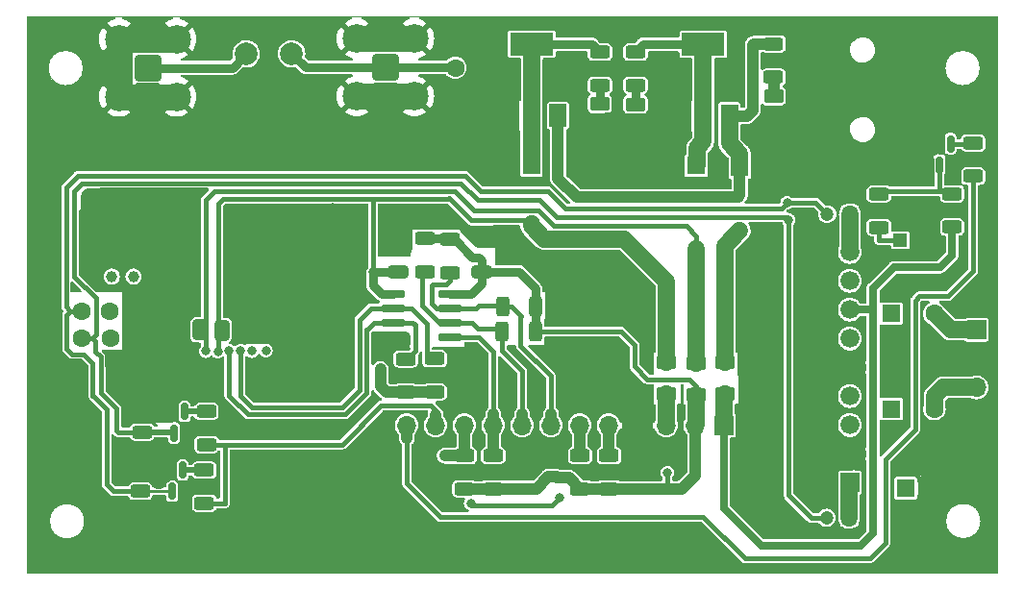
<source format=gbr>
%TF.GenerationSoftware,KiCad,Pcbnew,7.0.1*%
%TF.CreationDate,2024-02-20T22:54:35+00:00*%
%TF.ProjectId,SI4735,53493437-3335-42e6-9b69-6361645f7063,rev?*%
%TF.SameCoordinates,Original*%
%TF.FileFunction,Copper,L1,Top*%
%TF.FilePolarity,Positive*%
%FSLAX45Y45*%
G04 Gerber Fmt 4.5, Leading zero omitted, Abs format (unit mm)*
G04 Created by KiCad (PCBNEW 7.0.1) date 2024-02-20 22:54:35*
%MOMM*%
%LPD*%
G01*
G04 APERTURE LIST*
G04 Aperture macros list*
%AMRoundRect*
0 Rectangle with rounded corners*
0 $1 Rounding radius*
0 $2 $3 $4 $5 $6 $7 $8 $9 X,Y pos of 4 corners*
0 Add a 4 corners polygon primitive as box body*
4,1,4,$2,$3,$4,$5,$6,$7,$8,$9,$2,$3,0*
0 Add four circle primitives for the rounded corners*
1,1,$1+$1,$2,$3*
1,1,$1+$1,$4,$5*
1,1,$1+$1,$6,$7*
1,1,$1+$1,$8,$9*
0 Add four rect primitives between the rounded corners*
20,1,$1+$1,$2,$3,$4,$5,0*
20,1,$1+$1,$4,$5,$6,$7,0*
20,1,$1+$1,$6,$7,$8,$9,0*
20,1,$1+$1,$8,$9,$2,$3,0*%
G04 Aperture macros list end*
%TA.AperFunction,SMDPad,CuDef*%
%ADD10RoundRect,0.250000X0.412500X0.650000X-0.412500X0.650000X-0.412500X-0.650000X0.412500X-0.650000X0*%
%TD*%
%TA.AperFunction,SMDPad,CuDef*%
%ADD11RoundRect,0.250000X0.625000X-0.312500X0.625000X0.312500X-0.625000X0.312500X-0.625000X-0.312500X0*%
%TD*%
%TA.AperFunction,SMDPad,CuDef*%
%ADD12RoundRect,0.150000X-0.150000X0.587500X-0.150000X-0.587500X0.150000X-0.587500X0.150000X0.587500X0*%
%TD*%
%TA.AperFunction,SMDPad,CuDef*%
%ADD13RoundRect,0.250000X-0.625000X0.375000X-0.625000X-0.375000X0.625000X-0.375000X0.625000X0.375000X0*%
%TD*%
%TA.AperFunction,SMDPad,CuDef*%
%ADD14RoundRect,0.250000X0.625000X-0.375000X0.625000X0.375000X-0.625000X0.375000X-0.625000X-0.375000X0*%
%TD*%
%TA.AperFunction,ComponentPad*%
%ADD15R,1.700000X1.700000*%
%TD*%
%TA.AperFunction,ComponentPad*%
%ADD16O,1.700000X1.700000*%
%TD*%
%TA.AperFunction,SMDPad,CuDef*%
%ADD17RoundRect,0.250000X-0.650000X0.325000X-0.650000X-0.325000X0.650000X-0.325000X0.650000X0.325000X0*%
%TD*%
%TA.AperFunction,SMDPad,CuDef*%
%ADD18RoundRect,0.250000X-0.412500X-0.650000X0.412500X-0.650000X0.412500X0.650000X-0.412500X0.650000X0*%
%TD*%
%TA.AperFunction,SMDPad,CuDef*%
%ADD19RoundRect,0.250000X0.312500X0.625000X-0.312500X0.625000X-0.312500X-0.625000X0.312500X-0.625000X0*%
%TD*%
%TA.AperFunction,SMDPad,CuDef*%
%ADD20R,1.500000X2.000000*%
%TD*%
%TA.AperFunction,SMDPad,CuDef*%
%ADD21R,3.800000X2.000000*%
%TD*%
%TA.AperFunction,SMDPad,CuDef*%
%ADD22RoundRect,0.250000X-0.625000X0.312500X-0.625000X-0.312500X0.625000X-0.312500X0.625000X0.312500X0*%
%TD*%
%TA.AperFunction,ComponentPad*%
%ADD23R,1.676400X1.676400*%
%TD*%
%TA.AperFunction,ComponentPad*%
%ADD24C,1.676400*%
%TD*%
%TA.AperFunction,SMDPad,CuDef*%
%ADD25RoundRect,0.042000X-0.943000X-0.258000X0.943000X-0.258000X0.943000X0.258000X-0.943000X0.258000X0*%
%TD*%
%TA.AperFunction,ComponentPad*%
%ADD26C,1.600000*%
%TD*%
%TA.AperFunction,ComponentPad*%
%ADD27O,1.600000X1.600000*%
%TD*%
%TA.AperFunction,ComponentPad*%
%ADD28R,1.600000X1.600000*%
%TD*%
%TA.AperFunction,ComponentPad*%
%ADD29RoundRect,0.200100X0.949900X0.949900X-0.949900X0.949900X-0.949900X-0.949900X0.949900X-0.949900X0*%
%TD*%
%TA.AperFunction,ComponentPad*%
%ADD30C,2.500000*%
%TD*%
%TA.AperFunction,ComponentPad*%
%ADD31R,1.200000X1.200000*%
%TD*%
%TA.AperFunction,ComponentPad*%
%ADD32C,1.200000*%
%TD*%
%TA.AperFunction,ComponentPad*%
%ADD33C,2.000000*%
%TD*%
%TA.AperFunction,ComponentPad*%
%ADD34C,1.000000*%
%TD*%
%TA.AperFunction,ComponentPad*%
%ADD35R,1.000000X1.000000*%
%TD*%
%TA.AperFunction,ViaPad*%
%ADD36C,0.800000*%
%TD*%
%TA.AperFunction,Conductor*%
%ADD37C,1.000000*%
%TD*%
%TA.AperFunction,Conductor*%
%ADD38C,0.450000*%
%TD*%
%TA.AperFunction,Conductor*%
%ADD39C,0.400000*%
%TD*%
%TA.AperFunction,Conductor*%
%ADD40C,0.800000*%
%TD*%
%TA.AperFunction,Conductor*%
%ADD41C,1.500000*%
%TD*%
%TA.AperFunction,Conductor*%
%ADD42C,3.000000*%
%TD*%
%TA.AperFunction,Conductor*%
%ADD43C,0.250000*%
%TD*%
%TA.AperFunction,Conductor*%
%ADD44C,2.300000*%
%TD*%
%TA.AperFunction,Conductor*%
%ADD45C,0.500000*%
%TD*%
%TA.AperFunction,Conductor*%
%ADD46C,0.300000*%
%TD*%
%TA.AperFunction,Conductor*%
%ADD47C,0.700000*%
%TD*%
%TA.AperFunction,Profile*%
%ADD48C,0.100000*%
%TD*%
%TA.AperFunction,Profile*%
%ADD49C,0.050000*%
%TD*%
G04 APERTURE END LIST*
D10*
%TO.P,C1,1*%
%TO.N,+5V*%
X4587000Y-4575000D03*
%TO.P,C1,2*%
%TO.N,GND*%
X4274500Y-4575000D03*
%TD*%
D11*
%TO.P,R15,1*%
%TO.N,+5VA*%
X7164945Y-5973875D03*
%TO.P,R15,2*%
%TO.N,D28*%
X7164945Y-5681375D03*
%TD*%
%TO.P,R12,1*%
%TO.N,+3V3*%
X6396320Y-5123000D03*
%TO.P,R12,2*%
%TO.N,S_SDIO(SDA)*%
X6396320Y-4830500D03*
%TD*%
D12*
%TO.P,Q3,1,B*%
%TO.N,Net-(Q3-B)*%
X4433750Y-5810250D03*
%TO.P,Q3,2,E*%
%TO.N,GND*%
X4243750Y-5810250D03*
%TO.P,Q3,3,C*%
%TO.N,Right_Pre*%
X4338750Y-5997750D03*
%TD*%
D13*
%TO.P,D4,1,K*%
%TO.N,+3V3*%
X8693945Y-4862375D03*
%TO.P,D4,2,A*%
%TO.N,3.3V*%
X8693945Y-5142375D03*
%TD*%
D14*
%TO.P,D2,1,K*%
%TO.N,GND*%
X8103000Y-2861000D03*
%TO.P,D2,2,A*%
%TO.N,Net-(D2-A)*%
X8103000Y-2581000D03*
%TD*%
D15*
%TO.P,J1,1,Pin_1*%
%TO.N,12V*%
X9198000Y-5415000D03*
D16*
%TO.P,J1,2,Pin_2*%
%TO.N,+5VA*%
X8944000Y-5415000D03*
%TO.P,J1,3,Pin_3*%
%TO.N,3.3V*%
X8690000Y-5415000D03*
%TO.P,J1,4,Pin_4*%
%TO.N,GND*%
X8436000Y-5415000D03*
%TO.P,J1,5,Pin_5*%
%TO.N,A_RST*%
X8182000Y-5415000D03*
%TO.P,J1,6,Pin_6*%
%TO.N,A_SEN*%
X7928000Y-5415000D03*
%TO.P,J1,7,Pin_7*%
%TO.N,A_SCL*%
X7674000Y-5415000D03*
%TO.P,J1,8,Pin_8*%
%TO.N,A_SDA*%
X7420000Y-5415000D03*
%TO.P,J1,9,Pin_9*%
%TO.N,D28*%
X7166000Y-5415000D03*
%TO.P,J1,10,Pin_10*%
%TO.N,Wp*%
X6912000Y-5415000D03*
%TO.P,J1,11,Pin_11*%
%TO.N,Mute*%
X6658000Y-5415000D03*
%TO.P,J1,12,Pin_12*%
%TO.N,Sleep*%
X6404000Y-5415000D03*
%TD*%
D17*
%TO.P,C3,1*%
%TO.N,GND*%
X6325187Y-3772000D03*
%TO.P,C3,2*%
%TO.N,+3V3*%
X6325187Y-4067000D03*
%TD*%
D13*
%TO.P,D6,1,K*%
%TO.N,12V*%
X9203000Y-4862000D03*
%TO.P,D6,2,A*%
X9203000Y-5142000D03*
%TD*%
D18*
%TO.P,C2,1*%
%TO.N,+3V3*%
X4775000Y-4577000D03*
%TO.P,C2,2*%
%TO.N,GND*%
X5087500Y-4577000D03*
%TD*%
D11*
%TO.P,R20,1*%
%TO.N,+5VA*%
X7929945Y-5973875D03*
%TO.P,R20,2*%
%TO.N,A_SEN*%
X7929945Y-5681375D03*
%TD*%
D19*
%TO.P,R19,1*%
%TO.N,+5VA*%
X7536187Y-4590000D03*
%TO.P,R19,2*%
%TO.N,A_SDA*%
X7243687Y-4590000D03*
%TD*%
D11*
%TO.P,R6,1*%
%TO.N,12V*%
X11207000Y-3668500D03*
%TO.P,R6,2*%
%TO.N,Net-(Q1-C)*%
X11207000Y-3376000D03*
%TD*%
%TO.P,R9,1*%
%TO.N,Mute*%
X4641000Y-5584500D03*
%TO.P,R9,2*%
%TO.N,Net-(Q2-B)*%
X4641000Y-5292000D03*
%TD*%
D14*
%TO.P,D1,1,K*%
%TO.N,GND*%
X8419000Y-2867000D03*
%TO.P,D1,2,A*%
%TO.N,Net-(D1-A)*%
X8419000Y-2587000D03*
%TD*%
D20*
%TO.P,U2,1,GND*%
%TO.N,GND*%
X8785250Y-2689500D03*
%TO.P,U2,2,VO*%
%TO.N,+5V*%
X9015250Y-2689500D03*
D21*
X9015250Y-2059500D03*
D20*
%TO.P,U2,3,VI*%
%TO.N,12V*%
X9245250Y-2689500D03*
%TD*%
D13*
%TO.P,D5,1,K*%
%TO.N,+5V*%
X8955945Y-4864375D03*
%TO.P,D5,2,A*%
%TO.N,+5VA*%
X8955945Y-5144375D03*
%TD*%
D11*
%TO.P,R8,1*%
%TO.N,Left_Pre*%
X4075000Y-5474500D03*
%TO.P,R8,2*%
%TO.N,GND*%
X4075000Y-5182000D03*
%TD*%
%TO.P,R18,1*%
%TO.N,+3V3*%
X6648820Y-5122500D03*
%TO.P,R18,2*%
%TO.N,S_SCLK(SCL)*%
X6648820Y-4830000D03*
%TD*%
D22*
%TO.P,R1,1*%
%TO.N,+5V*%
X8418000Y-2126500D03*
%TO.P,R1,2*%
%TO.N,Net-(D1-A)*%
X8418000Y-2419000D03*
%TD*%
%TO.P,R17,1*%
%TO.N,+5VA*%
X6782187Y-3778000D03*
%TO.P,R17,2*%
%TO.N,A_SCL*%
X6782187Y-4070500D03*
%TD*%
%TO.P,R4,1*%
%TO.N,12V*%
X9634000Y-2055000D03*
%TO.P,R4,2*%
%TO.N,Net-(D3-A)*%
X9634000Y-2347500D03*
%TD*%
%TO.P,R13,1*%
%TO.N,+5VA*%
X6562187Y-3770500D03*
%TO.P,R13,2*%
%TO.N,A_SDA*%
X6562187Y-4063000D03*
%TD*%
D11*
%TO.P,R16,1*%
%TO.N,+5VA*%
X8185945Y-5975875D03*
%TO.P,R16,2*%
%TO.N,A_RST*%
X8185945Y-5683375D03*
%TD*%
D14*
%TO.P,D3,1,K*%
%TO.N,GND*%
X9635000Y-2793000D03*
%TO.P,D3,2,A*%
%TO.N,Net-(D3-A)*%
X9635000Y-2513000D03*
%TD*%
D11*
%TO.P,R10,1*%
%TO.N,Mute*%
X4621750Y-6102000D03*
%TO.P,R10,2*%
%TO.N,Net-(Q3-B)*%
X4621750Y-5809500D03*
%TD*%
%TO.P,R3,1*%
%TO.N,Sleep*%
X11393371Y-3221131D03*
%TO.P,R3,2*%
%TO.N,Net-(Q1-B)*%
X11393371Y-2928631D03*
%TD*%
%TO.P,R11,1*%
%TO.N,+5VA*%
X6912945Y-5975875D03*
%TO.P,R11,2*%
%TO.N,Wp*%
X6912945Y-5683375D03*
%TD*%
D23*
%TO.P,U4,1,-INV1*%
%TO.N,Net-(U4--INV1)*%
X10306000Y-5920000D03*
D24*
%TO.P,U4,2,SGND*%
%TO.N,GND*%
X10306000Y-5666000D03*
%TO.P,U4,3,SVRR*%
%TO.N,Net-(U4-SVRR)*%
X10306000Y-5412000D03*
%TO.P,U4,4,OUT1*%
%TO.N,Net-(U4-OUT1)*%
X10306000Y-5158000D03*
%TO.P,U4,5,PGND*%
%TO.N,GND*%
X10306000Y-4904000D03*
%TO.P,U4,6,OUT2*%
%TO.N,Net-(U4-OUT2)*%
X10306000Y-4650000D03*
%TO.P,U4,7,VP*%
%TO.N,12V*%
X10306000Y-4396000D03*
%TO.P,U4,8,M/SS*%
%TO.N,Net-(U4-M{slash}SS)*%
X10306000Y-4142000D03*
%TO.P,U4,9,-INV2*%
%TO.N,Net-(U4--INV2)*%
X10306000Y-3888000D03*
%TO.P,U4,10,GND_2*%
%TO.N,GND*%
X9544000Y-3888000D03*
%TO.P,U4,11,GND_9*%
X9544000Y-4142000D03*
%TO.P,U4,12,GND_7*%
X9544000Y-4396000D03*
%TO.P,U4,13,GND*%
X9544000Y-4650000D03*
%TO.P,U4,14,GND_8*%
X9544000Y-4904000D03*
%TO.P,U4,15,GND_4*%
X9544000Y-5158000D03*
%TO.P,U4,16,GND_5*%
X9544000Y-5412000D03*
%TO.P,U4,17,GND_6*%
X9544000Y-5666000D03*
%TO.P,U4,18,GND_3*%
X9544000Y-5920000D03*
%TD*%
D12*
%TO.P,Q2,1,B*%
%TO.N,Net-(Q2-B)*%
X4449000Y-5295250D03*
%TO.P,Q2,2,E*%
%TO.N,GND*%
X4259000Y-5295250D03*
%TO.P,Q2,3,C*%
%TO.N,Left_Pre*%
X4354000Y-5482750D03*
%TD*%
D11*
%TO.P,R7,1*%
%TO.N,Right_Pre*%
X4056750Y-5995750D03*
%TO.P,R7,2*%
%TO.N,GND*%
X4056750Y-5703250D03*
%TD*%
D12*
%TO.P,Q1,1,B*%
%TO.N,Net-(Q1-B)*%
X11193379Y-2934119D03*
%TO.P,Q1,2,E*%
%TO.N,GND*%
X11003379Y-2934119D03*
%TO.P,Q1,3,C*%
%TO.N,Net-(Q1-C)*%
X11098379Y-3121619D03*
%TD*%
D20*
%TO.P,U1,1,GND*%
%TO.N,GND*%
X7276000Y-2687000D03*
%TO.P,U1,2,VO*%
%TO.N,+3V3*%
X7506000Y-2687000D03*
D21*
X7506000Y-2057000D03*
D20*
%TO.P,U1,3,VI*%
%TO.N,12V*%
X7736000Y-2687000D03*
%TD*%
D25*
%TO.P,U3,1,VCCA*%
%TO.N,+3V3*%
X6289687Y-4257000D03*
%TO.P,U3,2,SCLA*%
%TO.N,S_SCLK(SCL)*%
X6289687Y-4384000D03*
%TO.P,U3,3,SDAA*%
%TO.N,S_SDIO(SDA)*%
X6289687Y-4511000D03*
%TO.P,U3,4,GND*%
%TO.N,GND*%
X6289687Y-4638000D03*
%TO.P,U3,5,EN*%
%TO.N,D28*%
X6783687Y-4638000D03*
%TO.P,U3,6,SDAB*%
%TO.N,A_SDA*%
X6783687Y-4511000D03*
%TO.P,U3,7,SCLB*%
%TO.N,A_SCL*%
X6783687Y-4384000D03*
%TO.P,U3,8,VCCB*%
%TO.N,+5VA*%
X6783687Y-4257000D03*
%TD*%
D17*
%TO.P,C4,1*%
%TO.N,GND*%
X7066000Y-3772000D03*
%TO.P,C4,2*%
%TO.N,+5VA*%
X7066000Y-4067000D03*
%TD*%
D22*
%TO.P,R5,1*%
%TO.N,Net-(Q1-C)*%
X10562000Y-3378500D03*
%TO.P,R5,2*%
%TO.N,Net-(U4-M{slash}SS)*%
X10562000Y-3671000D03*
%TD*%
D19*
%TO.P,R14,1*%
%TO.N,+5VA*%
X7539687Y-4365000D03*
%TO.P,R14,2*%
%TO.N,A_SCL*%
X7247187Y-4365000D03*
%TD*%
D22*
%TO.P,R2,1*%
%TO.N,+3V3*%
X8105000Y-2127500D03*
%TO.P,R2,2*%
%TO.N,Net-(D2-A)*%
X8105000Y-2420000D03*
%TD*%
D26*
%TO.P,C24,1*%
%TO.N,Left_Pre*%
X3543000Y-4647000D03*
%TO.P,C24,2*%
%TO.N,Net-(U7-LOUT{slash}[DFS])*%
X3793000Y-4647000D03*
%TD*%
%TO.P,L1,1,1*%
%TO.N,Net-(D7-K)*%
X6832000Y-2265000D03*
D27*
%TO.P,L1,2,2*%
%TO.N,GND*%
X6832000Y-2773000D03*
%TD*%
D28*
%TO.P,C8,1*%
%TO.N,+5V*%
X8954000Y-3128000D03*
D26*
%TO.P,C8,2*%
%TO.N,GND*%
X8754000Y-3128000D03*
%TD*%
D29*
%TO.P,J5,1,Pin_1*%
%TO.N,Net-(D7-K)*%
X6217574Y-2262210D03*
D30*
%TO.P,J5,2,Pin_2*%
%TO.N,GND*%
X6471574Y-2516210D03*
X6471574Y-2008210D03*
X5963574Y-2516210D03*
X5963574Y-2008210D03*
%TD*%
D15*
%TO.P,J7,1,Pin_1*%
%TO.N,Net-(J7-Pin_1)*%
X11421000Y-4574000D03*
D16*
%TO.P,J7,2,Pin_2*%
%TO.N,GND*%
X11421000Y-4828000D03*
%TO.P,J7,3,Pin_3*%
%TO.N,Net-(J7-Pin_3)*%
X11421000Y-5082000D03*
%TD*%
D28*
%TO.P,C17,1*%
%TO.N,Net-(U4-SVRR)*%
X10798200Y-5969000D03*
D26*
%TO.P,C17,2*%
%TO.N,GND*%
X10998200Y-5969000D03*
%TD*%
D31*
%TO.P,C18,1*%
%TO.N,Net-(U4--INV1)*%
X10300000Y-6231000D03*
D32*
%TO.P,C18,2*%
%TO.N,Left_Pre*%
X10100000Y-6231000D03*
%TD*%
D28*
%TO.P,C12,1*%
%TO.N,Net-(U4-OUT2)*%
X10671000Y-4431000D03*
D26*
%TO.P,C12,2*%
%TO.N,Net-(J7-Pin_1)*%
X11051000Y-4431000D03*
%TD*%
D28*
%TO.P,C13,1*%
%TO.N,Net-(U4-OUT1)*%
X10671000Y-5271000D03*
D26*
%TO.P,C13,2*%
%TO.N,Net-(J7-Pin_3)*%
X11051000Y-5271000D03*
%TD*%
%TO.P,C26,1*%
%TO.N,Right_Pre*%
X3540000Y-4410000D03*
%TO.P,C26,2*%
%TO.N,Net-(U7-ROUT{slash}[DOUT])*%
X3790000Y-4410000D03*
%TD*%
D31*
%TO.P,C7,1*%
%TO.N,Net-(U4--INV2)*%
X10306740Y-3555000D03*
D32*
%TO.P,C7,2*%
%TO.N,Right_Pre*%
X10106740Y-3555000D03*
%TD*%
D31*
%TO.P,C6,1*%
%TO.N,Net-(U4-M{slash}SS)*%
X10751760Y-3785000D03*
D32*
%TO.P,C6,2*%
%TO.N,GND*%
X10951760Y-3785000D03*
%TD*%
D28*
%TO.P,C9,1*%
%TO.N,+3V3*%
X7502000Y-3125000D03*
D26*
%TO.P,C9,2*%
%TO.N,GND*%
X7302000Y-3125000D03*
%TD*%
D33*
%TO.P,L2,1,1*%
%TO.N,Net-(D10-A)*%
X4992000Y-2142000D03*
%TO.P,L2,2,2*%
%TO.N,Net-(D7-K)*%
X5392000Y-2142000D03*
%TD*%
D28*
%TO.P,C5,1*%
%TO.N,12V*%
X9337520Y-3140989D03*
D26*
%TO.P,C5,2*%
%TO.N,GND*%
X9537520Y-3140989D03*
%TD*%
D34*
%TO.P,Y1,1,1*%
%TO.N,Net-(U7-RCLK)*%
X3808000Y-4104000D03*
%TO.P,Y1,2,2*%
%TO.N,Net-(U7-GPO3{slash}[DCLK])*%
X3998000Y-4104000D03*
%TD*%
D35*
%TO.P,J6,1,Pin_1*%
%TO.N,GND*%
X3633000Y-3445000D03*
%TD*%
%TO.P,J4,1,Pin_1*%
%TO.N,GND*%
X4175500Y-3454000D03*
%TD*%
D29*
%TO.P,J3,1,Pin_1*%
%TO.N,Net-(D10-A)*%
X4123574Y-2265210D03*
D30*
%TO.P,J3,2,Pin_2*%
%TO.N,GND*%
X4377574Y-2519210D03*
X4377574Y-2011210D03*
X3869574Y-2519210D03*
X3869574Y-2011210D03*
%TD*%
D36*
%TO.N,GND*%
X7366000Y-3699000D03*
X11087000Y-6626000D03*
X11525000Y-2791000D03*
X3319000Y-4872000D03*
X3124000Y-5897000D03*
X5039000Y-4115730D03*
X3123000Y-1893000D03*
X3129000Y-2386000D03*
X5755000Y-3902000D03*
X6147000Y-4731000D03*
X5752000Y-3500000D03*
X3319000Y-3046000D03*
X8726520Y-2868989D03*
X3320000Y-4676000D03*
X3645000Y-1885000D03*
X4981000Y-3046000D03*
X5755000Y-4143000D03*
X4515000Y-3047000D03*
X4736000Y-4874000D03*
X8480000Y-1886000D03*
X3320000Y-3871000D03*
X3320000Y-4079000D03*
X5755000Y-4394000D03*
X11064000Y-1885000D03*
X3129000Y-6250000D03*
X5581000Y-3046000D03*
X3320000Y-4255000D03*
X11528000Y-5898000D03*
X7329000Y-2858000D03*
X3124000Y-2790000D03*
X4051000Y-4877000D03*
X5205000Y-4306500D03*
X7369000Y-3825000D03*
X4765000Y-3047000D03*
X11526000Y-6248000D03*
X3319000Y-3259000D03*
X6861000Y-1886000D03*
X8054000Y-1887000D03*
X5498000Y-4875000D03*
X7093000Y-1885000D03*
X9527000Y-1886000D03*
X4290000Y-4876000D03*
X5751000Y-3699000D03*
X3566000Y-6628000D03*
X5411000Y-3044000D03*
X11528000Y-6627000D03*
X7220000Y-2858000D03*
X5201000Y-3047000D03*
X5755000Y-4650000D03*
X5755000Y-4874000D03*
X3123000Y-6629000D03*
X8836520Y-2867989D03*
X11524000Y-1876000D03*
X5748000Y-3047000D03*
X3553000Y-3046000D03*
X3809000Y-4881000D03*
X3516000Y-4875000D03*
X4291000Y-3045000D03*
X3819000Y-3046000D03*
X7372000Y-3959000D03*
X5590000Y-1884000D03*
X11526000Y-2387000D03*
X4705000Y-1884000D03*
X5202000Y-1884000D03*
X3320000Y-4468000D03*
X5258000Y-4874000D03*
X4067000Y-3045000D03*
X4512000Y-4874000D03*
X3320000Y-3658000D03*
X3319000Y-3467000D03*
%TO.N,Right_Pre*%
X9753600Y-3454400D03*
%TO.N,Left_Pre*%
X9768000Y-3606800D03*
%TO.N,S_RST*%
X5164000Y-4757500D03*
%TO.N,S_SCLK(SCL)*%
X4941000Y-4760500D03*
%TO.N,S_SEN*%
X5042000Y-4761500D03*
%TO.N,S_SDIO(SDA)*%
X4841000Y-4761500D03*
%TO.N,A_SDA*%
X6968000Y-6101000D03*
X7754000Y-6057000D03*
%TO.N,12V*%
X9337520Y-3683000D03*
%TO.N,Wp*%
X6740000Y-5683000D03*
%TO.N,+3V3*%
X7503000Y-3642875D03*
X6111000Y-4068000D03*
X4741000Y-4765500D03*
X6173000Y-4921000D03*
%TO.N,+5VA*%
X8700125Y-5832500D03*
X7721945Y-5871375D03*
%TO.N,+5V*%
X8955945Y-3862745D03*
X4634000Y-4762000D03*
%TD*%
D37*
%TO.N,+3V3*%
X6396320Y-5123000D02*
X6638820Y-5123000D01*
X6638820Y-5123000D02*
X6648820Y-5133000D01*
X6396320Y-5123000D02*
X6228000Y-5123000D01*
X6228000Y-5123000D02*
X6173000Y-5068000D01*
X6173000Y-5068000D02*
X6173000Y-4921000D01*
D38*
%TO.N,Sleep*%
X6404945Y-5414375D02*
X6404945Y-5525000D01*
X6404945Y-5525000D02*
X6404945Y-5926945D01*
D37*
X6404000Y-5415000D02*
X6404000Y-5524055D01*
X6404000Y-5524055D02*
X6404945Y-5525000D01*
D38*
%TO.N,Mute*%
X6658945Y-5282945D02*
X6658945Y-5325000D01*
X6658945Y-5325000D02*
X6658945Y-5414375D01*
D37*
X6658000Y-5415000D02*
X6658000Y-5325945D01*
X6658000Y-5325945D02*
X6658945Y-5325000D01*
D39*
%TO.N,A_SCL*%
X7674945Y-4981375D02*
X7674945Y-5320000D01*
D37*
X7674000Y-5415000D02*
X7674000Y-5320945D01*
X7674000Y-5320945D02*
X7674945Y-5320000D01*
D38*
%TO.N,A_SDA*%
X7420945Y-4939375D02*
X7420945Y-5320000D01*
X7420945Y-5320000D02*
X7420945Y-5414375D01*
D37*
X7420000Y-5415000D02*
X7420000Y-5320945D01*
X7420000Y-5320945D02*
X7420945Y-5320000D01*
D38*
%TO.N,D28*%
X7166945Y-5679375D02*
X7166945Y-5320000D01*
X7166945Y-5320000D02*
X7166945Y-4763945D01*
D37*
X7166000Y-5415000D02*
X7166000Y-5320945D01*
X7166000Y-5320945D02*
X7166945Y-5320000D01*
D40*
%TO.N,Net-(D1-A)*%
X8419000Y-2420000D02*
X8419000Y-2587000D01*
X8418000Y-2419000D02*
X8419000Y-2420000D01*
D38*
%TO.N,Net-(U4-M{slash}SS)*%
X10562000Y-3671000D02*
X10562000Y-3782000D01*
X10562000Y-3782000D02*
X10565000Y-3785000D01*
X10565000Y-3785000D02*
X10751760Y-3785000D01*
D41*
%TO.N,Net-(U4--INV2)*%
X10306000Y-3888000D02*
X10306000Y-3555740D01*
X10306000Y-3555740D02*
X10306740Y-3555000D01*
D40*
%TO.N,GND*%
X6394000Y-4694000D02*
X6394000Y-4629000D01*
D41*
X4295000Y-5134000D02*
X4289000Y-5140000D01*
X4356000Y-4540000D02*
X4182500Y-4540000D01*
D42*
X11280000Y-4827000D02*
X11455500Y-4827000D01*
X10119500Y-4906000D02*
X10295000Y-4906000D01*
D41*
X4289000Y-5140000D02*
X3980250Y-5140000D01*
D43*
X8835520Y-2868989D02*
X8836520Y-2867989D01*
D42*
X10123500Y-5668000D02*
X10299000Y-5668000D01*
D41*
X4222000Y-5724000D02*
X4222000Y-5897500D01*
D40*
X10958629Y-3051119D02*
X10958629Y-2851119D01*
D41*
X10994000Y-3708000D02*
X10994000Y-3881500D01*
D43*
X7288000Y-2858000D02*
X7220000Y-2858000D01*
D41*
X8361000Y-2769000D02*
X8361000Y-2942500D01*
D40*
X6393000Y-4628000D02*
X6394000Y-4629000D01*
X6901000Y-3654000D02*
X6938000Y-3691000D01*
X11073200Y-6083900D02*
X11073200Y-5868900D01*
D43*
X4259000Y-5190000D02*
X4251000Y-5182000D01*
D41*
X9515000Y-3056000D02*
X9515000Y-3229500D01*
D40*
X11047629Y-2993119D02*
X11047629Y-2822119D01*
D41*
X3688000Y-3399500D02*
X3688000Y-3573000D01*
X6246000Y-3852000D02*
X6246000Y-3678500D01*
X4262000Y-3535000D02*
X4088500Y-3535000D01*
D40*
X6135000Y-4626000D02*
X6326000Y-4626000D01*
D43*
X4259000Y-5292500D02*
X4259000Y-5190000D01*
D40*
X11125200Y-6101900D02*
X11125200Y-5918200D01*
D43*
X7276000Y-2687000D02*
X7276000Y-2855000D01*
D40*
X6180500Y-4628000D02*
X6190500Y-4638000D01*
X10941200Y-5899000D02*
X10995200Y-5845000D01*
X10941200Y-6098900D02*
X10941200Y-5899000D01*
X7095687Y-3727000D02*
X7155750Y-3727000D01*
X6902000Y-3683000D02*
X6960000Y-3741000D01*
D43*
X4056750Y-5703250D02*
X4225000Y-5703250D01*
D40*
X11005629Y-3050119D02*
X11005629Y-2835119D01*
D41*
X9587000Y-3058000D02*
X9587000Y-3231500D01*
X8776000Y-3037000D02*
X8776000Y-3210500D01*
X8832000Y-2551000D02*
X8832000Y-2835000D01*
D40*
X4337000Y-5189000D02*
X4337000Y-5292000D01*
X7259000Y-3932000D02*
X7223000Y-3896000D01*
X11055200Y-6099900D02*
X11055200Y-5884900D01*
X4295000Y-5250000D02*
X4295000Y-5134000D01*
D41*
X3608000Y-3416250D02*
X3608000Y-3589750D01*
X5171500Y-4456000D02*
X4998000Y-4456000D01*
X5172500Y-4523000D02*
X4999000Y-4523000D01*
D44*
X3869574Y-2011210D02*
X3869574Y-2519210D01*
D40*
X6177000Y-4692000D02*
X6368000Y-4692000D01*
D41*
X9720000Y-2753000D02*
X9546500Y-2753000D01*
X8496000Y-5329000D02*
X8496000Y-5502500D01*
D40*
X10958629Y-2851119D02*
X11017629Y-2792119D01*
D41*
X4224000Y-5304000D02*
X4139000Y-5219000D01*
X4263000Y-3406000D02*
X4089500Y-3406000D01*
D43*
X4225000Y-5703250D02*
X4243750Y-5722000D01*
D41*
X5178500Y-4627000D02*
X5005000Y-4627000D01*
D43*
X8785250Y-2865259D02*
X8781520Y-2868989D01*
D41*
X6375000Y-3853000D02*
X6375000Y-3679500D01*
D43*
X7276000Y-2687000D02*
X7276000Y-2822000D01*
D41*
X8712000Y-2549500D02*
X8712000Y-2838500D01*
X4144750Y-5739000D02*
X3971250Y-5739000D01*
D40*
X4337000Y-5292000D02*
X4295000Y-5250000D01*
D41*
X7325000Y-3203000D02*
X7325000Y-3029500D01*
D40*
X4258000Y-5349000D02*
X4258000Y-5110000D01*
X11125200Y-5918200D02*
X11023600Y-5816600D01*
D44*
X5963574Y-2516210D02*
X6471574Y-2516210D01*
D40*
X6938000Y-3691000D02*
X6996000Y-3749000D01*
D43*
X4243750Y-5810250D02*
X4243750Y-5722000D01*
D41*
X7320000Y-2558000D02*
X7320000Y-2842000D01*
X6897000Y-2653000D02*
X6897000Y-2937000D01*
X8490000Y-2771000D02*
X8490000Y-2944500D01*
X4144750Y-5660000D02*
X3971250Y-5660000D01*
X9720000Y-2832000D02*
X9546500Y-2832000D01*
D40*
X7223000Y-3896000D02*
X7223000Y-3724000D01*
D41*
X4269000Y-5675000D02*
X4269000Y-5848500D01*
D40*
X4255000Y-5304000D02*
X4127000Y-5304000D01*
D41*
X6780000Y-2653000D02*
X6780000Y-2937000D01*
X8172000Y-2739000D02*
X8172000Y-2912500D01*
D44*
X3869574Y-2011210D02*
X4377574Y-2011210D01*
D41*
X7246000Y-3203000D02*
X7246000Y-3029500D01*
D40*
X7027000Y-3808000D02*
X7256500Y-3808000D01*
X6174000Y-4692500D02*
X6174000Y-4627500D01*
X10995200Y-5845000D02*
X11023600Y-5816600D01*
D41*
X10910000Y-3709000D02*
X10910000Y-3882500D01*
X8169000Y-2915000D02*
X7995500Y-2915000D01*
D42*
X9539000Y-3885000D02*
X9539000Y-5917000D01*
D40*
X6991000Y-3697000D02*
X6933000Y-3697000D01*
D44*
X6471574Y-2008210D02*
X5963574Y-2008210D01*
D43*
X7329000Y-2858000D02*
X7288000Y-2858000D01*
D40*
X4258000Y-5110000D02*
X4337000Y-5189000D01*
X11047629Y-2822119D02*
X11017629Y-2792119D01*
D43*
X4251000Y-5182000D02*
X4092000Y-5182000D01*
D44*
X4377574Y-2519210D02*
X3869574Y-2519210D01*
D40*
X6996000Y-3749000D02*
X7242500Y-3749000D01*
X7066000Y-3772000D02*
X6991000Y-3697000D01*
D41*
X4355000Y-4473000D02*
X4181500Y-4473000D01*
D40*
X10995200Y-6097900D02*
X10995200Y-5845000D01*
X7223000Y-3724000D02*
X7256000Y-3691000D01*
X4326000Y-5348000D02*
X4198000Y-5348000D01*
D41*
X8172000Y-2793000D02*
X7998500Y-2793000D01*
X8379000Y-5327000D02*
X8379000Y-5500500D01*
D40*
X6960000Y-3741000D02*
X7027000Y-3808000D01*
X6193500Y-4627000D02*
X6384500Y-4627000D01*
D41*
X7200000Y-2556500D02*
X7200000Y-2845500D01*
D43*
X8785250Y-2689500D02*
X8785250Y-2865259D01*
D40*
X4130000Y-5349000D02*
X4258000Y-5349000D01*
D41*
X8695000Y-3045000D02*
X8695000Y-3218500D01*
X4139000Y-5219000D02*
X3980250Y-5219000D01*
X4362000Y-4644000D02*
X4188500Y-4644000D01*
D40*
X7256000Y-3691000D02*
X6938000Y-3691000D01*
X6190500Y-4638000D02*
X6289687Y-4638000D01*
D43*
X8726520Y-2868989D02*
X8781520Y-2868989D01*
X8781520Y-2868989D02*
X8835520Y-2868989D01*
D41*
X3606000Y-3400000D02*
X3779500Y-3400000D01*
D40*
X7047187Y-3775500D02*
X7095687Y-3727000D01*
%TO.N,Net-(D7-K)*%
X5512210Y-2262210D02*
X6217574Y-2262210D01*
X6829210Y-2262210D02*
X6832000Y-2265000D01*
X5392000Y-2142000D02*
X5512210Y-2262210D01*
X6217574Y-2262210D02*
X6829210Y-2262210D01*
D41*
%TO.N,Net-(J7-Pin_1)*%
X11051000Y-4431000D02*
X11194000Y-4574000D01*
D38*
X11428500Y-4571000D02*
X11191000Y-4571000D01*
D41*
X11194000Y-4574000D02*
X11421000Y-4574000D01*
D38*
X11191000Y-4571000D02*
X11051000Y-4431000D01*
%TO.N,Net-(J7-Pin_3)*%
X11428500Y-5079000D02*
X11131000Y-5079000D01*
D41*
X11051000Y-5159000D02*
X11131000Y-5079000D01*
X11134000Y-5082000D02*
X11131000Y-5079000D01*
X11421000Y-5082000D02*
X11134000Y-5082000D01*
X11051000Y-5271000D02*
X11051000Y-5159000D01*
D38*
%TO.N,3.3V*%
X8693945Y-5411375D02*
X8690945Y-5414375D01*
D41*
X8690000Y-5146320D02*
X8693945Y-5142375D01*
X8690000Y-5415000D02*
X8690000Y-5146320D01*
%TO.N,Net-(U4--INV1)*%
X10300000Y-5926000D02*
X10300000Y-6231000D01*
D45*
%TO.N,Net-(Q3-B)*%
X4433750Y-5810250D02*
X4621000Y-5810250D01*
D43*
X4621000Y-5810250D02*
X4621750Y-5809500D01*
D45*
%TO.N,Net-(Q2-B)*%
X4454000Y-5292500D02*
X4640500Y-5292500D01*
D43*
X4640500Y-5292500D02*
X4641000Y-5292000D01*
D38*
%TO.N,Right_Pre*%
X9753600Y-3454400D02*
X10006140Y-3454400D01*
X7645400Y-3352800D02*
X7055800Y-3352800D01*
X3652000Y-5166000D02*
X3760000Y-5274000D01*
X10006140Y-3454400D02*
X10106740Y-3555000D01*
X3760000Y-5934250D02*
X3821500Y-5995750D01*
D39*
X3561000Y-4790000D02*
X3639000Y-4868000D01*
X3441000Y-4410000D02*
X3404000Y-4373000D01*
D38*
X7797800Y-3505200D02*
X7645400Y-3352800D01*
D39*
X3404000Y-4283000D02*
X3404000Y-3321000D01*
X3639000Y-4868000D02*
X3639000Y-5153000D01*
X3410000Y-4741000D02*
X3459000Y-4790000D01*
D43*
X4336750Y-5995750D02*
X4338750Y-5997750D01*
D39*
X3404000Y-4373000D02*
X3404000Y-4283000D01*
D38*
X7055800Y-3352800D02*
X6920000Y-3217000D01*
D39*
X3639000Y-5153000D02*
X3652000Y-5166000D01*
X3410000Y-4441000D02*
X3441000Y-4410000D01*
D38*
X3760000Y-5274000D02*
X3760000Y-5934250D01*
D39*
X3459000Y-4790000D02*
X3561000Y-4790000D01*
D38*
X3821500Y-5995750D02*
X4056750Y-5995750D01*
X9753600Y-3454400D02*
X9702800Y-3505200D01*
D39*
X3410000Y-4441000D02*
X3410000Y-4741000D01*
D38*
X6920000Y-3217000D02*
X3508000Y-3217000D01*
X3508000Y-3217000D02*
X3404000Y-3321000D01*
D39*
X3441000Y-4410000D02*
X3540000Y-4410000D01*
D38*
X9702800Y-3505200D02*
X7797800Y-3505200D01*
D43*
X4056750Y-5995750D02*
X4336750Y-5995750D01*
D38*
%TO.N,Left_Pre*%
X7029945Y-3430375D02*
X6882570Y-3283000D01*
D39*
X3666500Y-4587000D02*
X3666500Y-4503000D01*
X3475000Y-4067000D02*
X3475000Y-3354000D01*
D38*
X3816000Y-5234000D02*
X3709000Y-5127000D01*
D39*
X3666500Y-4616500D02*
X3666500Y-4587000D01*
X3709000Y-4813000D02*
X3709000Y-4874000D01*
D38*
X9768000Y-3606800D02*
X9768000Y-6032000D01*
X3849000Y-5268000D02*
X3816000Y-5235000D01*
D39*
X3636000Y-4647000D02*
X3665000Y-4676000D01*
D38*
X4075000Y-5474500D02*
X3862000Y-5474500D01*
D39*
X3709000Y-4874000D02*
X3709000Y-4912000D01*
X3546000Y-3283000D02*
X6801000Y-3283000D01*
D46*
X4348500Y-5474500D02*
X4354000Y-5480000D01*
D45*
X4075000Y-5474500D02*
X4348500Y-5474500D01*
D39*
X3475000Y-3354000D02*
X3546000Y-3283000D01*
X3666500Y-4587000D02*
X3666500Y-4296500D01*
X3709000Y-4874000D02*
X3709000Y-5127000D01*
D38*
X3816000Y-5235000D02*
X3816000Y-5234000D01*
X9768000Y-3606800D02*
X9742600Y-3581400D01*
X7721600Y-3581400D02*
X7570575Y-3430375D01*
D39*
X3666500Y-4296500D02*
X3475000Y-4105000D01*
D38*
X9967000Y-6231000D02*
X10100000Y-6231000D01*
D39*
X3543000Y-4647000D02*
X3636000Y-4647000D01*
X3665000Y-4676000D02*
X3665000Y-4769000D01*
X3636000Y-4647000D02*
X3666500Y-4616500D01*
X3475000Y-4105000D02*
X3475000Y-4067000D01*
D38*
X3849000Y-5461500D02*
X3849000Y-5268000D01*
X3709000Y-5127000D02*
X3709000Y-4912000D01*
D39*
X3665000Y-4769000D02*
X3709000Y-4813000D01*
D38*
X9742600Y-3581400D02*
X7721600Y-3581400D01*
X9768000Y-6032000D02*
X9967000Y-6231000D01*
X3862000Y-5474500D02*
X3849000Y-5461500D01*
X6882570Y-3283000D02*
X6801000Y-3283000D01*
X7570575Y-3430375D02*
X7029945Y-3430375D01*
D40*
%TO.N,Net-(D2-A)*%
X8105000Y-2420000D02*
X8103000Y-2422000D01*
X8103000Y-2422000D02*
X8103000Y-2581000D01*
D37*
%TO.N,Net-(D3-A)*%
X9635000Y-2348500D02*
X9635000Y-2513000D01*
X9634000Y-2347500D02*
X9635000Y-2348500D01*
D38*
%TO.N,Net-(Q1-B)*%
X11193379Y-2934119D02*
X11387884Y-2934119D01*
%TO.N,Net-(Q1-C)*%
X11135000Y-3349000D02*
X11187000Y-3401000D01*
X10584000Y-3349000D02*
X10973000Y-3349000D01*
X11097000Y-3122997D02*
X11097000Y-3336000D01*
X10973000Y-3349000D02*
X11135000Y-3349000D01*
%TO.N,S_SCLK(SCL)*%
X4941000Y-5159000D02*
X5038000Y-5256000D01*
X6087000Y-4382750D02*
X6288437Y-4382750D01*
X6449000Y-4384000D02*
X6586000Y-4521000D01*
X6586000Y-4521000D02*
X6586000Y-4777680D01*
X6289687Y-4384000D02*
X6449000Y-4384000D01*
X6586000Y-4777680D02*
X6648820Y-4840500D01*
X5833000Y-5256000D02*
X5986000Y-5103000D01*
D43*
X6286187Y-4380500D02*
X6289687Y-4384000D01*
D38*
X5986000Y-5103000D02*
X5986000Y-4483750D01*
X4941000Y-4760500D02*
X4941000Y-5159000D01*
X5038000Y-5256000D02*
X5833000Y-5256000D01*
D43*
X6644570Y-4815570D02*
X6644570Y-4836250D01*
D38*
X5986000Y-4483750D02*
X6087000Y-4382750D01*
%TO.N,S_SDIO(SDA)*%
X6289687Y-4511000D02*
X6115000Y-4511000D01*
X6410500Y-4830500D02*
X6479000Y-4762000D01*
X4841000Y-4761500D02*
X4841000Y-5153000D01*
X6115000Y-4511000D02*
X6058000Y-4568000D01*
X6052000Y-4574000D02*
X6058000Y-4568000D01*
X6479000Y-4762000D02*
X6479000Y-4533180D01*
X4841000Y-5153000D02*
X5009000Y-5321000D01*
X5861000Y-5321000D02*
X6052000Y-5130000D01*
X5009000Y-5321000D02*
X5861000Y-5321000D01*
X6479000Y-4533180D02*
X6456820Y-4511000D01*
X6456820Y-4511000D02*
X6289687Y-4511000D01*
X6396320Y-4830500D02*
X6410500Y-4830500D01*
X6052000Y-5130000D02*
X6052000Y-4574000D01*
%TO.N,A_SEN*%
X7929945Y-5415375D02*
X7928945Y-5414375D01*
D37*
X7928000Y-5415000D02*
X7928000Y-5679430D01*
D38*
X7929945Y-5681375D02*
X7929945Y-5415375D01*
D37*
X7928000Y-5679430D02*
X7929945Y-5681375D01*
D38*
%TO.N,A_SDA*%
X6992000Y-6125000D02*
X7686000Y-6125000D01*
D39*
X7214687Y-4561000D02*
X7033000Y-4561000D01*
X7033000Y-4561000D02*
X6981500Y-4509500D01*
X6981500Y-4509500D02*
X6785187Y-4509500D01*
X7243687Y-4590000D02*
X7214687Y-4561000D01*
D38*
X7243687Y-4762117D02*
X7420945Y-4939375D01*
X7243687Y-4590000D02*
X7243687Y-4762117D01*
X6783687Y-4511000D02*
X6689000Y-4511000D01*
X6689000Y-4511000D02*
X6538000Y-4360000D01*
X6538000Y-4087187D02*
X6562187Y-4063000D01*
X6968000Y-6101000D02*
X6992000Y-6125000D01*
X6538000Y-4360000D02*
X6538000Y-4087187D01*
D39*
X6785187Y-4509500D02*
X6783687Y-4511000D01*
D38*
X7686000Y-6125000D02*
X7754000Y-6057000D01*
D37*
%TO.N,A_RST*%
X8182000Y-5679430D02*
X8185945Y-5683375D01*
X8182000Y-5415000D02*
X8182000Y-5679430D01*
D38*
X8185945Y-5417375D02*
X8182945Y-5414375D01*
X8185945Y-5683375D02*
X8185945Y-5417375D01*
%TO.N,A_SCL*%
X6750844Y-4174344D02*
X6782187Y-4143000D01*
X6620820Y-4184180D02*
X6630656Y-4174344D01*
D39*
X7329187Y-4365000D02*
X7413945Y-4449758D01*
D38*
X6663820Y-4384000D02*
X6620820Y-4341000D01*
X6630656Y-4174344D02*
X6750844Y-4174344D01*
D39*
X7247187Y-4365000D02*
X7329187Y-4365000D01*
X7036000Y-4364000D02*
X7246187Y-4364000D01*
X7413945Y-4449758D02*
X7407000Y-4456703D01*
X7407000Y-4456703D02*
X7407000Y-4713430D01*
D43*
X7674945Y-4981375D02*
X7674945Y-5414375D01*
D38*
X6782187Y-4143000D02*
X6782187Y-4070500D01*
X6783687Y-4384000D02*
X6663820Y-4384000D01*
D43*
X7257187Y-4378000D02*
X7261687Y-4382500D01*
D39*
X7246187Y-4364000D02*
X7247187Y-4365000D01*
X7407000Y-4713430D02*
X7674945Y-4981375D01*
D38*
X7016000Y-4384000D02*
X7036000Y-4364000D01*
X6783687Y-4384000D02*
X7016000Y-4384000D01*
X6620820Y-4341000D02*
X6620820Y-4184180D01*
D37*
%TO.N,D28*%
X7166000Y-5680320D02*
X7164945Y-5681375D01*
D38*
X7166945Y-4763945D02*
X7039500Y-4636500D01*
X7013000Y-4636500D02*
X6785187Y-4636500D01*
X7039500Y-4636500D02*
X7013000Y-4636500D01*
D37*
X7166000Y-5415000D02*
X7166000Y-5680320D01*
D38*
X6785187Y-4636500D02*
X6783687Y-4638000D01*
X7164945Y-5681375D02*
X7166945Y-5679375D01*
%TO.N,Sleep*%
X11393371Y-4054629D02*
X11393371Y-3221131D01*
X6411000Y-5933000D02*
X6411000Y-5936680D01*
X10881000Y-5451200D02*
X10881000Y-4316000D01*
X10881000Y-4316000D02*
X10920000Y-4277000D01*
X6696320Y-6222000D02*
X9016000Y-6222000D01*
X10482000Y-6588000D02*
X10618000Y-6452000D01*
X9382000Y-6588000D02*
X10482000Y-6588000D01*
X11171000Y-4277000D02*
X11393371Y-4054629D01*
X10618000Y-6452000D02*
X10618000Y-5714200D01*
X10618000Y-5714200D02*
X10881000Y-5451200D01*
X9016000Y-6222000D02*
X9382000Y-6588000D01*
X10920000Y-4277000D02*
X11171000Y-4277000D01*
X6404945Y-5926945D02*
X6411000Y-5933000D01*
X6411000Y-5936680D02*
X6696320Y-6222000D01*
D37*
%TO.N,12V*%
X7736000Y-2687000D02*
X7736000Y-3240200D01*
D47*
X9525000Y-6477000D02*
X10402000Y-6477000D01*
D37*
X9452520Y-2637880D02*
X9452520Y-2062000D01*
X7736000Y-3240200D02*
X7899400Y-3403600D01*
D47*
X11100000Y-4023000D02*
X11207000Y-3916000D01*
X9198000Y-5415000D02*
X9198000Y-6150000D01*
X9198000Y-6150000D02*
X9525000Y-6477000D01*
D41*
X9245250Y-2689500D02*
X9245520Y-2689770D01*
X9245520Y-2689770D02*
X9245520Y-2932989D01*
X9198000Y-5147000D02*
X9198000Y-5415000D01*
D38*
X11171000Y-3952000D02*
X11100000Y-4023000D01*
D47*
X10512000Y-4396000D02*
X10306000Y-4396000D01*
D38*
X10494000Y-6385000D02*
X10420700Y-6458300D01*
D37*
X9459520Y-2055000D02*
X9634000Y-2055000D01*
D47*
X10420700Y-6458300D02*
X10512000Y-6367000D01*
D38*
X9198945Y-5144055D02*
X9200000Y-5143000D01*
D37*
X9321800Y-3403600D02*
X9337520Y-3387880D01*
X9245250Y-2689500D02*
X9400900Y-2689500D01*
X9452520Y-2062000D02*
X9459520Y-2055000D01*
D41*
X9245520Y-2932989D02*
X9337520Y-3024989D01*
D47*
X10693400Y-4023000D02*
X11100000Y-4023000D01*
D38*
X9337520Y-3683000D02*
X9203000Y-3817520D01*
X10494000Y-4212000D02*
X10494000Y-6385000D01*
D47*
X10512000Y-4204400D02*
X10693400Y-4023000D01*
D41*
X9337520Y-3024989D02*
X9337520Y-3140989D01*
X9203000Y-3833420D02*
X9337520Y-3698900D01*
D37*
X9337520Y-3387880D02*
X9337520Y-3140989D01*
D41*
X9203000Y-5142000D02*
X9198000Y-5147000D01*
X9203000Y-4862000D02*
X9203000Y-3833420D01*
D47*
X10512000Y-4396000D02*
X10512000Y-4204400D01*
D38*
X9198945Y-5146055D02*
X9203000Y-5142000D01*
D47*
X10402000Y-6477000D02*
X10420700Y-6458300D01*
X10512000Y-6367000D02*
X10512000Y-4396000D01*
X11207000Y-3668500D02*
X11207000Y-3916000D01*
D38*
X10693400Y-4023000D02*
X10683000Y-4023000D01*
X9203000Y-3817520D02*
X9203000Y-4860000D01*
D37*
X7899400Y-3403600D02*
X9321800Y-3403600D01*
X9400900Y-2689500D02*
X9452520Y-2637880D01*
D38*
X11207000Y-3916000D02*
X11161000Y-3962000D01*
X10683000Y-4023000D02*
X10494000Y-4212000D01*
%TO.N,Mute*%
X4787000Y-5584500D02*
X5835500Y-5584500D01*
X4803250Y-6102000D02*
X4805250Y-6100000D01*
X4805250Y-6100000D02*
X4805250Y-5602750D01*
X5835500Y-5584500D02*
X6178625Y-5241375D01*
X6178625Y-5241375D02*
X6617375Y-5241375D01*
X4621750Y-6102000D02*
X4803250Y-6102000D01*
X6617375Y-5241375D02*
X6658945Y-5282945D01*
X4805250Y-5602750D02*
X4787000Y-5584500D01*
X4787000Y-5584500D02*
X4641000Y-5584500D01*
%TO.N,Wp*%
X6912945Y-5414375D02*
X6912945Y-5683375D01*
D37*
X6912000Y-5682430D02*
X6912945Y-5683375D01*
X6740000Y-5683000D02*
X6740375Y-5683375D01*
X6912000Y-5415000D02*
X6912000Y-5682430D01*
X6740375Y-5683375D02*
X6912945Y-5683375D01*
D38*
%TO.N,+3V3*%
X4741000Y-4765500D02*
X4741000Y-3462000D01*
D43*
X7506000Y-2503000D02*
X7506000Y-2057000D01*
D41*
X7506000Y-2687000D02*
X7506000Y-2057000D01*
D40*
X6180570Y-4257000D02*
X6289687Y-4257000D01*
D41*
X7506000Y-2687000D02*
X7502000Y-2691000D01*
D43*
X6680820Y-5128750D02*
X6679320Y-5127250D01*
D40*
X6112000Y-4067000D02*
X6325187Y-4067000D01*
X8105000Y-2127500D02*
X8045500Y-2068000D01*
X6110000Y-4081000D02*
X6110000Y-4186430D01*
D41*
X7501000Y-3657600D02*
X7503000Y-3655600D01*
D38*
X6110000Y-4081000D02*
X6110000Y-3423000D01*
X7010400Y-3606800D02*
X7008825Y-3608375D01*
D40*
X6110000Y-4186430D02*
X6180570Y-4257000D01*
D41*
X7503000Y-3655600D02*
X7503000Y-3642875D01*
D38*
X6972945Y-3608375D02*
X6780945Y-3416375D01*
D40*
X8045500Y-2068000D02*
X8034500Y-2057000D01*
D38*
X7503000Y-3642875D02*
X7466925Y-3606800D01*
D41*
X8693945Y-4147345D02*
X8321700Y-3775100D01*
X7618500Y-3775100D02*
X7501000Y-3657600D01*
D38*
X7466925Y-3606800D02*
X7010400Y-3606800D01*
D41*
X7502000Y-2691000D02*
X7502000Y-3125000D01*
D40*
X8034500Y-2057000D02*
X7506000Y-2057000D01*
D43*
X7506000Y-2687000D02*
X7506000Y-2503000D01*
D38*
X7008825Y-3608375D02*
X6972945Y-3608375D01*
X6111000Y-4068000D02*
X6112000Y-4067000D01*
D43*
X7506000Y-2503000D02*
X7506000Y-3174000D01*
D41*
X8693945Y-4862375D02*
X8693945Y-4147345D01*
D43*
X4741000Y-4765500D02*
X4740000Y-4766500D01*
D38*
X4741000Y-4611000D02*
X4775000Y-4577000D01*
D41*
X8321700Y-3775100D02*
X7618500Y-3775100D01*
D38*
X4786000Y-3417000D02*
X6780320Y-3417000D01*
X4741000Y-4765500D02*
X4741000Y-4611000D01*
X4741000Y-3462000D02*
X4786000Y-3417000D01*
D40*
%TO.N,Net-(D10-A)*%
X4868790Y-2265210D02*
X4123574Y-2265210D01*
X4992000Y-2142000D02*
X4868790Y-2265210D01*
D38*
%TO.N,+5VA*%
X8894945Y-5010000D02*
X8955945Y-5071000D01*
D40*
X6774687Y-3770500D02*
X6782187Y-3778000D01*
D37*
X7540000Y-5973875D02*
X7164945Y-5973875D01*
D38*
X8955945Y-5071000D02*
X8955945Y-5144375D01*
D40*
X7066000Y-4067000D02*
X7066000Y-4164187D01*
D38*
X8700125Y-5832500D02*
X8700125Y-5973000D01*
D43*
X6774820Y-3769000D02*
X6782320Y-3776500D01*
D41*
X8955945Y-5403055D02*
X8944000Y-5415000D01*
D40*
X7037000Y-3933000D02*
X6979000Y-3933000D01*
D43*
X8942945Y-5883375D02*
X8942945Y-5416375D01*
D40*
X7397000Y-4067000D02*
X7066000Y-4067000D01*
X6783687Y-4257000D02*
X6973187Y-4257000D01*
D38*
X8944945Y-5881375D02*
X8918945Y-5907375D01*
X8850445Y-5975875D02*
X8918945Y-5907375D01*
D40*
X6824000Y-3778000D02*
X6782187Y-3778000D01*
X7066000Y-3962000D02*
X7037000Y-3933000D01*
X7066000Y-4067000D02*
X7066000Y-3962000D01*
D38*
X8411000Y-4896000D02*
X8525000Y-5010000D01*
D37*
X8185945Y-5975875D02*
X7931945Y-5975875D01*
D38*
X8290000Y-4590000D02*
X8411000Y-4711000D01*
D40*
X7539687Y-4365000D02*
X7539687Y-4209688D01*
D37*
X7931945Y-5975875D02*
X7929945Y-5973875D01*
D43*
X8942945Y-5416375D02*
X8944945Y-5414375D01*
D37*
X7540000Y-5973875D02*
X7546125Y-5973875D01*
D38*
X8525000Y-5010000D02*
X8894945Y-5010000D01*
D37*
X7831070Y-5875000D02*
X7725570Y-5875000D01*
D43*
X6809687Y-3778000D02*
X6782187Y-3778000D01*
D37*
X7164945Y-5973875D02*
X7162945Y-5975875D01*
X7725570Y-5875000D02*
X7721945Y-5871375D01*
D38*
X8411000Y-4711000D02*
X8411000Y-4896000D01*
D40*
X7539687Y-4365000D02*
X7539687Y-4586500D01*
D41*
X8955945Y-5144375D02*
X8955945Y-5403055D01*
D37*
X7929945Y-5973875D02*
X7831070Y-5875000D01*
D38*
X8183945Y-5973875D02*
X8185945Y-5975875D01*
X8918945Y-5907375D02*
X8942945Y-5883375D01*
X8700125Y-5973000D02*
X8703000Y-5975875D01*
D37*
X7546125Y-5973875D02*
X7648625Y-5871375D01*
X8944000Y-5415000D02*
X8944000Y-5856875D01*
D38*
X8944945Y-5881375D02*
X8850445Y-5975875D01*
X7536187Y-4590000D02*
X8290000Y-4590000D01*
D40*
X6562187Y-3770500D02*
X6774687Y-3770500D01*
X6979000Y-3933000D02*
X6824000Y-3778000D01*
D37*
X8944000Y-5856875D02*
X8825000Y-5975875D01*
X7162945Y-5975875D02*
X6912945Y-5975875D01*
X7648625Y-5871375D02*
X7721945Y-5871375D01*
X8185945Y-5975875D02*
X8825000Y-5975875D01*
D38*
X8825000Y-5975875D02*
X8850445Y-5975875D01*
D40*
X7539687Y-4209688D02*
X7397000Y-4067000D01*
D38*
X8944945Y-5414375D02*
X8944945Y-5881375D01*
D40*
X7066000Y-4164187D02*
X6973187Y-4257000D01*
D41*
%TO.N,+5V*%
X8954000Y-3128000D02*
X8961000Y-3121000D01*
D38*
X8966200Y-4816630D02*
X9010520Y-4860950D01*
D41*
X9015250Y-2689500D02*
X9015250Y-2916750D01*
X8955945Y-3862745D02*
X8955945Y-4864375D01*
D38*
X8955945Y-3748945D02*
X8864600Y-3657600D01*
D40*
X8485000Y-2059500D02*
X9015250Y-2059500D01*
X8418000Y-2126500D02*
X8485000Y-2059500D01*
D38*
X4712000Y-3350000D02*
X4634000Y-3428000D01*
D41*
X9015250Y-2916750D02*
X8961000Y-2971000D01*
D38*
X7563975Y-3525375D02*
X6999695Y-3525375D01*
X8864600Y-3657600D02*
X7696200Y-3657600D01*
X7696200Y-3657600D02*
X7563975Y-3525375D01*
X8955945Y-3862745D02*
X8955945Y-3748945D01*
X4634000Y-4762000D02*
X4634000Y-4622000D01*
X4634000Y-4622000D02*
X4587000Y-4575000D01*
D41*
X9015250Y-2689500D02*
X9015250Y-2059500D01*
D38*
X4634000Y-3428000D02*
X4634000Y-4762000D01*
X6999695Y-3525375D02*
X6824320Y-3350000D01*
X6824320Y-3350000D02*
X4712000Y-3350000D01*
D41*
X8961000Y-3121000D02*
X8961000Y-2971000D01*
D38*
X8955945Y-3862745D02*
X8966200Y-3873000D01*
%TD*%
%TA.AperFunction,Conductor*%
%TO.N,GND*%
G36*
X6061250Y-3461211D02*
G01*
X6065789Y-3465750D01*
X6067450Y-3471950D01*
X6067450Y-4021903D01*
X6066792Y-4025889D01*
X6064888Y-4029452D01*
X6061533Y-4033823D01*
X6058546Y-4037716D01*
X6052496Y-4052324D01*
X6050432Y-4068000D01*
X6050574Y-4069084D01*
X6050574Y-4072320D01*
X6049950Y-4077064D01*
X6049950Y-4181681D01*
X6049844Y-4183299D01*
X6049432Y-4186430D01*
X6049950Y-4190366D01*
X6049950Y-4190366D01*
X6051496Y-4202106D01*
X6057546Y-4216714D01*
X6067172Y-4229258D01*
X6068721Y-4230446D01*
X6069205Y-4230818D01*
X6069677Y-4231180D01*
X6070896Y-4232250D01*
X6134750Y-4296103D01*
X6135820Y-4297323D01*
X6137742Y-4299828D01*
X6146873Y-4306834D01*
X6149492Y-4308844D01*
X6150286Y-4309454D01*
X6157345Y-4312378D01*
X6161368Y-4315066D01*
X6164056Y-4319088D01*
X6165000Y-4323834D01*
X6165000Y-4327800D01*
X6163339Y-4334000D01*
X6158800Y-4338539D01*
X6152600Y-4340200D01*
X6080261Y-4340200D01*
X6077963Y-4340946D01*
X6076072Y-4341400D01*
X6073687Y-4341778D01*
X6071536Y-4342874D01*
X6069739Y-4343619D01*
X6067442Y-4344365D01*
X6065488Y-4345784D01*
X6063830Y-4346801D01*
X6061678Y-4347897D01*
X6057536Y-4352039D01*
X5958934Y-4450641D01*
X5958934Y-4450641D01*
X5951147Y-4458428D01*
X5950051Y-4460579D01*
X5949035Y-4462238D01*
X5947615Y-4464192D01*
X5946869Y-4466489D01*
X5946124Y-4468286D01*
X5945028Y-4470437D01*
X5944650Y-4472822D01*
X5944196Y-4474714D01*
X5943450Y-4477011D01*
X5943450Y-5080239D01*
X5942506Y-5084984D01*
X5939818Y-5089007D01*
X5819007Y-5209818D01*
X5814984Y-5212506D01*
X5810239Y-5213450D01*
X5060761Y-5213450D01*
X5056016Y-5212506D01*
X5051993Y-5209818D01*
X4987182Y-5145007D01*
X4984494Y-5140984D01*
X4983550Y-5136239D01*
X4983550Y-4915178D01*
X5793500Y-4915500D01*
X5791975Y-3459550D01*
X6055050Y-3459550D01*
X6061250Y-3461211D01*
G37*
%TD.AperFunction*%
%TA.AperFunction,Conductor*%
G36*
X7398952Y-3650759D02*
G01*
X7403388Y-3654666D01*
X7405511Y-3660184D01*
X7405678Y-3661491D01*
X7405773Y-3663371D01*
X7405735Y-3664854D01*
X7406961Y-3671690D01*
X7407056Y-3672310D01*
X7407933Y-3679197D01*
X7408412Y-3680600D01*
X7408884Y-3682422D01*
X7409146Y-3683883D01*
X7411721Y-3690329D01*
X7411939Y-3690918D01*
X7414185Y-3697489D01*
X7414937Y-3698767D01*
X7415767Y-3700457D01*
X7416317Y-3701835D01*
X7420137Y-3707631D01*
X7420469Y-3708164D01*
X7423992Y-3714148D01*
X7424986Y-3715249D01*
X7426139Y-3716738D01*
X7426955Y-3717976D01*
X7431864Y-3722885D01*
X7432297Y-3723340D01*
X7436951Y-3728492D01*
X7438055Y-3729302D01*
X7438147Y-3729370D01*
X7439575Y-3730596D01*
X7550325Y-3841346D01*
X7550541Y-3841567D01*
X7556268Y-3847592D01*
X7560849Y-3850780D01*
X7561599Y-3851346D01*
X7565925Y-3854873D01*
X7568452Y-3856193D01*
X7569794Y-3857007D01*
X7572134Y-3858635D01*
X7577262Y-3860836D01*
X7578113Y-3861240D01*
X7583059Y-3863824D01*
X7585800Y-3864608D01*
X7587278Y-3865134D01*
X7589899Y-3866259D01*
X7589899Y-3866259D01*
X7589899Y-3866259D01*
X7592479Y-3866789D01*
X7595366Y-3867382D01*
X7596277Y-3867606D01*
X7601645Y-3869142D01*
X7604489Y-3869358D01*
X7606040Y-3869576D01*
X7608834Y-3870150D01*
X7614415Y-3870150D01*
X7615356Y-3870186D01*
X7620920Y-3870609D01*
X7623748Y-3870249D01*
X7625314Y-3870150D01*
X8277193Y-3870150D01*
X8281938Y-3871094D01*
X8285961Y-3873782D01*
X8595264Y-4183084D01*
X8597952Y-4187107D01*
X8598895Y-4191853D01*
X8598895Y-4762600D01*
X8597234Y-4768800D01*
X8592695Y-4773339D01*
X8586495Y-4775000D01*
X8583000Y-4775000D01*
X8583397Y-4955023D01*
X8581745Y-4961234D01*
X8577205Y-4965784D01*
X8570997Y-4967450D01*
X8547761Y-4967450D01*
X8543016Y-4966506D01*
X8538993Y-4963818D01*
X8457182Y-4882007D01*
X8454494Y-4877984D01*
X8453550Y-4873239D01*
X8453550Y-4704261D01*
X8453550Y-4704261D01*
X8452804Y-4701964D01*
X8452350Y-4700072D01*
X8451972Y-4697687D01*
X8450876Y-4695536D01*
X8450131Y-4693738D01*
X8449664Y-4692300D01*
X8449385Y-4691442D01*
X8447988Y-4689519D01*
X8447965Y-4689488D01*
X8446949Y-4687829D01*
X8446552Y-4687050D01*
X8445853Y-4685678D01*
X8436322Y-4676147D01*
X8317719Y-4557545D01*
X8317719Y-4557545D01*
X8315322Y-4555147D01*
X8313170Y-4554051D01*
X8311511Y-4553034D01*
X8309558Y-4551615D01*
X8307262Y-4550869D01*
X8305464Y-4550124D01*
X8303313Y-4549028D01*
X8303313Y-4549028D01*
X8303313Y-4549028D01*
X8300927Y-4548650D01*
X8299036Y-4548196D01*
X8296739Y-4547450D01*
X8293349Y-4547450D01*
X7626933Y-4547450D01*
X7620764Y-4545806D01*
X7616230Y-4541311D01*
X7614534Y-4535157D01*
X7614152Y-4490712D01*
X7614112Y-4486096D01*
X7615048Y-4481262D01*
X7617791Y-4477174D01*
X7621000Y-4474000D01*
X7621000Y-4474000D01*
X7624000Y-4244000D01*
X7612110Y-4243974D01*
X7605922Y-4242304D01*
X7601394Y-4237766D01*
X7599737Y-4231574D01*
X7599737Y-4214436D01*
X7599844Y-4212818D01*
X7600256Y-4209687D01*
X7599370Y-4202964D01*
X7598192Y-4194011D01*
X7592141Y-4179403D01*
X7591705Y-4178835D01*
X7584933Y-4170009D01*
X7584933Y-4170009D01*
X7584932Y-4170009D01*
X7582516Y-4166859D01*
X7580010Y-4164937D01*
X7578791Y-4163867D01*
X7442820Y-4027896D01*
X7441750Y-4026677D01*
X7439828Y-4024172D01*
X7427284Y-4014546D01*
X7412676Y-4008496D01*
X7403177Y-4007245D01*
X7397000Y-4006432D01*
X7394216Y-4006798D01*
X7393870Y-4006844D01*
X7392251Y-4006950D01*
X7194400Y-4006950D01*
X7188200Y-4005289D01*
X7183661Y-4000750D01*
X7182000Y-3994550D01*
X7182000Y-3864702D01*
X7182944Y-3859957D01*
X7185632Y-3855934D01*
X7190232Y-3851334D01*
X7199436Y-3836412D01*
X7204951Y-3819770D01*
X7206000Y-3809498D01*
X7206000Y-3797000D01*
X7053400Y-3797000D01*
X7047200Y-3795339D01*
X7042661Y-3790800D01*
X7041000Y-3784600D01*
X7041000Y-3759400D01*
X7042661Y-3753200D01*
X7047200Y-3748661D01*
X7053400Y-3747000D01*
X7206000Y-3747000D01*
X7206000Y-3734502D01*
X7204951Y-3724230D01*
X7199436Y-3707588D01*
X7190232Y-3692665D01*
X7177834Y-3680268D01*
X7164922Y-3672304D01*
X7160552Y-3667698D01*
X7159033Y-3661534D01*
X7160766Y-3655425D01*
X7165294Y-3650975D01*
X7171432Y-3649350D01*
X7393211Y-3649350D01*
X7398952Y-3650759D01*
G37*
%TD.AperFunction*%
%TA.AperFunction,Conductor*%
G36*
X6763555Y-3460494D02*
G01*
X6767577Y-3463182D01*
X6938092Y-3633697D01*
X6938093Y-3633697D01*
X6947623Y-3643228D01*
X6949776Y-3644324D01*
X6951434Y-3645340D01*
X6953238Y-3646651D01*
X6953387Y-3646760D01*
X6955683Y-3647506D01*
X6957481Y-3648251D01*
X6959633Y-3649347D01*
X6962017Y-3649724D01*
X6963912Y-3650180D01*
X6963998Y-3650207D01*
X6969744Y-3654128D01*
X6972476Y-3660526D01*
X6971332Y-3667387D01*
X6966673Y-3672554D01*
X6954165Y-3680268D01*
X6941768Y-3692665D01*
X6932564Y-3707588D01*
X6931240Y-3711583D01*
X6927337Y-3717267D01*
X6921002Y-3719988D01*
X6914193Y-3718904D01*
X6909016Y-3714352D01*
X6907070Y-3707738D01*
X6907000Y-3692000D01*
X6679125Y-3692000D01*
X6674392Y-3691061D01*
X6674300Y-3691000D01*
X6673000Y-3691000D01*
X6452890Y-3691000D01*
X6448144Y-3690056D01*
X6444122Y-3687368D01*
X6437022Y-3680268D01*
X6422100Y-3671064D01*
X6405457Y-3665549D01*
X6395185Y-3664500D01*
X6350187Y-3664500D01*
X6350187Y-3879500D01*
X6395185Y-3879500D01*
X6405457Y-3878451D01*
X6422099Y-3872936D01*
X6422514Y-3872680D01*
X6428746Y-3870837D01*
X6435055Y-3872399D01*
X6439707Y-3876938D01*
X6441424Y-3883206D01*
X6441496Y-3915573D01*
X6439843Y-3921784D01*
X6435303Y-3926334D01*
X6429096Y-3928000D01*
X6164950Y-3928000D01*
X6158750Y-3926339D01*
X6154211Y-3921800D01*
X6152550Y-3915600D01*
X6152550Y-3797000D01*
X6185188Y-3797000D01*
X6185188Y-3809498D01*
X6186237Y-3819769D01*
X6191752Y-3836412D01*
X6200956Y-3851334D01*
X6213353Y-3863732D01*
X6228275Y-3872936D01*
X6244918Y-3878451D01*
X6255190Y-3879500D01*
X6300187Y-3879500D01*
X6300187Y-3797000D01*
X6185188Y-3797000D01*
X6152550Y-3797000D01*
X6152550Y-3747000D01*
X6185187Y-3747000D01*
X6300187Y-3747000D01*
X6300187Y-3664500D01*
X6255190Y-3664500D01*
X6244918Y-3665549D01*
X6228275Y-3671064D01*
X6213353Y-3680268D01*
X6200956Y-3692665D01*
X6191752Y-3707588D01*
X6186237Y-3724230D01*
X6185187Y-3734502D01*
X6185187Y-3747000D01*
X6152550Y-3747000D01*
X6152550Y-3471950D01*
X6154211Y-3465750D01*
X6158750Y-3461211D01*
X6164950Y-3459550D01*
X6758809Y-3459550D01*
X6763555Y-3460494D01*
G37*
%TD.AperFunction*%
%TA.AperFunction,Conductor*%
G36*
X11595750Y-1816711D02*
G01*
X11600289Y-1821250D01*
X11601950Y-1827450D01*
X11601950Y-6699600D01*
X11600289Y-6705800D01*
X11595750Y-6710339D01*
X11589550Y-6712000D01*
X3075392Y-6712000D01*
X3069195Y-6710340D01*
X3064656Y-6705804D01*
X3062992Y-6699608D01*
X3062949Y-6629349D01*
X3062724Y-6261000D01*
X3257631Y-6261000D01*
X3259544Y-6285305D01*
X3265235Y-6309012D01*
X3268451Y-6316776D01*
X3274565Y-6331536D01*
X3287304Y-6352324D01*
X3303137Y-6370863D01*
X3321676Y-6386696D01*
X3342464Y-6399435D01*
X3364988Y-6408765D01*
X3388695Y-6414456D01*
X3413000Y-6416369D01*
X3437305Y-6414456D01*
X3461012Y-6408765D01*
X3483536Y-6399435D01*
X3504324Y-6386696D01*
X3522863Y-6370863D01*
X3538696Y-6352324D01*
X3551435Y-6331536D01*
X3560765Y-6309012D01*
X3566456Y-6285305D01*
X3568369Y-6261000D01*
X3566456Y-6236695D01*
X3560765Y-6212988D01*
X3551435Y-6190464D01*
X3538696Y-6169676D01*
X3522863Y-6151137D01*
X3504324Y-6135304D01*
X3483536Y-6122565D01*
X3472274Y-6117900D01*
X3461012Y-6113235D01*
X3437305Y-6107544D01*
X3413000Y-6105631D01*
X3388695Y-6107544D01*
X3364988Y-6113235D01*
X3349723Y-6119558D01*
X3343680Y-6122061D01*
X3342464Y-6122565D01*
X3321676Y-6135304D01*
X3303137Y-6151137D01*
X3287304Y-6169676D01*
X3274565Y-6190464D01*
X3274565Y-6190464D01*
X3273822Y-6192257D01*
X3265235Y-6212988D01*
X3259544Y-6236695D01*
X3257631Y-6261000D01*
X3062724Y-6261000D01*
X3060730Y-3007500D01*
X3278000Y-3007500D01*
X3280000Y-4914500D01*
X3598950Y-4914627D01*
X3598950Y-5159344D01*
X3599635Y-5161451D01*
X3600089Y-5163342D01*
X3600435Y-5165530D01*
X3601441Y-5167504D01*
X3602186Y-5169302D01*
X3602870Y-5171409D01*
X3604173Y-5173201D01*
X3605189Y-5174860D01*
X3606195Y-5176834D01*
X3606195Y-5176834D01*
X3606195Y-5176834D01*
X3607828Y-5178468D01*
X3607829Y-5178468D01*
X3608451Y-5179091D01*
X3608452Y-5179091D01*
X3610882Y-5181522D01*
X3612406Y-5184009D01*
X3612461Y-5183969D01*
X3613615Y-5185558D01*
X3613615Y-5185558D01*
X3619545Y-5193719D01*
X3619545Y-5193720D01*
X3713818Y-5287993D01*
X3716506Y-5292016D01*
X3717450Y-5296761D01*
X3717450Y-5940989D01*
X3718196Y-5943286D01*
X3718650Y-5945177D01*
X3719028Y-5947563D01*
X3719028Y-5947563D01*
X3719028Y-5947563D01*
X3720124Y-5949714D01*
X3720869Y-5951512D01*
X3721615Y-5953808D01*
X3723034Y-5955761D01*
X3724051Y-5957420D01*
X3725147Y-5959572D01*
X3727114Y-5961539D01*
X3727545Y-5961969D01*
X3786647Y-6021072D01*
X3796178Y-6030603D01*
X3798329Y-6031699D01*
X3799988Y-6032715D01*
X3801942Y-6034135D01*
X3801942Y-6034135D01*
X3801942Y-6034135D01*
X3804238Y-6034881D01*
X3806036Y-6035626D01*
X3808187Y-6036722D01*
X3810572Y-6037099D01*
X3812464Y-6037554D01*
X3814761Y-6038300D01*
X3818151Y-6038300D01*
X3828239Y-6038300D01*
X3941677Y-6038300D01*
X3946636Y-6039335D01*
X3950767Y-6042266D01*
X3953382Y-6046605D01*
X3953971Y-6048288D01*
X3962035Y-6059215D01*
X3972961Y-6067279D01*
X3972962Y-6067279D01*
X3985780Y-6071765D01*
X3986997Y-6071879D01*
X3988823Y-6072050D01*
X3988823Y-6072050D01*
X4124677Y-6072050D01*
X4124677Y-6072050D01*
X4126198Y-6071907D01*
X4127720Y-6071765D01*
X4140538Y-6067279D01*
X4140538Y-6067279D01*
X4140538Y-6067279D01*
X4151465Y-6059215D01*
X4159529Y-6048288D01*
X4159758Y-6047633D01*
X4163618Y-6036604D01*
X4166232Y-6032266D01*
X4170363Y-6029335D01*
X4175322Y-6028300D01*
X4276300Y-6028300D01*
X4282500Y-6029961D01*
X4287039Y-6034500D01*
X4288700Y-6040700D01*
X4288700Y-6059826D01*
X4289693Y-6066639D01*
X4289693Y-6066639D01*
X4289693Y-6066639D01*
X4290006Y-6067279D01*
X4294830Y-6077148D01*
X4303102Y-6085420D01*
X4303102Y-6085420D01*
X4303102Y-6085420D01*
X4313611Y-6090557D01*
X4316336Y-6090954D01*
X4320424Y-6091550D01*
X4320424Y-6091550D01*
X4357076Y-6091550D01*
X4357076Y-6091550D01*
X4360483Y-6091054D01*
X4363889Y-6090557D01*
X4374398Y-6085420D01*
X4382670Y-6077148D01*
X4387807Y-6066639D01*
X4388800Y-6059826D01*
X4388800Y-5935674D01*
X4388514Y-5933710D01*
X4387807Y-5928861D01*
X4387807Y-5928861D01*
X4382670Y-5918352D01*
X4382670Y-5918352D01*
X4382670Y-5918351D01*
X4374398Y-5910080D01*
X4369021Y-5907451D01*
X4363889Y-5904943D01*
X4363889Y-5904943D01*
X4363889Y-5904943D01*
X4357076Y-5903950D01*
X4357076Y-5903950D01*
X4332799Y-5903950D01*
X4327257Y-5902642D01*
X4322883Y-5898995D01*
X4320601Y-5893778D01*
X4320891Y-5888090D01*
X4323460Y-5879249D01*
X4323750Y-5875564D01*
X4323750Y-5872326D01*
X4383700Y-5872326D01*
X4384693Y-5879139D01*
X4384693Y-5879139D01*
X4384693Y-5879139D01*
X4385617Y-5881029D01*
X4389830Y-5889648D01*
X4398102Y-5897920D01*
X4398102Y-5897920D01*
X4398102Y-5897920D01*
X4408611Y-5903057D01*
X4410977Y-5903402D01*
X4415424Y-5904050D01*
X4415424Y-5904050D01*
X4452076Y-5904050D01*
X4452076Y-5904050D01*
X4455483Y-5903554D01*
X4458889Y-5903057D01*
X4469398Y-5897920D01*
X4477670Y-5889648D01*
X4482807Y-5879139D01*
X4483363Y-5875328D01*
X4483800Y-5872326D01*
X4483800Y-5867700D01*
X4485461Y-5861500D01*
X4490000Y-5856961D01*
X4496200Y-5855300D01*
X4507815Y-5855300D01*
X4512774Y-5856335D01*
X4516905Y-5859266D01*
X4517728Y-5860632D01*
X4517861Y-5860534D01*
X4527035Y-5872965D01*
X4537962Y-5881029D01*
X4537962Y-5881029D01*
X4550780Y-5885515D01*
X4551997Y-5885629D01*
X4553823Y-5885800D01*
X4553823Y-5885800D01*
X4689677Y-5885800D01*
X4689677Y-5885800D01*
X4691198Y-5885657D01*
X4692720Y-5885515D01*
X4705538Y-5881029D01*
X4705538Y-5881029D01*
X4705538Y-5881029D01*
X4716465Y-5872965D01*
X4724529Y-5862038D01*
X4724845Y-5861136D01*
X4729015Y-5849220D01*
X4729300Y-5846177D01*
X4729300Y-5772823D01*
X4729015Y-5769780D01*
X4724529Y-5756962D01*
X4724529Y-5756961D01*
X4716465Y-5746035D01*
X4705538Y-5737971D01*
X4692720Y-5733485D01*
X4689677Y-5733200D01*
X4689677Y-5733200D01*
X4553823Y-5733200D01*
X4553823Y-5733200D01*
X4550780Y-5733485D01*
X4537962Y-5737971D01*
X4527035Y-5746035D01*
X4518879Y-5757085D01*
X4516380Y-5761234D01*
X4512248Y-5764165D01*
X4507290Y-5765200D01*
X4496200Y-5765200D01*
X4490000Y-5763539D01*
X4485461Y-5759000D01*
X4483800Y-5752800D01*
X4483800Y-5748174D01*
X4482807Y-5741361D01*
X4482807Y-5741361D01*
X4477670Y-5730852D01*
X4477670Y-5730852D01*
X4477670Y-5730851D01*
X4469398Y-5722580D01*
X4464021Y-5719951D01*
X4458889Y-5717443D01*
X4458889Y-5717443D01*
X4458889Y-5717443D01*
X4452076Y-5716450D01*
X4452076Y-5716450D01*
X4415424Y-5716450D01*
X4415424Y-5716450D01*
X4408611Y-5717443D01*
X4398102Y-5722580D01*
X4389830Y-5730851D01*
X4384693Y-5741361D01*
X4383700Y-5748174D01*
X4383700Y-5872326D01*
X4323750Y-5872326D01*
X4323750Y-5835250D01*
X4268750Y-5835250D01*
X4268750Y-5933729D01*
X4268999Y-5933710D01*
X4272841Y-5932594D01*
X4278528Y-5932303D01*
X4283745Y-5934585D01*
X4287392Y-5938959D01*
X4288700Y-5944502D01*
X4288700Y-5950800D01*
X4287039Y-5957000D01*
X4282500Y-5961539D01*
X4276300Y-5963200D01*
X4175322Y-5963200D01*
X4170363Y-5962165D01*
X4166232Y-5959234D01*
X4163618Y-5954896D01*
X4159529Y-5943212D01*
X4159529Y-5943211D01*
X4151465Y-5932285D01*
X4140538Y-5924221D01*
X4127720Y-5919735D01*
X4124677Y-5919450D01*
X4124677Y-5919450D01*
X3988823Y-5919450D01*
X3988823Y-5919450D01*
X3985780Y-5919735D01*
X3972961Y-5924221D01*
X3962035Y-5932285D01*
X3953971Y-5943211D01*
X3953382Y-5944895D01*
X3950767Y-5949234D01*
X3946636Y-5952165D01*
X3941677Y-5953200D01*
X3844261Y-5953200D01*
X3839516Y-5952256D01*
X3835493Y-5949568D01*
X3806182Y-5920257D01*
X3803494Y-5916234D01*
X3802550Y-5911489D01*
X3802550Y-5835250D01*
X4163750Y-5835250D01*
X4163750Y-5875564D01*
X4164040Y-5879249D01*
X4168622Y-5895020D01*
X4176982Y-5909156D01*
X4188594Y-5920768D01*
X4202730Y-5929128D01*
X4218501Y-5933710D01*
X4218750Y-5933729D01*
X4218750Y-5933729D01*
X4218750Y-5835250D01*
X4163750Y-5835250D01*
X3802550Y-5835250D01*
X3802550Y-5728250D01*
X3919250Y-5728250D01*
X3919250Y-5739498D01*
X3920299Y-5749769D01*
X3925814Y-5766412D01*
X3935018Y-5781334D01*
X3947415Y-5793732D01*
X3962338Y-5802936D01*
X3978980Y-5808451D01*
X3989252Y-5809500D01*
X4031750Y-5809500D01*
X4031750Y-5728250D01*
X3919250Y-5728250D01*
X3802550Y-5728250D01*
X3802550Y-5678250D01*
X3919250Y-5678250D01*
X4031750Y-5678250D01*
X4031750Y-5597000D01*
X3989252Y-5597000D01*
X3978980Y-5598049D01*
X3962338Y-5603564D01*
X3947415Y-5612768D01*
X3935018Y-5625165D01*
X3925814Y-5640088D01*
X3920299Y-5656730D01*
X3919250Y-5667002D01*
X3919250Y-5678250D01*
X3802550Y-5678250D01*
X3802550Y-5597000D01*
X4081750Y-5597000D01*
X4081750Y-5809500D01*
X4124248Y-5809500D01*
X4134519Y-5808451D01*
X4151162Y-5802936D01*
X4159750Y-5797639D01*
X4159756Y-5797628D01*
X4161411Y-5791450D01*
X4165950Y-5786911D01*
X4172150Y-5785250D01*
X4218750Y-5785250D01*
X4218750Y-5686770D01*
X4218750Y-5686770D01*
X4268750Y-5686770D01*
X4268750Y-5785250D01*
X4323750Y-5785250D01*
X4323750Y-5744936D01*
X4323460Y-5741251D01*
X4318878Y-5725480D01*
X4310518Y-5711344D01*
X4298906Y-5699732D01*
X4284770Y-5691372D01*
X4268999Y-5686790D01*
X4268750Y-5686770D01*
X4218750Y-5686770D01*
X4218501Y-5686790D01*
X4210109Y-5689228D01*
X4204422Y-5689518D01*
X4199205Y-5687236D01*
X4195558Y-5682863D01*
X4194250Y-5677320D01*
X4194250Y-5667002D01*
X4193201Y-5656730D01*
X4187686Y-5640088D01*
X4178482Y-5625165D01*
X4166084Y-5612768D01*
X4151162Y-5603564D01*
X4134520Y-5598049D01*
X4124248Y-5597000D01*
X4081750Y-5597000D01*
X3802550Y-5597000D01*
X3802550Y-5505161D01*
X3803901Y-5499532D01*
X3807661Y-5495129D01*
X3813010Y-5492914D01*
X3818782Y-5493368D01*
X3823718Y-5496393D01*
X3827147Y-5499822D01*
X3836678Y-5509353D01*
X3838829Y-5510449D01*
X3840488Y-5511465D01*
X3842442Y-5512885D01*
X3842442Y-5512885D01*
X3842442Y-5512885D01*
X3844738Y-5513631D01*
X3846536Y-5514376D01*
X3846944Y-5514583D01*
X3848687Y-5515472D01*
X3851072Y-5515850D01*
X3852964Y-5516304D01*
X3855261Y-5517050D01*
X3858651Y-5517050D01*
X3868739Y-5517050D01*
X3959927Y-5517050D01*
X3964886Y-5518085D01*
X3969017Y-5521016D01*
X3971632Y-5525355D01*
X3972221Y-5527038D01*
X3980285Y-5537965D01*
X3991211Y-5546029D01*
X3991212Y-5546029D01*
X4004030Y-5550515D01*
X4005247Y-5550629D01*
X4007073Y-5550800D01*
X4007073Y-5550800D01*
X4142927Y-5550800D01*
X4142927Y-5550800D01*
X4144448Y-5550657D01*
X4145970Y-5550515D01*
X4158788Y-5546029D01*
X4158788Y-5546029D01*
X4158788Y-5546029D01*
X4169715Y-5537965D01*
X4169715Y-5537965D01*
X4169715Y-5537965D01*
X4177779Y-5527038D01*
X4177779Y-5527038D01*
X4178889Y-5525534D01*
X4178891Y-5525536D01*
X4180108Y-5523516D01*
X4184239Y-5520585D01*
X4189198Y-5519550D01*
X4291550Y-5519550D01*
X4297750Y-5521211D01*
X4302289Y-5525750D01*
X4303950Y-5531950D01*
X4303950Y-5544826D01*
X4304943Y-5551639D01*
X4304943Y-5551639D01*
X4304943Y-5551639D01*
X4306759Y-5555355D01*
X4310080Y-5562148D01*
X4318352Y-5570420D01*
X4318352Y-5570420D01*
X4318352Y-5570420D01*
X4328861Y-5575557D01*
X4331586Y-5575954D01*
X4335674Y-5576550D01*
X4335674Y-5576550D01*
X4372326Y-5576550D01*
X4372326Y-5576550D01*
X4375733Y-5576054D01*
X4379139Y-5575557D01*
X4389648Y-5570420D01*
X4397920Y-5562148D01*
X4403057Y-5551639D01*
X4404018Y-5545048D01*
X4404050Y-5544826D01*
X4404050Y-5420674D01*
X4403410Y-5416283D01*
X4403057Y-5413861D01*
X4397920Y-5403352D01*
X4397920Y-5403352D01*
X4397920Y-5403352D01*
X4389648Y-5395080D01*
X4382607Y-5391638D01*
X4379139Y-5389943D01*
X4379139Y-5389943D01*
X4379139Y-5389943D01*
X4372326Y-5388950D01*
X4372326Y-5388950D01*
X4348049Y-5388950D01*
X4342507Y-5387642D01*
X4338133Y-5383995D01*
X4335851Y-5378778D01*
X4336141Y-5373091D01*
X4338710Y-5364249D01*
X4339000Y-5360564D01*
X4339000Y-5357326D01*
X4398950Y-5357326D01*
X4399943Y-5364139D01*
X4399943Y-5364139D01*
X4399943Y-5364139D01*
X4401837Y-5368015D01*
X4405080Y-5374648D01*
X4413352Y-5382920D01*
X4413352Y-5382920D01*
X4413352Y-5382920D01*
X4423861Y-5388057D01*
X4426586Y-5388454D01*
X4430674Y-5389050D01*
X4430674Y-5389050D01*
X4467326Y-5389050D01*
X4467326Y-5389050D01*
X4470733Y-5388554D01*
X4474139Y-5388057D01*
X4484648Y-5382920D01*
X4492920Y-5374648D01*
X4498057Y-5364139D01*
X4499050Y-5357326D01*
X4499050Y-5349950D01*
X4500711Y-5343750D01*
X4505250Y-5339211D01*
X4511450Y-5337550D01*
X4526977Y-5337550D01*
X4531936Y-5338585D01*
X4536067Y-5341516D01*
X4537022Y-5343100D01*
X4537111Y-5343035D01*
X4546285Y-5355465D01*
X4557212Y-5363529D01*
X4558062Y-5363827D01*
X4570030Y-5368015D01*
X4571247Y-5368129D01*
X4573073Y-5368300D01*
X4573073Y-5368300D01*
X4708927Y-5368300D01*
X4708927Y-5368300D01*
X4710448Y-5368157D01*
X4711970Y-5368015D01*
X4724788Y-5363529D01*
X4724788Y-5363529D01*
X4724788Y-5363529D01*
X4735715Y-5355465D01*
X4743779Y-5344538D01*
X4744055Y-5343750D01*
X4748265Y-5331720D01*
X4748407Y-5330198D01*
X4748550Y-5328677D01*
X4748550Y-5255323D01*
X4748265Y-5252280D01*
X4748265Y-5252280D01*
X4743779Y-5239462D01*
X4743779Y-5239462D01*
X4735715Y-5228535D01*
X4724788Y-5220471D01*
X4711970Y-5215985D01*
X4708927Y-5215700D01*
X4708927Y-5215700D01*
X4573073Y-5215700D01*
X4573073Y-5215700D01*
X4570030Y-5215985D01*
X4557212Y-5220471D01*
X4546285Y-5228535D01*
X4537786Y-5240051D01*
X4535717Y-5243484D01*
X4531586Y-5246415D01*
X4526627Y-5247450D01*
X4511450Y-5247450D01*
X4505250Y-5245789D01*
X4500711Y-5241250D01*
X4499050Y-5235050D01*
X4499050Y-5233174D01*
X4498299Y-5228017D01*
X4498057Y-5226361D01*
X4492920Y-5215852D01*
X4492920Y-5215852D01*
X4492920Y-5215852D01*
X4484648Y-5207580D01*
X4478162Y-5204409D01*
X4474139Y-5202443D01*
X4474139Y-5202443D01*
X4474139Y-5202443D01*
X4467326Y-5201450D01*
X4467326Y-5201450D01*
X4430674Y-5201450D01*
X4430674Y-5201450D01*
X4423861Y-5202443D01*
X4413352Y-5207580D01*
X4405080Y-5215852D01*
X4399943Y-5226361D01*
X4398950Y-5233174D01*
X4398950Y-5357326D01*
X4339000Y-5357326D01*
X4339000Y-5320250D01*
X4179000Y-5320250D01*
X4179000Y-5360564D01*
X4179290Y-5364249D01*
X4183872Y-5380020D01*
X4192232Y-5394156D01*
X4203844Y-5405768D01*
X4204873Y-5406377D01*
X4209351Y-5410940D01*
X4210961Y-5417128D01*
X4209274Y-5423295D01*
X4204739Y-5427802D01*
X4198561Y-5429450D01*
X4189198Y-5429450D01*
X4184239Y-5428415D01*
X4180108Y-5425484D01*
X4178891Y-5423464D01*
X4178889Y-5423466D01*
X4177779Y-5421962D01*
X4171801Y-5413861D01*
X4169715Y-5411035D01*
X4158788Y-5402971D01*
X4145970Y-5398485D01*
X4142927Y-5398200D01*
X4142927Y-5398200D01*
X4007073Y-5398200D01*
X4007073Y-5398200D01*
X4004030Y-5398485D01*
X3991211Y-5402971D01*
X3980285Y-5411035D01*
X3972221Y-5421962D01*
X3971632Y-5423645D01*
X3969017Y-5427984D01*
X3964886Y-5430915D01*
X3959927Y-5431950D01*
X3903950Y-5431950D01*
X3897750Y-5430289D01*
X3893211Y-5425750D01*
X3891550Y-5419550D01*
X3891550Y-5261261D01*
X3891350Y-5260644D01*
X3890804Y-5258964D01*
X3890349Y-5257072D01*
X3889972Y-5254687D01*
X3888876Y-5252536D01*
X3888131Y-5250738D01*
X3887385Y-5248442D01*
X3885965Y-5246488D01*
X3884949Y-5244829D01*
X3883853Y-5242678D01*
X3853280Y-5212106D01*
X3851000Y-5208967D01*
X3850853Y-5208678D01*
X3849175Y-5207000D01*
X3937500Y-5207000D01*
X3937500Y-5218248D01*
X3938549Y-5228520D01*
X3944064Y-5245162D01*
X3953268Y-5260085D01*
X3965665Y-5272482D01*
X3980588Y-5281686D01*
X3997230Y-5287201D01*
X4007502Y-5288250D01*
X4050000Y-5288250D01*
X4050000Y-5207000D01*
X3937500Y-5207000D01*
X3849175Y-5207000D01*
X3846119Y-5203944D01*
X3841322Y-5199147D01*
X3841322Y-5199147D01*
X3799175Y-5157000D01*
X3937500Y-5157000D01*
X4050000Y-5157000D01*
X4050000Y-5075750D01*
X4007502Y-5075750D01*
X3997230Y-5076799D01*
X3980588Y-5082314D01*
X3965665Y-5091518D01*
X3953268Y-5103915D01*
X3944064Y-5118838D01*
X3938549Y-5135480D01*
X3937500Y-5145752D01*
X3937500Y-5157000D01*
X3799175Y-5157000D01*
X3755182Y-5113007D01*
X3752494Y-5108984D01*
X3751550Y-5104239D01*
X3751550Y-5075750D01*
X4100000Y-5075750D01*
X4100000Y-5288250D01*
X4142498Y-5288250D01*
X4152769Y-5287201D01*
X4169412Y-5281686D01*
X4175000Y-5278239D01*
X4175911Y-5276607D01*
X4180461Y-5271957D01*
X4186739Y-5270250D01*
X4234000Y-5270250D01*
X4234000Y-5171771D01*
X4234000Y-5171770D01*
X4284000Y-5171770D01*
X4284000Y-5270250D01*
X4339000Y-5270250D01*
X4339000Y-5229936D01*
X4338710Y-5226251D01*
X4334128Y-5210480D01*
X4325768Y-5196344D01*
X4314156Y-5184732D01*
X4300020Y-5176372D01*
X4284249Y-5171790D01*
X4284000Y-5171770D01*
X4234000Y-5171770D01*
X4233751Y-5171790D01*
X4228359Y-5173356D01*
X4222672Y-5173647D01*
X4217455Y-5171365D01*
X4213808Y-5166991D01*
X4212500Y-5161449D01*
X4212500Y-5145752D01*
X4211451Y-5135480D01*
X4205936Y-5118838D01*
X4196732Y-5103915D01*
X4184334Y-5091518D01*
X4169412Y-5082314D01*
X4152770Y-5076799D01*
X4142498Y-5075750D01*
X4100000Y-5075750D01*
X3751550Y-5075750D01*
X3751550Y-4914688D01*
X4798450Y-4915104D01*
X4798450Y-5159739D01*
X4799196Y-5162036D01*
X4799650Y-5163927D01*
X4800028Y-5166313D01*
X4800028Y-5166313D01*
X4800028Y-5166313D01*
X4801124Y-5168464D01*
X4801869Y-5170262D01*
X4802615Y-5172558D01*
X4804034Y-5174511D01*
X4805051Y-5176170D01*
X4806147Y-5178322D01*
X4807348Y-5179523D01*
X4808545Y-5180719D01*
X4974147Y-5346322D01*
X4983678Y-5355853D01*
X4985829Y-5356949D01*
X4987488Y-5357965D01*
X4989442Y-5359385D01*
X4989442Y-5359385D01*
X4989442Y-5359385D01*
X4991738Y-5360131D01*
X4991738Y-5360131D01*
X4993536Y-5360876D01*
X4994594Y-5361415D01*
X4995687Y-5361972D01*
X4998072Y-5362350D01*
X4999964Y-5362804D01*
X5002261Y-5363550D01*
X5005651Y-5363550D01*
X5015739Y-5363550D01*
X5854261Y-5363550D01*
X5864349Y-5363550D01*
X5867739Y-5363550D01*
X5867739Y-5363550D01*
X5870036Y-5362804D01*
X5871927Y-5362350D01*
X5874313Y-5361972D01*
X5876465Y-5360875D01*
X5878262Y-5360131D01*
X5880558Y-5359385D01*
X5882511Y-5357966D01*
X5884170Y-5356949D01*
X5886322Y-5355853D01*
X5895853Y-5346322D01*
X6084455Y-5157719D01*
X6087331Y-5154844D01*
X6087578Y-5153899D01*
X6087949Y-5153170D01*
X6088966Y-5151511D01*
X6089086Y-5151345D01*
X6090385Y-5149558D01*
X6091131Y-5147262D01*
X6091875Y-5145465D01*
X6092972Y-5143313D01*
X6093350Y-5140927D01*
X6093803Y-5139036D01*
X6094550Y-5136739D01*
X6094550Y-5123261D01*
X6094550Y-5117452D01*
X6096113Y-5111426D01*
X6100407Y-5106919D01*
X6106351Y-5105067D01*
X6112446Y-5106336D01*
X6117155Y-5110408D01*
X6120181Y-5114793D01*
X6120182Y-5114793D01*
X6120182Y-5114793D01*
X6124685Y-5118782D01*
X6125228Y-5119294D01*
X6176706Y-5170772D01*
X6177218Y-5171315D01*
X6181207Y-5175818D01*
X6181207Y-5175819D01*
X6181789Y-5176220D01*
X6185861Y-5180929D01*
X6187131Y-5187024D01*
X6185278Y-5192968D01*
X6180771Y-5197262D01*
X6174745Y-5198825D01*
X6171886Y-5198825D01*
X6169589Y-5199571D01*
X6167697Y-5200025D01*
X6165312Y-5200403D01*
X6163161Y-5201499D01*
X6161364Y-5202244D01*
X6159067Y-5202990D01*
X6157113Y-5204409D01*
X6155455Y-5205426D01*
X6153303Y-5206522D01*
X6149161Y-5210664D01*
X5821507Y-5538318D01*
X5817484Y-5541006D01*
X5812739Y-5541950D01*
X4793739Y-5541950D01*
X4790349Y-5541950D01*
X4756073Y-5541950D01*
X4751114Y-5540915D01*
X4746983Y-5537984D01*
X4744368Y-5533645D01*
X4743779Y-5531962D01*
X4735715Y-5521035D01*
X4724788Y-5512971D01*
X4711970Y-5508485D01*
X4708927Y-5508200D01*
X4708927Y-5508200D01*
X4573073Y-5508200D01*
X4573073Y-5508200D01*
X4570030Y-5508485D01*
X4557212Y-5512971D01*
X4546285Y-5521035D01*
X4538221Y-5531962D01*
X4533735Y-5544780D01*
X4533450Y-5547823D01*
X4533450Y-5621177D01*
X4533735Y-5624220D01*
X4538221Y-5637038D01*
X4546285Y-5647965D01*
X4557212Y-5656029D01*
X4557212Y-5656029D01*
X4570030Y-5660515D01*
X4571247Y-5660629D01*
X4573073Y-5660800D01*
X4573073Y-5660800D01*
X4708927Y-5660800D01*
X4708927Y-5660800D01*
X4710448Y-5660657D01*
X4711970Y-5660515D01*
X4724788Y-5656029D01*
X4724788Y-5656029D01*
X4724788Y-5656029D01*
X4735715Y-5647965D01*
X4740323Y-5641721D01*
X4745088Y-5637834D01*
X4751134Y-5636713D01*
X4756976Y-5638635D01*
X4761175Y-5643127D01*
X4762700Y-5649085D01*
X4762700Y-6047050D01*
X4761039Y-6053250D01*
X4756500Y-6057789D01*
X4750300Y-6059450D01*
X4736823Y-6059450D01*
X4731864Y-6058415D01*
X4727733Y-6055484D01*
X4725118Y-6051145D01*
X4724529Y-6049461D01*
X4716465Y-6038535D01*
X4705538Y-6030471D01*
X4692720Y-6025985D01*
X4689677Y-6025700D01*
X4689677Y-6025700D01*
X4553823Y-6025700D01*
X4553823Y-6025700D01*
X4550780Y-6025985D01*
X4537962Y-6030471D01*
X4527035Y-6038535D01*
X4518971Y-6049461D01*
X4514485Y-6062280D01*
X4514200Y-6065323D01*
X4514200Y-6138677D01*
X4514485Y-6141720D01*
X4518971Y-6154538D01*
X4527035Y-6165465D01*
X4537962Y-6173529D01*
X4537962Y-6173529D01*
X4550780Y-6178015D01*
X4551997Y-6178129D01*
X4553823Y-6178300D01*
X4553823Y-6178300D01*
X4689677Y-6178300D01*
X4689677Y-6178300D01*
X4691198Y-6178157D01*
X4692720Y-6178015D01*
X4705538Y-6173529D01*
X4705538Y-6173529D01*
X4705538Y-6173529D01*
X4716465Y-6165465D01*
X4724529Y-6154538D01*
X4725118Y-6152855D01*
X4727733Y-6148516D01*
X4731864Y-6145585D01*
X4736823Y-6144550D01*
X4809989Y-6144550D01*
X4809989Y-6144550D01*
X4812286Y-6143803D01*
X4814177Y-6143350D01*
X4816563Y-6142972D01*
X4818715Y-6141875D01*
X4820512Y-6141131D01*
X4822808Y-6140385D01*
X4824761Y-6138966D01*
X4826420Y-6137949D01*
X4828572Y-6136853D01*
X4838103Y-6127322D01*
X4838103Y-6127322D01*
X4840103Y-6125322D01*
X4840103Y-6125322D01*
X4840786Y-6124639D01*
X4841138Y-6123290D01*
X4841200Y-6123169D01*
X4842216Y-6121512D01*
X4843635Y-6119558D01*
X4844381Y-6117261D01*
X4845125Y-6115465D01*
X4846222Y-6113313D01*
X4846600Y-6110927D01*
X4847054Y-6109036D01*
X4847800Y-6106739D01*
X4847800Y-6093261D01*
X4847800Y-5639450D01*
X4849461Y-5633250D01*
X4854000Y-5628711D01*
X4860200Y-5627050D01*
X5842239Y-5627050D01*
X5842239Y-5627050D01*
X5844536Y-5626303D01*
X5846427Y-5625850D01*
X5848813Y-5625472D01*
X5850965Y-5624375D01*
X5852762Y-5623631D01*
X5855058Y-5622885D01*
X5857011Y-5621466D01*
X5858670Y-5620449D01*
X5860822Y-5619353D01*
X5870353Y-5609822D01*
X6192618Y-5287557D01*
X6196641Y-5284869D01*
X6201386Y-5283925D01*
X6580915Y-5283925D01*
X6586843Y-5285434D01*
X6591328Y-5289592D01*
X6593280Y-5295389D01*
X6592223Y-5301414D01*
X6590630Y-5304953D01*
X6590447Y-5305950D01*
X6589845Y-5308110D01*
X6589486Y-5309058D01*
X6588761Y-5315028D01*
X6588648Y-5315768D01*
X6587564Y-5321685D01*
X6587927Y-5327689D01*
X6587950Y-5328438D01*
X6587950Y-5330727D01*
X6586759Y-5336028D01*
X6584123Y-5339406D01*
X6584134Y-5339415D01*
X6583779Y-5339847D01*
X6583416Y-5340312D01*
X6583359Y-5340359D01*
X6570231Y-5356355D01*
X6560477Y-5374604D01*
X6560477Y-5374605D01*
X6560477Y-5374605D01*
X6559790Y-5376869D01*
X6554470Y-5394407D01*
X6552442Y-5415000D01*
X6554470Y-5435593D01*
X6556823Y-5443350D01*
X6559429Y-5451942D01*
X6560477Y-5455396D01*
X6561839Y-5457944D01*
X6570231Y-5473645D01*
X6575361Y-5479895D01*
X6583359Y-5489641D01*
X6588636Y-5493972D01*
X6599355Y-5502769D01*
X6617605Y-5512523D01*
X6637407Y-5518530D01*
X6658000Y-5520558D01*
X6678593Y-5518530D01*
X6698395Y-5512523D01*
X6716645Y-5502769D01*
X6732641Y-5489641D01*
X6745768Y-5473645D01*
X6755523Y-5455395D01*
X6761530Y-5435593D01*
X6763558Y-5415000D01*
X6761530Y-5394407D01*
X6755523Y-5374605D01*
X6745768Y-5356355D01*
X6732641Y-5340359D01*
X6732641Y-5340359D01*
X6731962Y-5339531D01*
X6729542Y-5334768D01*
X6729350Y-5329429D01*
X6729381Y-5329261D01*
X6728354Y-5312280D01*
X6728354Y-5312280D01*
X6723293Y-5296040D01*
X6722900Y-5295389D01*
X6716281Y-5284440D01*
X6714492Y-5281481D01*
X6702428Y-5269417D01*
X6699179Y-5266556D01*
X6697900Y-5264172D01*
X6695911Y-5261433D01*
X6694894Y-5259775D01*
X6694482Y-5258965D01*
X6693798Y-5257623D01*
X6684267Y-5248093D01*
X6658542Y-5222367D01*
X6655365Y-5216928D01*
X6655270Y-5210631D01*
X6658281Y-5205099D01*
X6663621Y-5201760D01*
X6667976Y-5200403D01*
X6671319Y-5199361D01*
X6675008Y-5198800D01*
X6716747Y-5198800D01*
X6718269Y-5198657D01*
X6719790Y-5198515D01*
X6732609Y-5194029D01*
X6732609Y-5194029D01*
X6732609Y-5194029D01*
X6743535Y-5185965D01*
X6751600Y-5175038D01*
X6751784Y-5174511D01*
X6756085Y-5162220D01*
X6756318Y-5159739D01*
X6756370Y-5159177D01*
X6756370Y-5085823D01*
X6756085Y-5082780D01*
X6756085Y-5082780D01*
X6751600Y-5069962D01*
X6751600Y-5069962D01*
X6743535Y-5059035D01*
X6732609Y-5050971D01*
X6719790Y-5046485D01*
X6716747Y-5046200D01*
X6716747Y-5046200D01*
X6580894Y-5046200D01*
X6580893Y-5046200D01*
X6577851Y-5046485D01*
X6564233Y-5051250D01*
X6562146Y-5052329D01*
X6558270Y-5052950D01*
X6486193Y-5052950D01*
X6482317Y-5052329D01*
X6481807Y-5052065D01*
X6467290Y-5046985D01*
X6464247Y-5046700D01*
X6464247Y-5046700D01*
X6328394Y-5046700D01*
X6328393Y-5046700D01*
X6325351Y-5046985D01*
X6310833Y-5052065D01*
X6310323Y-5052329D01*
X6306447Y-5052950D01*
X6262152Y-5052950D01*
X6257407Y-5052006D01*
X6253384Y-5049318D01*
X6246682Y-5042616D01*
X6243994Y-5038593D01*
X6243050Y-5033848D01*
X6243050Y-4916763D01*
X6242849Y-4915108D01*
X6241514Y-4904113D01*
X6235482Y-4888207D01*
X6225818Y-4874207D01*
X6213085Y-4862927D01*
X6203805Y-4858056D01*
X6198022Y-4855021D01*
X6185576Y-4851953D01*
X6181506Y-4850950D01*
X6164494Y-4850950D01*
X6161228Y-4851755D01*
X6147977Y-4855021D01*
X6132915Y-4862927D01*
X6120181Y-4874207D01*
X6117155Y-4878592D01*
X6112445Y-4882664D01*
X6106351Y-4883934D01*
X6100407Y-4882081D01*
X6096113Y-4877574D01*
X6094550Y-4871548D01*
X6094550Y-4597400D01*
X6096211Y-4591200D01*
X6100750Y-4586661D01*
X6106950Y-4585000D01*
X6129966Y-4585000D01*
X6136589Y-4586917D01*
X6141164Y-4592074D01*
X6142278Y-4598879D01*
X6141187Y-4607956D01*
X6141187Y-4613000D01*
X6169309Y-4613000D01*
X6175535Y-4614676D01*
X6180077Y-4619252D01*
X6181709Y-4625489D01*
X6181527Y-4650689D01*
X6179837Y-4656851D01*
X6175302Y-4661354D01*
X6169128Y-4663000D01*
X6141187Y-4663000D01*
X6141187Y-4668044D01*
X6142233Y-4676753D01*
X6147699Y-4690614D01*
X6156702Y-4702486D01*
X6168574Y-4711488D01*
X6173143Y-4713290D01*
X6177283Y-4715979D01*
X6180045Y-4720070D01*
X6180769Y-4723767D01*
X6181000Y-4724000D01*
X6424067Y-4724332D01*
X6430260Y-4725999D01*
X6434791Y-4730537D01*
X6436450Y-4736732D01*
X6436450Y-4739239D01*
X6435506Y-4743984D01*
X6432818Y-4748007D01*
X6430257Y-4750568D01*
X6426234Y-4753256D01*
X6421489Y-4754200D01*
X6328393Y-4754200D01*
X6325351Y-4754485D01*
X6312532Y-4758971D01*
X6301605Y-4767035D01*
X6293541Y-4777962D01*
X6289056Y-4790780D01*
X6288770Y-4793823D01*
X6288770Y-4867177D01*
X6289056Y-4870220D01*
X6293541Y-4883038D01*
X6301605Y-4893965D01*
X6312532Y-4902029D01*
X6312532Y-4902029D01*
X6325350Y-4906515D01*
X6326568Y-4906629D01*
X6328393Y-4906800D01*
X6328394Y-4906800D01*
X6464247Y-4906800D01*
X6464247Y-4906800D01*
X6465769Y-4906657D01*
X6467290Y-4906515D01*
X6480109Y-4902029D01*
X6480109Y-4902029D01*
X6480109Y-4902029D01*
X6491035Y-4893965D01*
X6499100Y-4883038D01*
X6499275Y-4882538D01*
X6503585Y-4870220D01*
X6503870Y-4867177D01*
X6503870Y-4802441D01*
X6504814Y-4797695D01*
X6507502Y-4793673D01*
X6511455Y-4789719D01*
X6512009Y-4789166D01*
X6513853Y-4787322D01*
X6514949Y-4785170D01*
X6515965Y-4783512D01*
X6517385Y-4781558D01*
X6518131Y-4779261D01*
X6518875Y-4777465D01*
X6519972Y-4775313D01*
X6519972Y-4775313D01*
X6520002Y-4775254D01*
X6524406Y-4770414D01*
X6530661Y-4768490D01*
X6537024Y-4770018D01*
X6541723Y-4774572D01*
X6543450Y-4780884D01*
X6543450Y-4782760D01*
X6542754Y-4786855D01*
X6542591Y-4787322D01*
X6541556Y-4790280D01*
X6541270Y-4793323D01*
X6541270Y-4866677D01*
X6541556Y-4869720D01*
X6546041Y-4882538D01*
X6554105Y-4893465D01*
X6565032Y-4901529D01*
X6565032Y-4901529D01*
X6577850Y-4906015D01*
X6579068Y-4906129D01*
X6580893Y-4906300D01*
X6580894Y-4906300D01*
X6716747Y-4906300D01*
X6716747Y-4906300D01*
X6718269Y-4906157D01*
X6719790Y-4906015D01*
X6732609Y-4901529D01*
X6732609Y-4901529D01*
X6732609Y-4901529D01*
X6743535Y-4893465D01*
X6751600Y-4882538D01*
X6752153Y-4880957D01*
X6756085Y-4869720D01*
X6756370Y-4866677D01*
X6756370Y-4793323D01*
X6756321Y-4792798D01*
X6756085Y-4790280D01*
X6756085Y-4790280D01*
X6756085Y-4790280D01*
X6751600Y-4777462D01*
X6751600Y-4777462D01*
X6743535Y-4766535D01*
X6732609Y-4758471D01*
X6719790Y-4753985D01*
X6716747Y-4753700D01*
X6716747Y-4753700D01*
X6640950Y-4753700D01*
X6634750Y-4752039D01*
X6630211Y-4747500D01*
X6628550Y-4741300D01*
X6628550Y-4737028D01*
X6630214Y-4730823D01*
X6634760Y-4726283D01*
X6640967Y-4724628D01*
X6914000Y-4725000D01*
X6914000Y-4694000D01*
X6914003Y-4692300D01*
X6914005Y-4691427D01*
X6915674Y-4685237D01*
X6920211Y-4680707D01*
X6926405Y-4679050D01*
X7009651Y-4679050D01*
X7016349Y-4679050D01*
X7016739Y-4679050D01*
X7021484Y-4679994D01*
X7025507Y-4682682D01*
X7120763Y-4777938D01*
X7123451Y-4781961D01*
X7124395Y-4786706D01*
X7124395Y-5258348D01*
X7123451Y-5263094D01*
X7120763Y-5267117D01*
X7120409Y-5267471D01*
X7120409Y-5267471D01*
X7119234Y-5268645D01*
X7118229Y-5269651D01*
X7117684Y-5270164D01*
X7113182Y-5274152D01*
X7109765Y-5279102D01*
X7109321Y-5279705D01*
X7105612Y-5284440D01*
X7105196Y-5285364D01*
X7104094Y-5287318D01*
X7103518Y-5288152D01*
X7101385Y-5293776D01*
X7101099Y-5294467D01*
X7098630Y-5299952D01*
X7098447Y-5300950D01*
X7097845Y-5303110D01*
X7097486Y-5304058D01*
X7096761Y-5310028D01*
X7096648Y-5310768D01*
X7095564Y-5316685D01*
X7095927Y-5322689D01*
X7095950Y-5323438D01*
X7095950Y-5330727D01*
X7094759Y-5336028D01*
X7092123Y-5339406D01*
X7092134Y-5339415D01*
X7091779Y-5339847D01*
X7091416Y-5340312D01*
X7091359Y-5340359D01*
X7078231Y-5356355D01*
X7068477Y-5374604D01*
X7068477Y-5374605D01*
X7068477Y-5374605D01*
X7067790Y-5376869D01*
X7062470Y-5394407D01*
X7060442Y-5415000D01*
X7062470Y-5435593D01*
X7064823Y-5443350D01*
X7067429Y-5451942D01*
X7068477Y-5455396D01*
X7069839Y-5457944D01*
X7078231Y-5473645D01*
X7085710Y-5482758D01*
X7091359Y-5489641D01*
X7091416Y-5489688D01*
X7091779Y-5490153D01*
X7092134Y-5490585D01*
X7092123Y-5490594D01*
X7094759Y-5493972D01*
X7095950Y-5499274D01*
X7095950Y-5595871D01*
X7094915Y-5600830D01*
X7091984Y-5604961D01*
X7087645Y-5607575D01*
X7081157Y-5609846D01*
X7070230Y-5617910D01*
X7062166Y-5628836D01*
X7057681Y-5641655D01*
X7057395Y-5644698D01*
X7057395Y-5718052D01*
X7057681Y-5721095D01*
X7062166Y-5733913D01*
X7070230Y-5744840D01*
X7081157Y-5752904D01*
X7081157Y-5752904D01*
X7093975Y-5757390D01*
X7095193Y-5757504D01*
X7097018Y-5757675D01*
X7097019Y-5757675D01*
X7232872Y-5757675D01*
X7232872Y-5757675D01*
X7234394Y-5757532D01*
X7235915Y-5757390D01*
X7248734Y-5752904D01*
X7248734Y-5752904D01*
X7248734Y-5752904D01*
X7259660Y-5744840D01*
X7267725Y-5733913D01*
X7267874Y-5733485D01*
X7272210Y-5721095D01*
X7272495Y-5718052D01*
X7822395Y-5718052D01*
X7822681Y-5721095D01*
X7827166Y-5733913D01*
X7835230Y-5744840D01*
X7846157Y-5752904D01*
X7846157Y-5752904D01*
X7858975Y-5757390D01*
X7860193Y-5757504D01*
X7862018Y-5757675D01*
X7862019Y-5757675D01*
X7997872Y-5757675D01*
X7997872Y-5757675D01*
X7999394Y-5757532D01*
X8000915Y-5757390D01*
X8013734Y-5752904D01*
X8013734Y-5752904D01*
X8013734Y-5752904D01*
X8024660Y-5744840D01*
X8032725Y-5733913D01*
X8032874Y-5733485D01*
X8037210Y-5721095D01*
X8037495Y-5718052D01*
X8037495Y-5644698D01*
X8037210Y-5641655D01*
X8032725Y-5628837D01*
X8032725Y-5628836D01*
X8024660Y-5617910D01*
X8013734Y-5609846D01*
X8006355Y-5607264D01*
X8002016Y-5604649D01*
X7999085Y-5600518D01*
X7998050Y-5595559D01*
X7998050Y-5499274D01*
X7999240Y-5493972D01*
X8001877Y-5490594D01*
X8001866Y-5490585D01*
X8002220Y-5490153D01*
X8002584Y-5489688D01*
X8002641Y-5489641D01*
X8015768Y-5473645D01*
X8025523Y-5455395D01*
X8031530Y-5435593D01*
X8033558Y-5415000D01*
X8033558Y-5415000D01*
X8076442Y-5415000D01*
X8078470Y-5435593D01*
X8080823Y-5443350D01*
X8083429Y-5451942D01*
X8084477Y-5455396D01*
X8085839Y-5457944D01*
X8094231Y-5473645D01*
X8101710Y-5482758D01*
X8107359Y-5489641D01*
X8107416Y-5489688D01*
X8107779Y-5490153D01*
X8108134Y-5490585D01*
X8108123Y-5490594D01*
X8110759Y-5493972D01*
X8111950Y-5499274D01*
X8111950Y-5599621D01*
X8110915Y-5604579D01*
X8107984Y-5608711D01*
X8103645Y-5611325D01*
X8102157Y-5611846D01*
X8102157Y-5611846D01*
X8091230Y-5619910D01*
X8083166Y-5630836D01*
X8078681Y-5643655D01*
X8078395Y-5646698D01*
X8078395Y-5720052D01*
X8078681Y-5723095D01*
X8083166Y-5735913D01*
X8091230Y-5746840D01*
X8102157Y-5754904D01*
X8102157Y-5754904D01*
X8114975Y-5759390D01*
X8116193Y-5759504D01*
X8118018Y-5759675D01*
X8118019Y-5759675D01*
X8253872Y-5759675D01*
X8253872Y-5759675D01*
X8255394Y-5759532D01*
X8256915Y-5759390D01*
X8269734Y-5754904D01*
X8269734Y-5754904D01*
X8269734Y-5754904D01*
X8280660Y-5746840D01*
X8288725Y-5735913D01*
X8288725Y-5735913D01*
X8293210Y-5723095D01*
X8293407Y-5720992D01*
X8293495Y-5720052D01*
X8293495Y-5646698D01*
X8293210Y-5643655D01*
X8293210Y-5643655D01*
X8288725Y-5630837D01*
X8288725Y-5630836D01*
X8280660Y-5619910D01*
X8269734Y-5611846D01*
X8263355Y-5609614D01*
X8260354Y-5608564D01*
X8256016Y-5605950D01*
X8253085Y-5601818D01*
X8252050Y-5596860D01*
X8252050Y-5499274D01*
X8253240Y-5493972D01*
X8255877Y-5490594D01*
X8255866Y-5490585D01*
X8256220Y-5490153D01*
X8256584Y-5489688D01*
X8256641Y-5489641D01*
X8269768Y-5473645D01*
X8279523Y-5455395D01*
X8281541Y-5448745D01*
X8284871Y-5443350D01*
X8290433Y-5440306D01*
X8296772Y-5440410D01*
X8302232Y-5443634D01*
X8305384Y-5449135D01*
X8308657Y-5461349D01*
X8318640Y-5482758D01*
X8332189Y-5502108D01*
X8348892Y-5518811D01*
X8368242Y-5532360D01*
X8389651Y-5542343D01*
X8411000Y-5548064D01*
X8411000Y-5548064D01*
X8411000Y-5281936D01*
X8411000Y-5281936D01*
X8389651Y-5287657D01*
X8368242Y-5297640D01*
X8348892Y-5311189D01*
X8332189Y-5327892D01*
X8318640Y-5347242D01*
X8308657Y-5368651D01*
X8305384Y-5380865D01*
X8302232Y-5386366D01*
X8296772Y-5389590D01*
X8290433Y-5389694D01*
X8284871Y-5386650D01*
X8281541Y-5381255D01*
X8279523Y-5374605D01*
X8269768Y-5356355D01*
X8261535Y-5346322D01*
X8256641Y-5340359D01*
X8246114Y-5331720D01*
X8240645Y-5327232D01*
X8230267Y-5321685D01*
X8222396Y-5317477D01*
X8222395Y-5317477D01*
X8222395Y-5317477D01*
X8212494Y-5314473D01*
X8202593Y-5311470D01*
X8182000Y-5309442D01*
X8161407Y-5311470D01*
X8141604Y-5317477D01*
X8123355Y-5327231D01*
X8107359Y-5340359D01*
X8094231Y-5356355D01*
X8084477Y-5374604D01*
X8084477Y-5374605D01*
X8084477Y-5374605D01*
X8083790Y-5376869D01*
X8078470Y-5394407D01*
X8076442Y-5415000D01*
X8033558Y-5415000D01*
X8031530Y-5394407D01*
X8025523Y-5374605D01*
X8015768Y-5356355D01*
X8007535Y-5346322D01*
X8002641Y-5340359D01*
X7992114Y-5331720D01*
X7986645Y-5327232D01*
X7976267Y-5321685D01*
X7968396Y-5317477D01*
X7968395Y-5317477D01*
X7968395Y-5317477D01*
X7958494Y-5314473D01*
X7948593Y-5311470D01*
X7928000Y-5309442D01*
X7907407Y-5311470D01*
X7887604Y-5317477D01*
X7869355Y-5327231D01*
X7853359Y-5340359D01*
X7840231Y-5356355D01*
X7830477Y-5374604D01*
X7830477Y-5374605D01*
X7830477Y-5374605D01*
X7829790Y-5376869D01*
X7824470Y-5394407D01*
X7822442Y-5415000D01*
X7824470Y-5435593D01*
X7826823Y-5443350D01*
X7829429Y-5451942D01*
X7830477Y-5455396D01*
X7831839Y-5457944D01*
X7840231Y-5473645D01*
X7847710Y-5482758D01*
X7853359Y-5489641D01*
X7853416Y-5489688D01*
X7853779Y-5490153D01*
X7854134Y-5490585D01*
X7854123Y-5490594D01*
X7856759Y-5493972D01*
X7857950Y-5499274D01*
X7857950Y-5596921D01*
X7856915Y-5601880D01*
X7853984Y-5606011D01*
X7849645Y-5608625D01*
X7846157Y-5609846D01*
X7835230Y-5617910D01*
X7827166Y-5628836D01*
X7822681Y-5641655D01*
X7822395Y-5644698D01*
X7822395Y-5718052D01*
X7272495Y-5718052D01*
X7272495Y-5718052D01*
X7272495Y-5644698D01*
X7272210Y-5641655D01*
X7267725Y-5628837D01*
X7267725Y-5628836D01*
X7259660Y-5617910D01*
X7248734Y-5609846D01*
X7247826Y-5609528D01*
X7244354Y-5608313D01*
X7240016Y-5605699D01*
X7237085Y-5601568D01*
X7236050Y-5596609D01*
X7236050Y-5499274D01*
X7237240Y-5493972D01*
X7239877Y-5490594D01*
X7239866Y-5490585D01*
X7240220Y-5490153D01*
X7240584Y-5489688D01*
X7240641Y-5489641D01*
X7253768Y-5473645D01*
X7263523Y-5455395D01*
X7269530Y-5435593D01*
X7271558Y-5415000D01*
X7269530Y-5394407D01*
X7263523Y-5374605D01*
X7253768Y-5356355D01*
X7240641Y-5340359D01*
X7240641Y-5340359D01*
X7239866Y-5339415D01*
X7239998Y-5339307D01*
X7237113Y-5335244D01*
X7236560Y-5328743D01*
X7237381Y-5324261D01*
X7236354Y-5307280D01*
X7236285Y-5307058D01*
X7231293Y-5291040D01*
X7231035Y-5290613D01*
X7225515Y-5281481D01*
X7222492Y-5276481D01*
X7213127Y-5267116D01*
X7210439Y-5263093D01*
X7209495Y-5258348D01*
X7209495Y-4818036D01*
X7210847Y-4812407D01*
X7214607Y-4808004D01*
X7219956Y-4805789D01*
X7225727Y-4806243D01*
X7230663Y-4809268D01*
X7374763Y-4953368D01*
X7377451Y-4957391D01*
X7378395Y-4962136D01*
X7378395Y-5258348D01*
X7377451Y-5263094D01*
X7374763Y-5267117D01*
X7374409Y-5267471D01*
X7374409Y-5267471D01*
X7373234Y-5268645D01*
X7372229Y-5269651D01*
X7371684Y-5270164D01*
X7367182Y-5274152D01*
X7363765Y-5279102D01*
X7363321Y-5279705D01*
X7359612Y-5284440D01*
X7359196Y-5285364D01*
X7358094Y-5287318D01*
X7357518Y-5288152D01*
X7355385Y-5293776D01*
X7355099Y-5294467D01*
X7352630Y-5299952D01*
X7352447Y-5300950D01*
X7351845Y-5303110D01*
X7351486Y-5304058D01*
X7350761Y-5310028D01*
X7350648Y-5310768D01*
X7349564Y-5316685D01*
X7349927Y-5322689D01*
X7349950Y-5323438D01*
X7349950Y-5330727D01*
X7348759Y-5336028D01*
X7346123Y-5339406D01*
X7346134Y-5339415D01*
X7345779Y-5339847D01*
X7345416Y-5340312D01*
X7345359Y-5340359D01*
X7332231Y-5356355D01*
X7322477Y-5374604D01*
X7322477Y-5374605D01*
X7322477Y-5374605D01*
X7321790Y-5376869D01*
X7316470Y-5394407D01*
X7314442Y-5415000D01*
X7316470Y-5435593D01*
X7318823Y-5443350D01*
X7321429Y-5451942D01*
X7322477Y-5455396D01*
X7323839Y-5457944D01*
X7332231Y-5473645D01*
X7337361Y-5479895D01*
X7345359Y-5489641D01*
X7350636Y-5493972D01*
X7361355Y-5502769D01*
X7379605Y-5512523D01*
X7399407Y-5518530D01*
X7420000Y-5520558D01*
X7440593Y-5518530D01*
X7460395Y-5512523D01*
X7478645Y-5502769D01*
X7494641Y-5489641D01*
X7507768Y-5473645D01*
X7517523Y-5455395D01*
X7523530Y-5435593D01*
X7525558Y-5415000D01*
X7523530Y-5394407D01*
X7517523Y-5374605D01*
X7507768Y-5356355D01*
X7494641Y-5340359D01*
X7494641Y-5340359D01*
X7493866Y-5339415D01*
X7493998Y-5339307D01*
X7491113Y-5335244D01*
X7490560Y-5328743D01*
X7491381Y-5324261D01*
X7490354Y-5307280D01*
X7490285Y-5307058D01*
X7485293Y-5291040D01*
X7485035Y-5290613D01*
X7479515Y-5281481D01*
X7476492Y-5276481D01*
X7467127Y-5267116D01*
X7464439Y-5263093D01*
X7463495Y-5258348D01*
X7463495Y-4932636D01*
X7463495Y-4932636D01*
X7462749Y-4930339D01*
X7462295Y-4928447D01*
X7461917Y-4926062D01*
X7460821Y-4923911D01*
X7460076Y-4922113D01*
X7459330Y-4919817D01*
X7457911Y-4917863D01*
X7456894Y-4916204D01*
X7455798Y-4914053D01*
X7448011Y-4906266D01*
X7448011Y-4906266D01*
X7369304Y-4827559D01*
X7289869Y-4748124D01*
X7287181Y-4744101D01*
X7286237Y-4739356D01*
X7286237Y-4719101D01*
X7287894Y-4712909D01*
X7292422Y-4708371D01*
X7298610Y-4706701D01*
X7315769Y-4706663D01*
X7354523Y-4706577D01*
X7360734Y-4708229D01*
X7365284Y-4712769D01*
X7366950Y-4718977D01*
X7366950Y-4719773D01*
X7367635Y-4721880D01*
X7368089Y-4723771D01*
X7368435Y-4725960D01*
X7369441Y-4727934D01*
X7370186Y-4729732D01*
X7370870Y-4731839D01*
X7372173Y-4733631D01*
X7373189Y-4735290D01*
X7374195Y-4737264D01*
X7374195Y-4737264D01*
X7374195Y-4737264D01*
X7375828Y-4738897D01*
X7375830Y-4738899D01*
X7631263Y-4994332D01*
X7633951Y-4998355D01*
X7634895Y-5003100D01*
X7634895Y-5256351D01*
X7633644Y-5261780D01*
X7630143Y-5266112D01*
X7628408Y-5267471D01*
X7626229Y-5269651D01*
X7625684Y-5270164D01*
X7621182Y-5274152D01*
X7617765Y-5279102D01*
X7617321Y-5279705D01*
X7613612Y-5284440D01*
X7613196Y-5285364D01*
X7612094Y-5287318D01*
X7611518Y-5288152D01*
X7609385Y-5293776D01*
X7609099Y-5294467D01*
X7606630Y-5299952D01*
X7606447Y-5300950D01*
X7605845Y-5303110D01*
X7605486Y-5304058D01*
X7604761Y-5310028D01*
X7604648Y-5310768D01*
X7603564Y-5316685D01*
X7603927Y-5322689D01*
X7603950Y-5323438D01*
X7603950Y-5330727D01*
X7602759Y-5336028D01*
X7600123Y-5339406D01*
X7600134Y-5339415D01*
X7599779Y-5339847D01*
X7599416Y-5340312D01*
X7599359Y-5340359D01*
X7586231Y-5356355D01*
X7576477Y-5374604D01*
X7576477Y-5374605D01*
X7576477Y-5374605D01*
X7575790Y-5376869D01*
X7570470Y-5394407D01*
X7568442Y-5415000D01*
X7570470Y-5435593D01*
X7572823Y-5443350D01*
X7575429Y-5451942D01*
X7576477Y-5455396D01*
X7577839Y-5457944D01*
X7586231Y-5473645D01*
X7591361Y-5479895D01*
X7599359Y-5489641D01*
X7604636Y-5493972D01*
X7615355Y-5502769D01*
X7633605Y-5512523D01*
X7653407Y-5518530D01*
X7674000Y-5520558D01*
X7694593Y-5518530D01*
X7714395Y-5512523D01*
X7732645Y-5502769D01*
X7748641Y-5489641D01*
X7761768Y-5473645D01*
X7771523Y-5455395D01*
X7777530Y-5435593D01*
X7779558Y-5415000D01*
X7777530Y-5394407D01*
X7771523Y-5374605D01*
X7761768Y-5356355D01*
X7748641Y-5340359D01*
X7748641Y-5340359D01*
X7747866Y-5339415D01*
X7747998Y-5339307D01*
X7745113Y-5335244D01*
X7744560Y-5328743D01*
X7745381Y-5324261D01*
X7744354Y-5307280D01*
X7744285Y-5307058D01*
X7739293Y-5291040D01*
X7739035Y-5290613D01*
X7730493Y-5276482D01*
X7718627Y-5264616D01*
X7715939Y-5260593D01*
X7714995Y-5255848D01*
X7714995Y-4977197D01*
X7714995Y-4977196D01*
X7714995Y-4975032D01*
X7714995Y-4975032D01*
X7714311Y-4972925D01*
X7713856Y-4971033D01*
X7713510Y-4968845D01*
X7713510Y-4968845D01*
X7712504Y-4966870D01*
X7711759Y-4965073D01*
X7711075Y-4962966D01*
X7710472Y-4962136D01*
X7709773Y-4961174D01*
X7708756Y-4959514D01*
X7707750Y-4957541D01*
X7698780Y-4948570D01*
X7591520Y-4841311D01*
X7477664Y-4727454D01*
X7474640Y-4722523D01*
X7474183Y-4716757D01*
X7476390Y-4711411D01*
X7480783Y-4707648D01*
X7486404Y-4706286D01*
X7616000Y-4706000D01*
X7615947Y-4699825D01*
X7615477Y-4645056D01*
X7617102Y-4638812D01*
X7621646Y-4634229D01*
X7627876Y-4632550D01*
X8267239Y-4632550D01*
X8271984Y-4633494D01*
X8276007Y-4636182D01*
X8364818Y-4724993D01*
X8367506Y-4729016D01*
X8368450Y-4733761D01*
X8368450Y-4902739D01*
X8369196Y-4905036D01*
X8369650Y-4906927D01*
X8370028Y-4909313D01*
X8370028Y-4909313D01*
X8370028Y-4909313D01*
X8371124Y-4911464D01*
X8371869Y-4913262D01*
X8372615Y-4915558D01*
X8372615Y-4915558D01*
X8374034Y-4917512D01*
X8375050Y-4919170D01*
X8376147Y-4921322D01*
X8376147Y-4921322D01*
X8378545Y-4923719D01*
X8490147Y-5035322D01*
X8499678Y-5044853D01*
X8501829Y-5045949D01*
X8503488Y-5046965D01*
X8505442Y-5048385D01*
X8505442Y-5048385D01*
X8505442Y-5048385D01*
X8507738Y-5049131D01*
X8509536Y-5049876D01*
X8511687Y-5050972D01*
X8514072Y-5051350D01*
X8515964Y-5051804D01*
X8518261Y-5052550D01*
X8521651Y-5052550D01*
X8531739Y-5052550D01*
X8571240Y-5052550D01*
X8577432Y-5054207D01*
X8581970Y-5058734D01*
X8583640Y-5064923D01*
X8584000Y-5228000D01*
X8584574Y-5228568D01*
X8588689Y-5229639D01*
X8593271Y-5234182D01*
X8594950Y-5240413D01*
X8594950Y-5366872D01*
X8593486Y-5372717D01*
X8592477Y-5374605D01*
X8592477Y-5374605D01*
X8592477Y-5374605D01*
X8590459Y-5381255D01*
X8587129Y-5386650D01*
X8581567Y-5389694D01*
X8575227Y-5389590D01*
X8569768Y-5386366D01*
X8566616Y-5380865D01*
X8563343Y-5368651D01*
X8553360Y-5347242D01*
X8539811Y-5327892D01*
X8523108Y-5311189D01*
X8503758Y-5297640D01*
X8482349Y-5287657D01*
X8461000Y-5281936D01*
X8461000Y-5548064D01*
X8482349Y-5542343D01*
X8503758Y-5532360D01*
X8523108Y-5518811D01*
X8539811Y-5502108D01*
X8553360Y-5482758D01*
X8563343Y-5461349D01*
X8566616Y-5449135D01*
X8569768Y-5443634D01*
X8575227Y-5440410D01*
X8581567Y-5440306D01*
X8587129Y-5443350D01*
X8590459Y-5448745D01*
X8592477Y-5455395D01*
X8597350Y-5464512D01*
X8602232Y-5473645D01*
X8607361Y-5479895D01*
X8615359Y-5489641D01*
X8620636Y-5493972D01*
X8631355Y-5502769D01*
X8649605Y-5512523D01*
X8669407Y-5518530D01*
X8690000Y-5520558D01*
X8710593Y-5518530D01*
X8730395Y-5512523D01*
X8748645Y-5502769D01*
X8764641Y-5489641D01*
X8777769Y-5473645D01*
X8787523Y-5455395D01*
X8793530Y-5435593D01*
X8795558Y-5415000D01*
X8793530Y-5394407D01*
X8787523Y-5374605D01*
X8786514Y-5372717D01*
X8785050Y-5366872D01*
X8785050Y-5238568D01*
X8786694Y-5232399D01*
X8791189Y-5227865D01*
X8797344Y-5226169D01*
X8814403Y-5226022D01*
X8817000Y-5226000D01*
X8816286Y-5065005D01*
X8817929Y-5058782D01*
X8822470Y-5054221D01*
X8828686Y-5052550D01*
X8831236Y-5052550D01*
X8837428Y-5054207D01*
X8841965Y-5058734D01*
X8843636Y-5064923D01*
X8844000Y-5230000D01*
X8844000Y-5230000D01*
X8848389Y-5229962D01*
X8854634Y-5231588D01*
X8859216Y-5236131D01*
X8860895Y-5242362D01*
X8860895Y-5346235D01*
X8860171Y-5350413D01*
X8858081Y-5354102D01*
X8856231Y-5356355D01*
X8846477Y-5374604D01*
X8846477Y-5374605D01*
X8846477Y-5374605D01*
X8845790Y-5376869D01*
X8840470Y-5394407D01*
X8838442Y-5415000D01*
X8840470Y-5435593D01*
X8842823Y-5443350D01*
X8845429Y-5451942D01*
X8846477Y-5455396D01*
X8847839Y-5457944D01*
X8856232Y-5473645D01*
X8863710Y-5482758D01*
X8869359Y-5489641D01*
X8869416Y-5489688D01*
X8869779Y-5490153D01*
X8870134Y-5490585D01*
X8870123Y-5490594D01*
X8872760Y-5493972D01*
X8873950Y-5499274D01*
X8873950Y-5822723D01*
X8873006Y-5827468D01*
X8870318Y-5831491D01*
X8799616Y-5902193D01*
X8795593Y-5904881D01*
X8790848Y-5905825D01*
X8755075Y-5905825D01*
X8748875Y-5904164D01*
X8744336Y-5899625D01*
X8742675Y-5893425D01*
X8742675Y-5879900D01*
X8743333Y-5875914D01*
X8745237Y-5872352D01*
X8752579Y-5862784D01*
X8758629Y-5848176D01*
X8760693Y-5832500D01*
X8758629Y-5816824D01*
X8752579Y-5802216D01*
X8751895Y-5801325D01*
X8742953Y-5789672D01*
X8730409Y-5780046D01*
X8715801Y-5773996D01*
X8700125Y-5771932D01*
X8684449Y-5773996D01*
X8669841Y-5780046D01*
X8657297Y-5789672D01*
X8647671Y-5802216D01*
X8641621Y-5816824D01*
X8639557Y-5832500D01*
X8641621Y-5848176D01*
X8647671Y-5862784D01*
X8647671Y-5862784D01*
X8647671Y-5862784D01*
X8655013Y-5872352D01*
X8656917Y-5875914D01*
X8657575Y-5879900D01*
X8657575Y-5893425D01*
X8655914Y-5899625D01*
X8651375Y-5904164D01*
X8645175Y-5905825D01*
X8275818Y-5905825D01*
X8271942Y-5905204D01*
X8271432Y-5904940D01*
X8256915Y-5899860D01*
X8253872Y-5899575D01*
X8253872Y-5899575D01*
X8118019Y-5899575D01*
X8118018Y-5899575D01*
X8114976Y-5899860D01*
X8100458Y-5904940D01*
X8099948Y-5905204D01*
X8096072Y-5905825D01*
X8022528Y-5905825D01*
X8018652Y-5905204D01*
X8015165Y-5903402D01*
X8013734Y-5902346D01*
X8006631Y-5899860D01*
X8000915Y-5897860D01*
X8000915Y-5897860D01*
X8000915Y-5897860D01*
X7997872Y-5897575D01*
X7997872Y-5897575D01*
X7957847Y-5897575D01*
X7953102Y-5896631D01*
X7949079Y-5893943D01*
X7882364Y-5827228D01*
X7881853Y-5826685D01*
X7877863Y-5822182D01*
X7877201Y-5821725D01*
X7872914Y-5818765D01*
X7872311Y-5818322D01*
X7869441Y-5816073D01*
X7867576Y-5814612D01*
X7867576Y-5814612D01*
X7867576Y-5814612D01*
X7866652Y-5814196D01*
X7864698Y-5813094D01*
X7863863Y-5812518D01*
X7863863Y-5812518D01*
X7863863Y-5812518D01*
X7858240Y-5810386D01*
X7857549Y-5810099D01*
X7852063Y-5807630D01*
X7851066Y-5807447D01*
X7848904Y-5806845D01*
X7847958Y-5806486D01*
X7841988Y-5805761D01*
X7841247Y-5805648D01*
X7835331Y-5804564D01*
X7829327Y-5804927D01*
X7828578Y-5804950D01*
X7747699Y-5804950D01*
X7744424Y-5804247D01*
X7744419Y-5804277D01*
X7741940Y-5803822D01*
X7739780Y-5803220D01*
X7738833Y-5802861D01*
X7732863Y-5802136D01*
X7732122Y-5802023D01*
X7726206Y-5800939D01*
X7720202Y-5801302D01*
X7719453Y-5801325D01*
X7651117Y-5801325D01*
X7650368Y-5801302D01*
X7644364Y-5800939D01*
X7638448Y-5802023D01*
X7637708Y-5802136D01*
X7631737Y-5802861D01*
X7630790Y-5803220D01*
X7628630Y-5803823D01*
X7627632Y-5804005D01*
X7622146Y-5806474D01*
X7621455Y-5806761D01*
X7615832Y-5808893D01*
X7614998Y-5809469D01*
X7613043Y-5810571D01*
X7612119Y-5810987D01*
X7607385Y-5814696D01*
X7606782Y-5815140D01*
X7601832Y-5818557D01*
X7597843Y-5823059D01*
X7597330Y-5823604D01*
X7520741Y-5900193D01*
X7516718Y-5902881D01*
X7511973Y-5903825D01*
X7254818Y-5903825D01*
X7250942Y-5903204D01*
X7250432Y-5902940D01*
X7236642Y-5898115D01*
X7235915Y-5897860D01*
X7235915Y-5897860D01*
X7235915Y-5897860D01*
X7232872Y-5897575D01*
X7232872Y-5897575D01*
X7097019Y-5897575D01*
X7097018Y-5897575D01*
X7093976Y-5897860D01*
X7081157Y-5902346D01*
X7079726Y-5903402D01*
X7076238Y-5905204D01*
X7072362Y-5905825D01*
X7002818Y-5905825D01*
X6998942Y-5905204D01*
X6998432Y-5904940D01*
X6983915Y-5899860D01*
X6980872Y-5899575D01*
X6980872Y-5899575D01*
X6845019Y-5899575D01*
X6845018Y-5899575D01*
X6841976Y-5899860D01*
X6829157Y-5904346D01*
X6818230Y-5912410D01*
X6810166Y-5923336D01*
X6805681Y-5936155D01*
X6805395Y-5939198D01*
X6805395Y-6012552D01*
X6805681Y-6015595D01*
X6810166Y-6028413D01*
X6818230Y-6039340D01*
X6829157Y-6047404D01*
X6829157Y-6047404D01*
X6841975Y-6051890D01*
X6843193Y-6052004D01*
X6845018Y-6052175D01*
X6845019Y-6052175D01*
X6904668Y-6052175D01*
X6910514Y-6053639D01*
X6914979Y-6057686D01*
X6917009Y-6063360D01*
X6916124Y-6069320D01*
X6915546Y-6070716D01*
X6915546Y-6070716D01*
X6910867Y-6082013D01*
X6909496Y-6085324D01*
X6907432Y-6101000D01*
X6909496Y-6116676D01*
X6915546Y-6131284D01*
X6925172Y-6143828D01*
X6937716Y-6153454D01*
X6942883Y-6155594D01*
X6948170Y-6159761D01*
X6950500Y-6166077D01*
X6949186Y-6172679D01*
X6944617Y-6177623D01*
X6938138Y-6179450D01*
X6719081Y-6179450D01*
X6714336Y-6178506D01*
X6710313Y-6175818D01*
X6452187Y-5917691D01*
X6450551Y-5915022D01*
X6450539Y-5915031D01*
X6449864Y-5914101D01*
X6449257Y-5912911D01*
X6449161Y-5912755D01*
X6449133Y-5912667D01*
X6448102Y-5910644D01*
X6447495Y-5906812D01*
X6447495Y-5687261D01*
X6669564Y-5687261D01*
X6670122Y-5690304D01*
X6670230Y-5691496D01*
X6670570Y-5692875D01*
X6670727Y-5693607D01*
X6672630Y-5703993D01*
X6672630Y-5703993D01*
X6673671Y-5706305D01*
X6674387Y-5708381D01*
X6675744Y-5710965D01*
X6676071Y-5711639D01*
X6679612Y-5719506D01*
X6680777Y-5720992D01*
X6681995Y-5722877D01*
X6682110Y-5723095D01*
X6682302Y-5723460D01*
X6685587Y-5727169D01*
X6686067Y-5727745D01*
X6687471Y-5729537D01*
X6689081Y-5731146D01*
X6689593Y-5731690D01*
X6691562Y-5733913D01*
X6693582Y-5736193D01*
X6698532Y-5739610D01*
X6699135Y-5740054D01*
X6703869Y-5743763D01*
X6704792Y-5744178D01*
X6706748Y-5745281D01*
X6707582Y-5745857D01*
X6713207Y-5747990D01*
X6713898Y-5748276D01*
X6719382Y-5750744D01*
X6720378Y-5750927D01*
X6722540Y-5751530D01*
X6723487Y-5751889D01*
X6723488Y-5751889D01*
X6729461Y-5752614D01*
X6730195Y-5752726D01*
X6736114Y-5753811D01*
X6742117Y-5753448D01*
X6742866Y-5753425D01*
X6823072Y-5753425D01*
X6826948Y-5754046D01*
X6827458Y-5754310D01*
X6829157Y-5754904D01*
X6829157Y-5754904D01*
X6841975Y-5759390D01*
X6843193Y-5759504D01*
X6845018Y-5759675D01*
X6845019Y-5759675D01*
X6980872Y-5759675D01*
X6980872Y-5759675D01*
X6982394Y-5759532D01*
X6983915Y-5759390D01*
X6996734Y-5754904D01*
X6996734Y-5754904D01*
X6996734Y-5754904D01*
X7007660Y-5746840D01*
X7015725Y-5735913D01*
X7015725Y-5735913D01*
X7020210Y-5723095D01*
X7020407Y-5720992D01*
X7020495Y-5720052D01*
X7020495Y-5646698D01*
X7020210Y-5643655D01*
X7020210Y-5643655D01*
X7015725Y-5630837D01*
X7015725Y-5630836D01*
X7007660Y-5619910D01*
X6996734Y-5611846D01*
X6990355Y-5609614D01*
X6986016Y-5606999D01*
X6983085Y-5602868D01*
X6982050Y-5597909D01*
X6982050Y-5499274D01*
X6983240Y-5493972D01*
X6985877Y-5490594D01*
X6985866Y-5490585D01*
X6986220Y-5490153D01*
X6986584Y-5489688D01*
X6986641Y-5489641D01*
X6999768Y-5473645D01*
X7009523Y-5455395D01*
X7015530Y-5435593D01*
X7017558Y-5415000D01*
X7015530Y-5394407D01*
X7009523Y-5374605D01*
X6999768Y-5356355D01*
X6991535Y-5346322D01*
X6986641Y-5340359D01*
X6976114Y-5331720D01*
X6970645Y-5327232D01*
X6960267Y-5321685D01*
X6952396Y-5317477D01*
X6952395Y-5317477D01*
X6952395Y-5317477D01*
X6942494Y-5314473D01*
X6932593Y-5311470D01*
X6912000Y-5309442D01*
X6891407Y-5311470D01*
X6871604Y-5317477D01*
X6853355Y-5327231D01*
X6837359Y-5340359D01*
X6824231Y-5356355D01*
X6814477Y-5374604D01*
X6814477Y-5374605D01*
X6814477Y-5374605D01*
X6813790Y-5376869D01*
X6808470Y-5394407D01*
X6806442Y-5415000D01*
X6808470Y-5435593D01*
X6810823Y-5443350D01*
X6813429Y-5451942D01*
X6814477Y-5455396D01*
X6815839Y-5457944D01*
X6824231Y-5473645D01*
X6831710Y-5482758D01*
X6837359Y-5489641D01*
X6837416Y-5489688D01*
X6837779Y-5490153D01*
X6838134Y-5490585D01*
X6838123Y-5490594D01*
X6840759Y-5493972D01*
X6841950Y-5499274D01*
X6841950Y-5598571D01*
X6840915Y-5603530D01*
X6837984Y-5607661D01*
X6833645Y-5610275D01*
X6827458Y-5612440D01*
X6826948Y-5612704D01*
X6823072Y-5613325D01*
X6749539Y-5613325D01*
X6747304Y-5613122D01*
X6745374Y-5612768D01*
X6744261Y-5612564D01*
X6727280Y-5613591D01*
X6711040Y-5618652D01*
X6696481Y-5627453D01*
X6684453Y-5639481D01*
X6675652Y-5654040D01*
X6670591Y-5670280D01*
X6669564Y-5687261D01*
X6447495Y-5687261D01*
X6447495Y-5586652D01*
X6448439Y-5581907D01*
X6451127Y-5577884D01*
X6460492Y-5568519D01*
X6462077Y-5565898D01*
X6469293Y-5553961D01*
X6474354Y-5537720D01*
X6475381Y-5520739D01*
X6474253Y-5514583D01*
X6474050Y-5512348D01*
X6474050Y-5499274D01*
X6475240Y-5493972D01*
X6477877Y-5490594D01*
X6477866Y-5490585D01*
X6478220Y-5490153D01*
X6478584Y-5489688D01*
X6478641Y-5489641D01*
X6491768Y-5473645D01*
X6501523Y-5455395D01*
X6507530Y-5435593D01*
X6509558Y-5415000D01*
X6507530Y-5394407D01*
X6501523Y-5374605D01*
X6491768Y-5356355D01*
X6483535Y-5346322D01*
X6478641Y-5340359D01*
X6468114Y-5331720D01*
X6462645Y-5327232D01*
X6452267Y-5321685D01*
X6444396Y-5317477D01*
X6444395Y-5317477D01*
X6444395Y-5317477D01*
X6434494Y-5314473D01*
X6424593Y-5311470D01*
X6404000Y-5309442D01*
X6383407Y-5311470D01*
X6363604Y-5317477D01*
X6345355Y-5327231D01*
X6329359Y-5340359D01*
X6316231Y-5356355D01*
X6306477Y-5374604D01*
X6306477Y-5374605D01*
X6306477Y-5374605D01*
X6305790Y-5376869D01*
X6300470Y-5394407D01*
X6298442Y-5415000D01*
X6300470Y-5435593D01*
X6302823Y-5443350D01*
X6305429Y-5451942D01*
X6306477Y-5455396D01*
X6307839Y-5457944D01*
X6316231Y-5473645D01*
X6323710Y-5482758D01*
X6329359Y-5489641D01*
X6329416Y-5489688D01*
X6329779Y-5490153D01*
X6330134Y-5490585D01*
X6330123Y-5490594D01*
X6332759Y-5493972D01*
X6333950Y-5499274D01*
X6333950Y-5521563D01*
X6333927Y-5522311D01*
X6333564Y-5528315D01*
X6334648Y-5534232D01*
X6334761Y-5534972D01*
X6335486Y-5540942D01*
X6335845Y-5541889D01*
X6336447Y-5544050D01*
X6336630Y-5545048D01*
X6339099Y-5550533D01*
X6339386Y-5551225D01*
X6341518Y-5556847D01*
X6341518Y-5556848D01*
X6342094Y-5557682D01*
X6343196Y-5559636D01*
X6343612Y-5560560D01*
X6347322Y-5565295D01*
X6347765Y-5565898D01*
X6350886Y-5570420D01*
X6351182Y-5570848D01*
X6355685Y-5574837D01*
X6356227Y-5575347D01*
X6358409Y-5577529D01*
X6358764Y-5577884D01*
X6361452Y-5581907D01*
X6362395Y-5586652D01*
X6362395Y-5933685D01*
X6363142Y-5935981D01*
X6363596Y-5937872D01*
X6363973Y-5940258D01*
X6363973Y-5940258D01*
X6363974Y-5940258D01*
X6365070Y-5942409D01*
X6365814Y-5944207D01*
X6366560Y-5946504D01*
X6367979Y-5948456D01*
X6368996Y-5950116D01*
X6370626Y-5953314D01*
X6371449Y-5954657D01*
X6371461Y-5954649D01*
X6372615Y-5956237D01*
X6372615Y-5956238D01*
X6374034Y-5958191D01*
X6375051Y-5959850D01*
X6376147Y-5962002D01*
X6378544Y-5964399D01*
X6378544Y-5964399D01*
X6378545Y-5964399D01*
X6661468Y-6247322D01*
X6670998Y-6256853D01*
X6673149Y-6257949D01*
X6674808Y-6258965D01*
X6676762Y-6260385D01*
X6676762Y-6260385D01*
X6676762Y-6260385D01*
X6678655Y-6261000D01*
X6679058Y-6261131D01*
X6680857Y-6261876D01*
X6681047Y-6261973D01*
X6683008Y-6262972D01*
X6685393Y-6263350D01*
X6687284Y-6263804D01*
X6689581Y-6264550D01*
X6692972Y-6264550D01*
X6703060Y-6264550D01*
X8993239Y-6264550D01*
X8997984Y-6265494D01*
X9002007Y-6268182D01*
X9347147Y-6613322D01*
X9356678Y-6622853D01*
X9358829Y-6623949D01*
X9360488Y-6624965D01*
X9362442Y-6626385D01*
X9362442Y-6626385D01*
X9362442Y-6626385D01*
X9364738Y-6627131D01*
X9364738Y-6627131D01*
X9366536Y-6627876D01*
X9367594Y-6628415D01*
X9368687Y-6628972D01*
X9371072Y-6629350D01*
X9372964Y-6629804D01*
X9375261Y-6630550D01*
X9378651Y-6630550D01*
X9388739Y-6630550D01*
X10475261Y-6630550D01*
X10485349Y-6630550D01*
X10488739Y-6630550D01*
X10488739Y-6630550D01*
X10491036Y-6629803D01*
X10492927Y-6629350D01*
X10495313Y-6628972D01*
X10497465Y-6627875D01*
X10499262Y-6627131D01*
X10501558Y-6626385D01*
X10503511Y-6624966D01*
X10505170Y-6623949D01*
X10507322Y-6622853D01*
X10516853Y-6613322D01*
X10650455Y-6479719D01*
X10653331Y-6476844D01*
X10653578Y-6475899D01*
X10653950Y-6475169D01*
X10654966Y-6473512D01*
X10656385Y-6471558D01*
X10657131Y-6469261D01*
X10657875Y-6467465D01*
X10658972Y-6465313D01*
X10659350Y-6462927D01*
X10659804Y-6461036D01*
X10660550Y-6458739D01*
X10660550Y-6445261D01*
X10660550Y-6259000D01*
X11149631Y-6259000D01*
X11151544Y-6283305D01*
X11157235Y-6307012D01*
X11158908Y-6311050D01*
X11166565Y-6329536D01*
X11179304Y-6350324D01*
X11195137Y-6368863D01*
X11213676Y-6384696D01*
X11234464Y-6397435D01*
X11256988Y-6406765D01*
X11280695Y-6412456D01*
X11305000Y-6414369D01*
X11329305Y-6412456D01*
X11353012Y-6406765D01*
X11375536Y-6397435D01*
X11396324Y-6384696D01*
X11414863Y-6368863D01*
X11430696Y-6350324D01*
X11443435Y-6329536D01*
X11452765Y-6307012D01*
X11458456Y-6283305D01*
X11460369Y-6259000D01*
X11458456Y-6234695D01*
X11452765Y-6210988D01*
X11443435Y-6188464D01*
X11430696Y-6167676D01*
X11414863Y-6149137D01*
X11396324Y-6133304D01*
X11375536Y-6120565D01*
X11360071Y-6114159D01*
X11353012Y-6111235D01*
X11329305Y-6105544D01*
X11305000Y-6103631D01*
X11280695Y-6105544D01*
X11256988Y-6111235D01*
X11234464Y-6120565D01*
X11213676Y-6133304D01*
X11195137Y-6149137D01*
X11179304Y-6167676D01*
X11166574Y-6188450D01*
X11166565Y-6188464D01*
X11165972Y-6189895D01*
X11157235Y-6210988D01*
X11151544Y-6234695D01*
X11149631Y-6259000D01*
X10660550Y-6259000D01*
X10660550Y-6076903D01*
X10925653Y-6076903D01*
X10932952Y-6082013D01*
X10953567Y-6091627D01*
X10975540Y-6097514D01*
X10998200Y-6099497D01*
X11020860Y-6097514D01*
X11042833Y-6091627D01*
X11063448Y-6082013D01*
X11070747Y-6076902D01*
X10998200Y-6004355D01*
X10998200Y-6004355D01*
X10925653Y-6076902D01*
X10925653Y-6076903D01*
X10660550Y-6076903D01*
X10660550Y-6050975D01*
X10698150Y-6050975D01*
X10699313Y-6056823D01*
X10703745Y-6063455D01*
X10710377Y-6067887D01*
X10716225Y-6069050D01*
X10716225Y-6069050D01*
X10880175Y-6069050D01*
X10880175Y-6069050D01*
X10883099Y-6068468D01*
X10886023Y-6067887D01*
X10892655Y-6063455D01*
X10897087Y-6056823D01*
X10898250Y-6050975D01*
X10898250Y-6038731D01*
X10899194Y-6033985D01*
X10901882Y-6029963D01*
X10962845Y-5969000D01*
X11033555Y-5969000D01*
X11106103Y-6041547D01*
X11111213Y-6034248D01*
X11120827Y-6013633D01*
X11126714Y-5991660D01*
X11128697Y-5969000D01*
X11126714Y-5946340D01*
X11120827Y-5924367D01*
X11111213Y-5903751D01*
X11106103Y-5896453D01*
X11033555Y-5969000D01*
X11033555Y-5969000D01*
X10962845Y-5969000D01*
X10962845Y-5969000D01*
X10901882Y-5908037D01*
X10899194Y-5904014D01*
X10898250Y-5899269D01*
X10898250Y-5887025D01*
X10897087Y-5881177D01*
X10892655Y-5874545D01*
X10886023Y-5870113D01*
X10880175Y-5868950D01*
X10880175Y-5868950D01*
X10716225Y-5868950D01*
X10716225Y-5868950D01*
X10710377Y-5870113D01*
X10703745Y-5874545D01*
X10699313Y-5881177D01*
X10698150Y-5887025D01*
X10698150Y-6050975D01*
X10660550Y-6050975D01*
X10660550Y-5861097D01*
X10925653Y-5861097D01*
X10998200Y-5933645D01*
X10998200Y-5933645D01*
X11070747Y-5861097D01*
X11070747Y-5861097D01*
X11063448Y-5855987D01*
X11042833Y-5846373D01*
X11020860Y-5840486D01*
X10998200Y-5838503D01*
X10975540Y-5840486D01*
X10953567Y-5846373D01*
X10932952Y-5855986D01*
X10925653Y-5861097D01*
X10925653Y-5861097D01*
X10660550Y-5861097D01*
X10660550Y-5736961D01*
X10661494Y-5732216D01*
X10664182Y-5728193D01*
X10915200Y-5477175D01*
X10915200Y-5477175D01*
X10915853Y-5476522D01*
X10916949Y-5474371D01*
X10917965Y-5472713D01*
X10919385Y-5470758D01*
X10920131Y-5468461D01*
X10920875Y-5466665D01*
X10921972Y-5464513D01*
X10922350Y-5462127D01*
X10922804Y-5460236D01*
X10923550Y-5457939D01*
X10923550Y-5444461D01*
X10923550Y-5271000D01*
X10950466Y-5271000D01*
X10952398Y-5290613D01*
X10958119Y-5309473D01*
X10962397Y-5317477D01*
X10967409Y-5326854D01*
X10979912Y-5342088D01*
X10995146Y-5354591D01*
X11012527Y-5363881D01*
X11031387Y-5369602D01*
X11051000Y-5371534D01*
X11070613Y-5369602D01*
X11089473Y-5363881D01*
X11106854Y-5354591D01*
X11122088Y-5342088D01*
X11134591Y-5326854D01*
X11143881Y-5309473D01*
X11149602Y-5290613D01*
X11151534Y-5271000D01*
X11149602Y-5251387D01*
X11146584Y-5241436D01*
X11146050Y-5237837D01*
X11146050Y-5203507D01*
X11146994Y-5198762D01*
X11149682Y-5194739D01*
X11163739Y-5180682D01*
X11167762Y-5177994D01*
X11172507Y-5177050D01*
X11372872Y-5177050D01*
X11378716Y-5178514D01*
X11380605Y-5179523D01*
X11400407Y-5185530D01*
X11421000Y-5187558D01*
X11441593Y-5185530D01*
X11461395Y-5179523D01*
X11479645Y-5169769D01*
X11495641Y-5156641D01*
X11508768Y-5140645D01*
X11518523Y-5122395D01*
X11524530Y-5102593D01*
X11526558Y-5082000D01*
X11524530Y-5061407D01*
X11518523Y-5041605D01*
X11508768Y-5023355D01*
X11497879Y-5010086D01*
X11495641Y-5007359D01*
X11484808Y-4998469D01*
X11479645Y-4994232D01*
X11475817Y-4992185D01*
X11461395Y-4984477D01*
X11454745Y-4982459D01*
X11449350Y-4979129D01*
X11446306Y-4973567D01*
X11446410Y-4967227D01*
X11449634Y-4961768D01*
X11455135Y-4958616D01*
X11467349Y-4955343D01*
X11488758Y-4945360D01*
X11508108Y-4931811D01*
X11524811Y-4915108D01*
X11538360Y-4895758D01*
X11548343Y-4874349D01*
X11554064Y-4853000D01*
X11287936Y-4853000D01*
X11293657Y-4874349D01*
X11303640Y-4895758D01*
X11317189Y-4915108D01*
X11333892Y-4931811D01*
X11353242Y-4945360D01*
X11374651Y-4955343D01*
X11386865Y-4958616D01*
X11392366Y-4961768D01*
X11395590Y-4967227D01*
X11395694Y-4973567D01*
X11392650Y-4979129D01*
X11387255Y-4982459D01*
X11380605Y-4984477D01*
X11380605Y-4984477D01*
X11380605Y-4984477D01*
X11378716Y-4985486D01*
X11372872Y-4986950D01*
X11156555Y-4986950D01*
X11153144Y-4986472D01*
X11147855Y-4984958D01*
X11146376Y-4984846D01*
X11144515Y-4984561D01*
X11143070Y-4984225D01*
X11136129Y-4984049D01*
X11135502Y-4984018D01*
X11128580Y-4983490D01*
X11127108Y-4983678D01*
X11125229Y-4983773D01*
X11123746Y-4983736D01*
X11116909Y-4984961D01*
X11116289Y-4985056D01*
X11110398Y-4985806D01*
X11109403Y-4985933D01*
X11108000Y-4986413D01*
X11106178Y-4986884D01*
X11105811Y-4986950D01*
X11104717Y-4987146D01*
X11098269Y-4989722D01*
X11097680Y-4989940D01*
X11091111Y-4992185D01*
X11089833Y-4992938D01*
X11088143Y-4993767D01*
X11086765Y-4994317D01*
X11080969Y-4998137D01*
X11080436Y-4998469D01*
X11074452Y-5001992D01*
X11073351Y-5002986D01*
X11071863Y-5004139D01*
X11070624Y-5004955D01*
X11065716Y-5009863D01*
X11065261Y-5010296D01*
X11060108Y-5014951D01*
X11059230Y-5016147D01*
X11058004Y-5017575D01*
X10984755Y-5090824D01*
X10984530Y-5091043D01*
X10978508Y-5096768D01*
X10976904Y-5099073D01*
X10975319Y-5101349D01*
X10974753Y-5102100D01*
X10971227Y-5106425D01*
X10969907Y-5108952D01*
X10969094Y-5110294D01*
X10967465Y-5112634D01*
X10965264Y-5117762D01*
X10964860Y-5118613D01*
X10962276Y-5123560D01*
X10961492Y-5126300D01*
X10960966Y-5127778D01*
X10959841Y-5130399D01*
X10958718Y-5135865D01*
X10958493Y-5136780D01*
X10956958Y-5142145D01*
X10956742Y-5144988D01*
X10956524Y-5146542D01*
X10955950Y-5149334D01*
X10955950Y-5154915D01*
X10955914Y-5155856D01*
X10955751Y-5158000D01*
X10955491Y-5161420D01*
X10955851Y-5164248D01*
X10955950Y-5165814D01*
X10955950Y-5237837D01*
X10955416Y-5241436D01*
X10952398Y-5251387D01*
X10950466Y-5271000D01*
X10923550Y-5271000D01*
X10923550Y-4338761D01*
X10924494Y-4334016D01*
X10927182Y-4329993D01*
X10933993Y-4323182D01*
X10938016Y-4320494D01*
X10942761Y-4319550D01*
X10997763Y-4319550D01*
X11004033Y-4321252D01*
X11008582Y-4325891D01*
X11010161Y-4332194D01*
X11008336Y-4338429D01*
X11003609Y-4342886D01*
X10995146Y-4347409D01*
X10979912Y-4359912D01*
X10967409Y-4375146D01*
X10958119Y-4392527D01*
X10952398Y-4411387D01*
X10950904Y-4426550D01*
X10950466Y-4431000D01*
X10951140Y-4437848D01*
X10952398Y-4450613D01*
X10958119Y-4469473D01*
X10963184Y-4478950D01*
X10967409Y-4486854D01*
X10979912Y-4502088D01*
X10995146Y-4514591D01*
X11003642Y-4519132D01*
X11004317Y-4519493D01*
X11007239Y-4521660D01*
X11125826Y-4640247D01*
X11126041Y-4640468D01*
X11131768Y-4646492D01*
X11136349Y-4649680D01*
X11137099Y-4650246D01*
X11141425Y-4653773D01*
X11143952Y-4655094D01*
X11145294Y-4655907D01*
X11147634Y-4657535D01*
X11147634Y-4657535D01*
X11147634Y-4657535D01*
X11152764Y-4659737D01*
X11153613Y-4660140D01*
X11158559Y-4662724D01*
X11161299Y-4663508D01*
X11162778Y-4664034D01*
X11165399Y-4665159D01*
X11170866Y-4666282D01*
X11171779Y-4666506D01*
X11177145Y-4668042D01*
X11178649Y-4668156D01*
X11179987Y-4668258D01*
X11181542Y-4668476D01*
X11184334Y-4669050D01*
X11189915Y-4669050D01*
X11190856Y-4669086D01*
X11191271Y-4669117D01*
X11196420Y-4669510D01*
X11199248Y-4669149D01*
X11200814Y-4669050D01*
X11311973Y-4669050D01*
X11317819Y-4670514D01*
X11319714Y-4672232D01*
X11321545Y-4673455D01*
X11321545Y-4673455D01*
X11325574Y-4676147D01*
X11328177Y-4677887D01*
X11334025Y-4679050D01*
X11365054Y-4679050D01*
X11371441Y-4680821D01*
X11376003Y-4685629D01*
X11377437Y-4692099D01*
X11375334Y-4698384D01*
X11370295Y-4702688D01*
X11353242Y-4710640D01*
X11333892Y-4724189D01*
X11317189Y-4740892D01*
X11303640Y-4760242D01*
X11293657Y-4781651D01*
X11287936Y-4803000D01*
X11287936Y-4803000D01*
X11554064Y-4803000D01*
X11554063Y-4803000D01*
X11548343Y-4781651D01*
X11538360Y-4760242D01*
X11524811Y-4740892D01*
X11508108Y-4724189D01*
X11488758Y-4710640D01*
X11471705Y-4702688D01*
X11466666Y-4698384D01*
X11464563Y-4692099D01*
X11465997Y-4685629D01*
X11470559Y-4680821D01*
X11476946Y-4679050D01*
X11507975Y-4679050D01*
X11510899Y-4678468D01*
X11513823Y-4677887D01*
X11520455Y-4673455D01*
X11524887Y-4666823D01*
X11526050Y-4660975D01*
X11526050Y-4487025D01*
X11524887Y-4481177D01*
X11524159Y-4480088D01*
X11520455Y-4474545D01*
X11513823Y-4470113D01*
X11507975Y-4468950D01*
X11507975Y-4468950D01*
X11334025Y-4468950D01*
X11334025Y-4468950D01*
X11328177Y-4470113D01*
X11319714Y-4475768D01*
X11317819Y-4477486D01*
X11311973Y-4478950D01*
X11238507Y-4478950D01*
X11233762Y-4478006D01*
X11229739Y-4475318D01*
X11141660Y-4387239D01*
X11139493Y-4384317D01*
X11134591Y-4375146D01*
X11127624Y-4366657D01*
X11122088Y-4359912D01*
X11106854Y-4347409D01*
X11098392Y-4342886D01*
X11093664Y-4338429D01*
X11091839Y-4332194D01*
X11093418Y-4325891D01*
X11097967Y-4321252D01*
X11104237Y-4319550D01*
X11177739Y-4319550D01*
X11177739Y-4319550D01*
X11180036Y-4318804D01*
X11181927Y-4318350D01*
X11184313Y-4317972D01*
X11186465Y-4316875D01*
X11188262Y-4316131D01*
X11190558Y-4315385D01*
X11192511Y-4313966D01*
X11194170Y-4312949D01*
X11196322Y-4311853D01*
X11205853Y-4302322D01*
X11205853Y-4302322D01*
X11417270Y-4090904D01*
X11417271Y-4090904D01*
X11428224Y-4079951D01*
X11428224Y-4079951D01*
X11428224Y-4079951D01*
X11429320Y-4077799D01*
X11430337Y-4076140D01*
X11431756Y-4074187D01*
X11432502Y-4071890D01*
X11433247Y-4070093D01*
X11434343Y-4067941D01*
X11434721Y-4065555D01*
X11435175Y-4063665D01*
X11435921Y-4061368D01*
X11435921Y-4047889D01*
X11435921Y-3309831D01*
X11437583Y-3303631D01*
X11442121Y-3299092D01*
X11448321Y-3297431D01*
X11461298Y-3297431D01*
X11462819Y-3297288D01*
X11464341Y-3297146D01*
X11477159Y-3292660D01*
X11477159Y-3292660D01*
X11477160Y-3292660D01*
X11488086Y-3284596D01*
X11496150Y-3273670D01*
X11496151Y-3273669D01*
X11500636Y-3260851D01*
X11500921Y-3257808D01*
X11500921Y-3184455D01*
X11500850Y-3183695D01*
X11500636Y-3181411D01*
X11500636Y-3181411D01*
X11496151Y-3168593D01*
X11496150Y-3168593D01*
X11488086Y-3157666D01*
X11477160Y-3149602D01*
X11464341Y-3145116D01*
X11461298Y-3144831D01*
X11461298Y-3144831D01*
X11325445Y-3144831D01*
X11325444Y-3144831D01*
X11322402Y-3145116D01*
X11309583Y-3149602D01*
X11298656Y-3157666D01*
X11290592Y-3168593D01*
X11286107Y-3181411D01*
X11285821Y-3184454D01*
X11285821Y-3257808D01*
X11286107Y-3260851D01*
X11290592Y-3273670D01*
X11297299Y-3282757D01*
X11299622Y-3288548D01*
X11298831Y-3294737D01*
X11295126Y-3299757D01*
X11289445Y-3302337D01*
X11283227Y-3301825D01*
X11282132Y-3301442D01*
X11277970Y-3299985D01*
X11277970Y-3299985D01*
X11277970Y-3299985D01*
X11274927Y-3299700D01*
X11274927Y-3299700D01*
X11151950Y-3299700D01*
X11145750Y-3298039D01*
X11141211Y-3293500D01*
X11139550Y-3287300D01*
X11139550Y-3208902D01*
X11140494Y-3204157D01*
X11141499Y-3202652D01*
X11142298Y-3201017D01*
X11142299Y-3201017D01*
X11147436Y-3190508D01*
X11148318Y-3184455D01*
X11148429Y-3183695D01*
X11148429Y-3059542D01*
X11147833Y-3055453D01*
X11147436Y-3052729D01*
X11142299Y-3042220D01*
X11142298Y-3042220D01*
X11142298Y-3042220D01*
X11134027Y-3033949D01*
X11128553Y-3031273D01*
X11123518Y-3028811D01*
X11123518Y-3028811D01*
X11123518Y-3028811D01*
X11116705Y-3027819D01*
X11116705Y-3027819D01*
X11092428Y-3027819D01*
X11086885Y-3026511D01*
X11082512Y-3022864D01*
X11080230Y-3017647D01*
X11080520Y-3011959D01*
X11083089Y-3003118D01*
X11083379Y-2999433D01*
X11083379Y-2996195D01*
X11143329Y-2996195D01*
X11144321Y-3003008D01*
X11144321Y-3003008D01*
X11144321Y-3003008D01*
X11146145Y-3006739D01*
X11149459Y-3013517D01*
X11157730Y-3021788D01*
X11157730Y-3021788D01*
X11157730Y-3021789D01*
X11168239Y-3026926D01*
X11170965Y-3027323D01*
X11175052Y-3027919D01*
X11175053Y-3027919D01*
X11211705Y-3027919D01*
X11211705Y-3027919D01*
X11215111Y-3027422D01*
X11218518Y-3026926D01*
X11229027Y-3021789D01*
X11237298Y-3013517D01*
X11242436Y-3003008D01*
X11243238Y-2997503D01*
X11243429Y-2996195D01*
X11243429Y-2989069D01*
X11245090Y-2982869D01*
X11249629Y-2978330D01*
X11255829Y-2976669D01*
X11281011Y-2976669D01*
X11286599Y-2977999D01*
X11290988Y-2981705D01*
X11298656Y-2992096D01*
X11309583Y-3000160D01*
X11309583Y-3000160D01*
X11322401Y-3004646D01*
X11323619Y-3004760D01*
X11325444Y-3004931D01*
X11325445Y-3004931D01*
X11461298Y-3004931D01*
X11461298Y-3004931D01*
X11462819Y-3004788D01*
X11464341Y-3004646D01*
X11477159Y-3000160D01*
X11477159Y-3000160D01*
X11477160Y-3000160D01*
X11488086Y-2992096D01*
X11496150Y-2981170D01*
X11496735Y-2979500D01*
X11500636Y-2968351D01*
X11500921Y-2965308D01*
X11500921Y-2891955D01*
X11500636Y-2888911D01*
X11496151Y-2876093D01*
X11496150Y-2876093D01*
X11488086Y-2865166D01*
X11477160Y-2857102D01*
X11464341Y-2852616D01*
X11461298Y-2852331D01*
X11461298Y-2852331D01*
X11325445Y-2852331D01*
X11325444Y-2852331D01*
X11322402Y-2852616D01*
X11309583Y-2857102D01*
X11298656Y-2865166D01*
X11290592Y-2876093D01*
X11288083Y-2883264D01*
X11285468Y-2887603D01*
X11281337Y-2890534D01*
X11276378Y-2891569D01*
X11255829Y-2891569D01*
X11249629Y-2889907D01*
X11245090Y-2885369D01*
X11243429Y-2879169D01*
X11243429Y-2872042D01*
X11242436Y-2865230D01*
X11242436Y-2865229D01*
X11237298Y-2854720D01*
X11237298Y-2854720D01*
X11237298Y-2854720D01*
X11229027Y-2846449D01*
X11223650Y-2843820D01*
X11218518Y-2841311D01*
X11218518Y-2841311D01*
X11218518Y-2841311D01*
X11211705Y-2840319D01*
X11211705Y-2840319D01*
X11175053Y-2840319D01*
X11175052Y-2840319D01*
X11168240Y-2841311D01*
X11157730Y-2846449D01*
X11149459Y-2854720D01*
X11144321Y-2865230D01*
X11143329Y-2872042D01*
X11143329Y-2996195D01*
X11083379Y-2996195D01*
X11083379Y-2959119D01*
X11028379Y-2959119D01*
X11028379Y-3057598D01*
X11028628Y-3057579D01*
X11032469Y-3056463D01*
X11038157Y-3056172D01*
X11043374Y-3058454D01*
X11047021Y-3062828D01*
X11048329Y-3068370D01*
X11048329Y-3183695D01*
X11049321Y-3190508D01*
X11049321Y-3190508D01*
X11049321Y-3190508D01*
X11052763Y-3197547D01*
X11053190Y-3198422D01*
X11054450Y-3203868D01*
X11054450Y-3294050D01*
X11052789Y-3300250D01*
X11048250Y-3304789D01*
X11042050Y-3306450D01*
X10976349Y-3306450D01*
X10646407Y-3306450D01*
X10642312Y-3305754D01*
X10632970Y-3302485D01*
X10629927Y-3302200D01*
X10629927Y-3302200D01*
X10494073Y-3302200D01*
X10494073Y-3302200D01*
X10491030Y-3302485D01*
X10478212Y-3306971D01*
X10467285Y-3315035D01*
X10459221Y-3325961D01*
X10454735Y-3338780D01*
X10454450Y-3341823D01*
X10454450Y-3415177D01*
X10454735Y-3418220D01*
X10459221Y-3431038D01*
X10467285Y-3441965D01*
X10478212Y-3450029D01*
X10478212Y-3450029D01*
X10491030Y-3454515D01*
X10492247Y-3454629D01*
X10494073Y-3454800D01*
X10494073Y-3454800D01*
X10629927Y-3454800D01*
X10629927Y-3454800D01*
X10631448Y-3454657D01*
X10632970Y-3454515D01*
X10645788Y-3450029D01*
X10645788Y-3450029D01*
X10645788Y-3450029D01*
X10656715Y-3441965D01*
X10664779Y-3431038D01*
X10664779Y-3431038D01*
X10669265Y-3418220D01*
X10669471Y-3416015D01*
X10669550Y-3415177D01*
X10669550Y-3403950D01*
X10671211Y-3397750D01*
X10675750Y-3393211D01*
X10681950Y-3391550D01*
X10969651Y-3391550D01*
X10976349Y-3391550D01*
X11087050Y-3391550D01*
X11093250Y-3393211D01*
X11097789Y-3397750D01*
X11099450Y-3403950D01*
X11099450Y-3412677D01*
X11099735Y-3415720D01*
X11104221Y-3428538D01*
X11112285Y-3439465D01*
X11123212Y-3447529D01*
X11123212Y-3447529D01*
X11136030Y-3452015D01*
X11137247Y-3452129D01*
X11139073Y-3452300D01*
X11139073Y-3452300D01*
X11274927Y-3452300D01*
X11274927Y-3452300D01*
X11276448Y-3452157D01*
X11277970Y-3452015D01*
X11290788Y-3447529D01*
X11290788Y-3447529D01*
X11290788Y-3447529D01*
X11301715Y-3439465D01*
X11309779Y-3428538D01*
X11310266Y-3427147D01*
X11314265Y-3415720D01*
X11314479Y-3413428D01*
X11314550Y-3412677D01*
X11314550Y-3339323D01*
X11314265Y-3336280D01*
X11314265Y-3336280D01*
X11309779Y-3323462D01*
X11303072Y-3314374D01*
X11300749Y-3308583D01*
X11301541Y-3302394D01*
X11305246Y-3297374D01*
X11310926Y-3294793D01*
X11317145Y-3295306D01*
X11322401Y-3297146D01*
X11325444Y-3297431D01*
X11325445Y-3297431D01*
X11338421Y-3297431D01*
X11344621Y-3299092D01*
X11349160Y-3303631D01*
X11350821Y-3309831D01*
X11350821Y-4031868D01*
X11349877Y-4036613D01*
X11347189Y-4040636D01*
X11157007Y-4230818D01*
X11152984Y-4233506D01*
X11148239Y-4234450D01*
X10913261Y-4234450D01*
X10910964Y-4235196D01*
X10909072Y-4235650D01*
X10906687Y-4236028D01*
X10904536Y-4237124D01*
X10902739Y-4237869D01*
X10900442Y-4238615D01*
X10898488Y-4240034D01*
X10896830Y-4241051D01*
X10894678Y-4242147D01*
X10886422Y-4250402D01*
X10886422Y-4250403D01*
X10853934Y-4282891D01*
X10853934Y-4282891D01*
X10846147Y-4290678D01*
X10845051Y-4292829D01*
X10844035Y-4294488D01*
X10842615Y-4296442D01*
X10841869Y-4298739D01*
X10841124Y-4300536D01*
X10840028Y-4302687D01*
X10839650Y-4305072D01*
X10839196Y-4306964D01*
X10838450Y-4309261D01*
X10838450Y-5428439D01*
X10837506Y-5433184D01*
X10834818Y-5437207D01*
X10712389Y-5559636D01*
X10590934Y-5681091D01*
X10590934Y-5681091D01*
X10590934Y-5681091D01*
X10588218Y-5683807D01*
X10583282Y-5686832D01*
X10577510Y-5687286D01*
X10572162Y-5685071D01*
X10568402Y-5680668D01*
X10567050Y-5675039D01*
X10567050Y-5381788D01*
X10568241Y-5376487D01*
X10571584Y-5372203D01*
X10576437Y-5369760D01*
X10581869Y-5369627D01*
X10589025Y-5371050D01*
X10589025Y-5371050D01*
X10752975Y-5371050D01*
X10752975Y-5371050D01*
X10755899Y-5370468D01*
X10758823Y-5369887D01*
X10765455Y-5365455D01*
X10769887Y-5358823D01*
X10770478Y-5355853D01*
X10771050Y-5352975D01*
X10771050Y-5189025D01*
X10769887Y-5183177D01*
X10765455Y-5176545D01*
X10758823Y-5172113D01*
X10752975Y-5170950D01*
X10752975Y-5170950D01*
X10589025Y-5170950D01*
X10589025Y-5170950D01*
X10581869Y-5172373D01*
X10576437Y-5172240D01*
X10571584Y-5169797D01*
X10568241Y-5165513D01*
X10567050Y-5160212D01*
X10567050Y-4541788D01*
X10568241Y-4536487D01*
X10571584Y-4532203D01*
X10576437Y-4529760D01*
X10581869Y-4529627D01*
X10589025Y-4531050D01*
X10589025Y-4531050D01*
X10752975Y-4531050D01*
X10752975Y-4531050D01*
X10755899Y-4530468D01*
X10758823Y-4529887D01*
X10765455Y-4525455D01*
X10769887Y-4518823D01*
X10771050Y-4512975D01*
X10771050Y-4349025D01*
X10769887Y-4343177D01*
X10769684Y-4342874D01*
X10765455Y-4336545D01*
X10758823Y-4332113D01*
X10752975Y-4330950D01*
X10752975Y-4330950D01*
X10589025Y-4330950D01*
X10589025Y-4330950D01*
X10581869Y-4332373D01*
X10576437Y-4332240D01*
X10571584Y-4329797D01*
X10568241Y-4325513D01*
X10567050Y-4320212D01*
X10567050Y-4232339D01*
X10567994Y-4227593D01*
X10570682Y-4223571D01*
X10712571Y-4081682D01*
X10716593Y-4078994D01*
X10721339Y-4078050D01*
X11098848Y-4078050D01*
X11099271Y-4078057D01*
X11105682Y-4078276D01*
X11105682Y-4078276D01*
X11105683Y-4078276D01*
X11109675Y-4077303D01*
X11110920Y-4077067D01*
X11114992Y-4076507D01*
X11116638Y-4075792D01*
X11118642Y-4075118D01*
X11120385Y-4074693D01*
X11123970Y-4072678D01*
X11125102Y-4072116D01*
X11128872Y-4070478D01*
X11130264Y-4069346D01*
X11132011Y-4068156D01*
X11133576Y-4067277D01*
X11136481Y-4064371D01*
X11137423Y-4063521D01*
X11140611Y-4060928D01*
X11141646Y-4059461D01*
X11143007Y-4057845D01*
X11245114Y-3955738D01*
X11245413Y-3955449D01*
X11250104Y-3951068D01*
X11252240Y-3947556D01*
X11252953Y-3946508D01*
X11255436Y-3943234D01*
X11256094Y-3941564D01*
X11257034Y-3939672D01*
X11257967Y-3938138D01*
X11259076Y-3934180D01*
X11259480Y-3932979D01*
X11260988Y-3929156D01*
X11261171Y-3927371D01*
X11261566Y-3925294D01*
X11262050Y-3923566D01*
X11262050Y-3919458D01*
X11262115Y-3918190D01*
X11262535Y-3914103D01*
X11262230Y-3912334D01*
X11262050Y-3910227D01*
X11262050Y-3757200D01*
X11263711Y-3751000D01*
X11268250Y-3746461D01*
X11274450Y-3744800D01*
X11274927Y-3744800D01*
X11276448Y-3744657D01*
X11277970Y-3744515D01*
X11290788Y-3740029D01*
X11290788Y-3740029D01*
X11290788Y-3740029D01*
X11301715Y-3731965D01*
X11309779Y-3721038D01*
X11310147Y-3719988D01*
X11314265Y-3708220D01*
X11314483Y-3705894D01*
X11314550Y-3705177D01*
X11314550Y-3631823D01*
X11314265Y-3628780D01*
X11314265Y-3628780D01*
X11309779Y-3615962D01*
X11309779Y-3615961D01*
X11301715Y-3605035D01*
X11290788Y-3596971D01*
X11277970Y-3592485D01*
X11274927Y-3592200D01*
X11274927Y-3592200D01*
X11139073Y-3592200D01*
X11139073Y-3592200D01*
X11136030Y-3592485D01*
X11123212Y-3596971D01*
X11112285Y-3605035D01*
X11104221Y-3615961D01*
X11099735Y-3628780D01*
X11099450Y-3631823D01*
X11099450Y-3705177D01*
X11099735Y-3708220D01*
X11104221Y-3721038D01*
X11112285Y-3731965D01*
X11123212Y-3740029D01*
X11123212Y-3740029D01*
X11136030Y-3744515D01*
X11137247Y-3744629D01*
X11139073Y-3744800D01*
X11139073Y-3744800D01*
X11139550Y-3744800D01*
X11145750Y-3746461D01*
X11150289Y-3751000D01*
X11151950Y-3757200D01*
X11151950Y-3888061D01*
X11151006Y-3892807D01*
X11148318Y-3896829D01*
X11080829Y-3964318D01*
X11076807Y-3967006D01*
X11072061Y-3967950D01*
X10694552Y-3967950D01*
X10694129Y-3967943D01*
X10687717Y-3967724D01*
X10683726Y-3968696D01*
X10682478Y-3968933D01*
X10678408Y-3969493D01*
X10676761Y-3970208D01*
X10674758Y-3970882D01*
X10673015Y-3971306D01*
X10669433Y-3973320D01*
X10668297Y-3973885D01*
X10664528Y-3975522D01*
X10663136Y-3976654D01*
X10661388Y-3977844D01*
X10659824Y-3978723D01*
X10656919Y-3981629D01*
X10655976Y-3982479D01*
X10652789Y-3985072D01*
X10651754Y-3986539D01*
X10650392Y-3988155D01*
X10473888Y-4164659D01*
X10473584Y-4164953D01*
X10468896Y-4169332D01*
X10466761Y-4172843D01*
X10466047Y-4173892D01*
X10463564Y-4177166D01*
X10462905Y-4178835D01*
X10461965Y-4180728D01*
X10461033Y-4182262D01*
X10460920Y-4182666D01*
X10460028Y-4184949D01*
X10458051Y-4188829D01*
X10457035Y-4190488D01*
X10455615Y-4192442D01*
X10454869Y-4194739D01*
X10454124Y-4196536D01*
X10453028Y-4198687D01*
X10452650Y-4201072D01*
X10452196Y-4202964D01*
X10451450Y-4205261D01*
X10451450Y-4328550D01*
X10449789Y-4334750D01*
X10445250Y-4339289D01*
X10439050Y-4340950D01*
X10401057Y-4340950D01*
X10395755Y-4339759D01*
X10391472Y-4336416D01*
X10390894Y-4335713D01*
X10385250Y-4328835D01*
X10379803Y-4322197D01*
X10367837Y-4312378D01*
X10363986Y-4309217D01*
X10345942Y-4299572D01*
X10326362Y-4293633D01*
X10326362Y-4293633D01*
X10306000Y-4291627D01*
X10285638Y-4293633D01*
X10279111Y-4295613D01*
X10266058Y-4299572D01*
X10266058Y-4299572D01*
X10266058Y-4299573D01*
X10248014Y-4309217D01*
X10232197Y-4322197D01*
X10219217Y-4338014D01*
X10213935Y-4347897D01*
X10209572Y-4356058D01*
X10206357Y-4366657D01*
X10203633Y-4375638D01*
X10201627Y-4396000D01*
X10203633Y-4416362D01*
X10203633Y-4416362D01*
X10209572Y-4435942D01*
X10219217Y-4453986D01*
X10223270Y-4458925D01*
X10232197Y-4469803D01*
X10238182Y-4474714D01*
X10248014Y-4482783D01*
X10266058Y-4492428D01*
X10285638Y-4498367D01*
X10306000Y-4500373D01*
X10326362Y-4498367D01*
X10345942Y-4492428D01*
X10363986Y-4482783D01*
X10379803Y-4469803D01*
X10391472Y-4455584D01*
X10395755Y-4452241D01*
X10401057Y-4451050D01*
X10439050Y-4451050D01*
X10445250Y-4452711D01*
X10449789Y-4457250D01*
X10451450Y-4463450D01*
X10451450Y-4843341D01*
X10449679Y-4849727D01*
X10444872Y-4854289D01*
X10438401Y-4855724D01*
X10432116Y-4853621D01*
X10427812Y-4848581D01*
X10422334Y-4836835D01*
X10416645Y-4828710D01*
X10341355Y-4904000D01*
X10416645Y-4979290D01*
X10422334Y-4971165D01*
X10427812Y-4959419D01*
X10432116Y-4954379D01*
X10438401Y-4952276D01*
X10444872Y-4953711D01*
X10449679Y-4958273D01*
X10451450Y-4964659D01*
X10451450Y-5605341D01*
X10449679Y-5611727D01*
X10444872Y-5616289D01*
X10438401Y-5617724D01*
X10432116Y-5615621D01*
X10427812Y-5610581D01*
X10422334Y-5598835D01*
X10416645Y-5590710D01*
X10341355Y-5666000D01*
X10416645Y-5741290D01*
X10422334Y-5733165D01*
X10427812Y-5721419D01*
X10432116Y-5716379D01*
X10438401Y-5714276D01*
X10444872Y-5715711D01*
X10449679Y-5720273D01*
X10451450Y-5726659D01*
X10451450Y-6344561D01*
X10450506Y-6349307D01*
X10447818Y-6353329D01*
X10382829Y-6418318D01*
X10378806Y-6421006D01*
X10374061Y-6421950D01*
X9552939Y-6421950D01*
X9548193Y-6421006D01*
X9544171Y-6418318D01*
X9256682Y-6130829D01*
X9253994Y-6126807D01*
X9253050Y-6122061D01*
X9253050Y-6030645D01*
X9468710Y-6030645D01*
X9476835Y-6036334D01*
X9498056Y-6046230D01*
X9520674Y-6052290D01*
X9544000Y-6054331D01*
X9567326Y-6052290D01*
X9589944Y-6046230D01*
X9611165Y-6036334D01*
X9619290Y-6030645D01*
X9544000Y-5955355D01*
X9468710Y-6030645D01*
X9253050Y-6030645D01*
X9253050Y-5920000D01*
X9409669Y-5920000D01*
X9411710Y-5943326D01*
X9417770Y-5965944D01*
X9427666Y-5987165D01*
X9433355Y-5995290D01*
X9508645Y-5920000D01*
X9579355Y-5920000D01*
X9654645Y-5995290D01*
X9660334Y-5987165D01*
X9670230Y-5965944D01*
X9676290Y-5943326D01*
X9678331Y-5920000D01*
X9676290Y-5896674D01*
X9670230Y-5874056D01*
X9660334Y-5852835D01*
X9654645Y-5844710D01*
X9579355Y-5920000D01*
X9579355Y-5920000D01*
X9508645Y-5920000D01*
X9508645Y-5920000D01*
X9433355Y-5844710D01*
X9433355Y-5844710D01*
X9427666Y-5852834D01*
X9417770Y-5874056D01*
X9411710Y-5896674D01*
X9409669Y-5920000D01*
X9253050Y-5920000D01*
X9253050Y-5809355D01*
X9468710Y-5809355D01*
X9544000Y-5884645D01*
X9544000Y-5884645D01*
X9619290Y-5809355D01*
X9610440Y-5803157D01*
X9606553Y-5798726D01*
X9605152Y-5793000D01*
X9606553Y-5787274D01*
X9610440Y-5782842D01*
X9619290Y-5776645D01*
X9544000Y-5701355D01*
X9468710Y-5776645D01*
X9477560Y-5782842D01*
X9481447Y-5787274D01*
X9482848Y-5793000D01*
X9481447Y-5798726D01*
X9477560Y-5803157D01*
X9468710Y-5809355D01*
X9468710Y-5809355D01*
X9253050Y-5809355D01*
X9253050Y-5666000D01*
X9409669Y-5666000D01*
X9411710Y-5689326D01*
X9417770Y-5711944D01*
X9427666Y-5733165D01*
X9433355Y-5741290D01*
X9508645Y-5666000D01*
X9579355Y-5666000D01*
X9654645Y-5741290D01*
X9660334Y-5733165D01*
X9670230Y-5711944D01*
X9676290Y-5689326D01*
X9678331Y-5666000D01*
X9676290Y-5642674D01*
X9670230Y-5620056D01*
X9660334Y-5598835D01*
X9654645Y-5590710D01*
X9579355Y-5666000D01*
X9579355Y-5666000D01*
X9508645Y-5666000D01*
X9508645Y-5666000D01*
X9433355Y-5590710D01*
X9433355Y-5590710D01*
X9427666Y-5598834D01*
X9417770Y-5620056D01*
X9411710Y-5642674D01*
X9409669Y-5666000D01*
X9253050Y-5666000D01*
X9253050Y-5555355D01*
X9468710Y-5555355D01*
X9544000Y-5630645D01*
X9544000Y-5630645D01*
X9619290Y-5555355D01*
X9610440Y-5549157D01*
X9606553Y-5544726D01*
X9605152Y-5539000D01*
X9606553Y-5533274D01*
X9610440Y-5528842D01*
X9619290Y-5522645D01*
X9544000Y-5447355D01*
X9468710Y-5522645D01*
X9477560Y-5528842D01*
X9481447Y-5533274D01*
X9482848Y-5539000D01*
X9481447Y-5544726D01*
X9477560Y-5549157D01*
X9468710Y-5555355D01*
X9468710Y-5555355D01*
X9253050Y-5555355D01*
X9253050Y-5532450D01*
X9254711Y-5526250D01*
X9259250Y-5521711D01*
X9265450Y-5520050D01*
X9284975Y-5520050D01*
X9287899Y-5519468D01*
X9290823Y-5518887D01*
X9297455Y-5514455D01*
X9301887Y-5507823D01*
X9303050Y-5501975D01*
X9303050Y-5412000D01*
X9409669Y-5412000D01*
X9411710Y-5435326D01*
X9417770Y-5457944D01*
X9427666Y-5479165D01*
X9433355Y-5487290D01*
X9508645Y-5412000D01*
X9579355Y-5412000D01*
X9654645Y-5487290D01*
X9660334Y-5479165D01*
X9670230Y-5457944D01*
X9676290Y-5435326D01*
X9678331Y-5412000D01*
X9676290Y-5388674D01*
X9670230Y-5366056D01*
X9660334Y-5344835D01*
X9654645Y-5336710D01*
X9579355Y-5412000D01*
X9579355Y-5412000D01*
X9508645Y-5412000D01*
X9508645Y-5412000D01*
X9433355Y-5336710D01*
X9433355Y-5336710D01*
X9427666Y-5344834D01*
X9417770Y-5366056D01*
X9411710Y-5388674D01*
X9409669Y-5412000D01*
X9303050Y-5412000D01*
X9303050Y-5328025D01*
X9302137Y-5323438D01*
X9301887Y-5322177D01*
X9296232Y-5313714D01*
X9294514Y-5311819D01*
X9293050Y-5305973D01*
X9293050Y-5301355D01*
X9468710Y-5301355D01*
X9544000Y-5376645D01*
X9544000Y-5376645D01*
X9619290Y-5301355D01*
X9610440Y-5295157D01*
X9606553Y-5290726D01*
X9605152Y-5285000D01*
X9606553Y-5279274D01*
X9610440Y-5274842D01*
X9619290Y-5268645D01*
X9544000Y-5193355D01*
X9468710Y-5268645D01*
X9477560Y-5274842D01*
X9481447Y-5279274D01*
X9482848Y-5285000D01*
X9481447Y-5290726D01*
X9477560Y-5295157D01*
X9468710Y-5301355D01*
X9468710Y-5301355D01*
X9293050Y-5301355D01*
X9293050Y-5238543D01*
X9294694Y-5232373D01*
X9299189Y-5227839D01*
X9305344Y-5226143D01*
X9321455Y-5226005D01*
X9322000Y-5226000D01*
X9321699Y-5158000D01*
X9409669Y-5158000D01*
X9411710Y-5181326D01*
X9417770Y-5203944D01*
X9427666Y-5225165D01*
X9433355Y-5233290D01*
X9508645Y-5158000D01*
X9579355Y-5158000D01*
X9654645Y-5233290D01*
X9660334Y-5225165D01*
X9670230Y-5203944D01*
X9676290Y-5181326D01*
X9678331Y-5158000D01*
X9676290Y-5134674D01*
X9670230Y-5112056D01*
X9660334Y-5090835D01*
X9654645Y-5082710D01*
X9579355Y-5158000D01*
X9579355Y-5158000D01*
X9508645Y-5158000D01*
X9508645Y-5158000D01*
X9433355Y-5082710D01*
X9433355Y-5082710D01*
X9427666Y-5090834D01*
X9417770Y-5112056D01*
X9411710Y-5134674D01*
X9409669Y-5158000D01*
X9321699Y-5158000D01*
X9321208Y-5047355D01*
X9468710Y-5047355D01*
X9544000Y-5122645D01*
X9544000Y-5122645D01*
X9619290Y-5047355D01*
X9610440Y-5041157D01*
X9606553Y-5036726D01*
X9605152Y-5031000D01*
X9606553Y-5025274D01*
X9610440Y-5020842D01*
X9619290Y-5014645D01*
X9544000Y-4939355D01*
X9468710Y-5014645D01*
X9477560Y-5020842D01*
X9481447Y-5025274D01*
X9482848Y-5031000D01*
X9481447Y-5036726D01*
X9477560Y-5041157D01*
X9468710Y-5047355D01*
X9468710Y-5047355D01*
X9321208Y-5047355D01*
X9320572Y-4904000D01*
X9409669Y-4904000D01*
X9411710Y-4927326D01*
X9417770Y-4949944D01*
X9427666Y-4971165D01*
X9433355Y-4979290D01*
X9508645Y-4904000D01*
X9579355Y-4904000D01*
X9654645Y-4979290D01*
X9660334Y-4971165D01*
X9670230Y-4949944D01*
X9676290Y-4927326D01*
X9678331Y-4904000D01*
X9676290Y-4880674D01*
X9670230Y-4858056D01*
X9660334Y-4836835D01*
X9654645Y-4828710D01*
X9579355Y-4904000D01*
X9579355Y-4904000D01*
X9508645Y-4904000D01*
X9508645Y-4904000D01*
X9433355Y-4828710D01*
X9433355Y-4828710D01*
X9427666Y-4836834D01*
X9417770Y-4858056D01*
X9411710Y-4880674D01*
X9409669Y-4904000D01*
X9320572Y-4904000D01*
X9320081Y-4793355D01*
X9468710Y-4793355D01*
X9544000Y-4868645D01*
X9544000Y-4868645D01*
X9619290Y-4793355D01*
X9610440Y-4787157D01*
X9606553Y-4782726D01*
X9605152Y-4777000D01*
X9606553Y-4771274D01*
X9610440Y-4766842D01*
X9619290Y-4760645D01*
X9544000Y-4685355D01*
X9468710Y-4760645D01*
X9477560Y-4766842D01*
X9481447Y-4771274D01*
X9482848Y-4777000D01*
X9481447Y-4782726D01*
X9477560Y-4787157D01*
X9468710Y-4793355D01*
X9468710Y-4793355D01*
X9320081Y-4793355D01*
X9320000Y-4775000D01*
X9310450Y-4775000D01*
X9304250Y-4773339D01*
X9299711Y-4768800D01*
X9298050Y-4762600D01*
X9298050Y-4650000D01*
X9409669Y-4650000D01*
X9411710Y-4673326D01*
X9417770Y-4695944D01*
X9427666Y-4717165D01*
X9433355Y-4725290D01*
X9508645Y-4650000D01*
X9579355Y-4650000D01*
X9654645Y-4725290D01*
X9660334Y-4717165D01*
X9670230Y-4695944D01*
X9676290Y-4673326D01*
X9678331Y-4650000D01*
X9676290Y-4626674D01*
X9670230Y-4604056D01*
X9660334Y-4582835D01*
X9654645Y-4574710D01*
X9579355Y-4650000D01*
X9579355Y-4650000D01*
X9508645Y-4650000D01*
X9508645Y-4650000D01*
X9433355Y-4574710D01*
X9433355Y-4574710D01*
X9427666Y-4582834D01*
X9417770Y-4604056D01*
X9411710Y-4626674D01*
X9409669Y-4650000D01*
X9298050Y-4650000D01*
X9298050Y-4539355D01*
X9468710Y-4539355D01*
X9544000Y-4614645D01*
X9544000Y-4614645D01*
X9619290Y-4539355D01*
X9610440Y-4533157D01*
X9606553Y-4528726D01*
X9605152Y-4523000D01*
X9606553Y-4517274D01*
X9610440Y-4512842D01*
X9619290Y-4506645D01*
X9544000Y-4431355D01*
X9468710Y-4506645D01*
X9477560Y-4512842D01*
X9481447Y-4517274D01*
X9482848Y-4523000D01*
X9481447Y-4528726D01*
X9477560Y-4533157D01*
X9468710Y-4539355D01*
X9468710Y-4539355D01*
X9298050Y-4539355D01*
X9298050Y-4396000D01*
X9409669Y-4396000D01*
X9411710Y-4419326D01*
X9417770Y-4441944D01*
X9427666Y-4463165D01*
X9433355Y-4471290D01*
X9508645Y-4396000D01*
X9579355Y-4396000D01*
X9654645Y-4471290D01*
X9660334Y-4463165D01*
X9670230Y-4441944D01*
X9676290Y-4419326D01*
X9678331Y-4396000D01*
X9676290Y-4372674D01*
X9670230Y-4350056D01*
X9660334Y-4328835D01*
X9654645Y-4320710D01*
X9579355Y-4396000D01*
X9579355Y-4396000D01*
X9508645Y-4396000D01*
X9508645Y-4396000D01*
X9433355Y-4320710D01*
X9433355Y-4320710D01*
X9427666Y-4328834D01*
X9417770Y-4350056D01*
X9411710Y-4372674D01*
X9409669Y-4396000D01*
X9298050Y-4396000D01*
X9298050Y-4285355D01*
X9468710Y-4285355D01*
X9544000Y-4360645D01*
X9544000Y-4360645D01*
X9619290Y-4285355D01*
X9610440Y-4279157D01*
X9606553Y-4274726D01*
X9605152Y-4269000D01*
X9606553Y-4263274D01*
X9610440Y-4258842D01*
X9619290Y-4252645D01*
X9544000Y-4177355D01*
X9468710Y-4252645D01*
X9477560Y-4258842D01*
X9481447Y-4263274D01*
X9482848Y-4269000D01*
X9481447Y-4274726D01*
X9477560Y-4279157D01*
X9468710Y-4285355D01*
X9468710Y-4285355D01*
X9298050Y-4285355D01*
X9298050Y-4142000D01*
X9409669Y-4142000D01*
X9411710Y-4165326D01*
X9417770Y-4187944D01*
X9427666Y-4209165D01*
X9433355Y-4217290D01*
X9508645Y-4142000D01*
X9579355Y-4142000D01*
X9654645Y-4217290D01*
X9660334Y-4209165D01*
X9670230Y-4187944D01*
X9676290Y-4165326D01*
X9678331Y-4142000D01*
X9676290Y-4118674D01*
X9670230Y-4096056D01*
X9660334Y-4074835D01*
X9654645Y-4066710D01*
X9579355Y-4142000D01*
X9579355Y-4142000D01*
X9508645Y-4142000D01*
X9508645Y-4142000D01*
X9433355Y-4066710D01*
X9433355Y-4066710D01*
X9427666Y-4074834D01*
X9417770Y-4096056D01*
X9411710Y-4118674D01*
X9409669Y-4142000D01*
X9298050Y-4142000D01*
X9298050Y-4031355D01*
X9468710Y-4031355D01*
X9544000Y-4106645D01*
X9544000Y-4106645D01*
X9619290Y-4031355D01*
X9610440Y-4025157D01*
X9606553Y-4020726D01*
X9605152Y-4015000D01*
X9606553Y-4009274D01*
X9610440Y-4004842D01*
X9619290Y-3998645D01*
X9544000Y-3923355D01*
X9468710Y-3998645D01*
X9477560Y-4004842D01*
X9481447Y-4009274D01*
X9482848Y-4015000D01*
X9481447Y-4020726D01*
X9477560Y-4025157D01*
X9468710Y-4031355D01*
X9468710Y-4031355D01*
X9298050Y-4031355D01*
X9298050Y-3888000D01*
X9409669Y-3888000D01*
X9411710Y-3911326D01*
X9417770Y-3933944D01*
X9427666Y-3955165D01*
X9433355Y-3963290D01*
X9508645Y-3888000D01*
X9579355Y-3888000D01*
X9654645Y-3963290D01*
X9660334Y-3955165D01*
X9670230Y-3933944D01*
X9676290Y-3911326D01*
X9678331Y-3888000D01*
X9676290Y-3864674D01*
X9670230Y-3842056D01*
X9660334Y-3820835D01*
X9654645Y-3812710D01*
X9579355Y-3888000D01*
X9579355Y-3888000D01*
X9508645Y-3888000D01*
X9508645Y-3888000D01*
X9433355Y-3812710D01*
X9433355Y-3812710D01*
X9427666Y-3820834D01*
X9417770Y-3842056D01*
X9411710Y-3864674D01*
X9409669Y-3888000D01*
X9298050Y-3888000D01*
X9298050Y-3877927D01*
X9298994Y-3873182D01*
X9301682Y-3869159D01*
X9393486Y-3777355D01*
X9468710Y-3777355D01*
X9544000Y-3852645D01*
X9544000Y-3852645D01*
X9619290Y-3777355D01*
X9611165Y-3771666D01*
X9589944Y-3761770D01*
X9567326Y-3755709D01*
X9544000Y-3753669D01*
X9520674Y-3755709D01*
X9498056Y-3761770D01*
X9476834Y-3771666D01*
X9468710Y-3777354D01*
X9468710Y-3777355D01*
X9393486Y-3777355D01*
X9408139Y-3762702D01*
X9409111Y-3761509D01*
X9417293Y-3751475D01*
X9426244Y-3734341D01*
X9431562Y-3715755D01*
X9433030Y-3696480D01*
X9430587Y-3677303D01*
X9427198Y-3667387D01*
X9424335Y-3659011D01*
X9419152Y-3650207D01*
X9414698Y-3642640D01*
X9412984Y-3636428D01*
X9414619Y-3630195D01*
X9419161Y-3625624D01*
X9425384Y-3623950D01*
X9701821Y-3623950D01*
X9706566Y-3624894D01*
X9710589Y-3627582D01*
X9713277Y-3631605D01*
X9715546Y-3637084D01*
X9715546Y-3637084D01*
X9715546Y-3637084D01*
X9722888Y-3646652D01*
X9724792Y-3650214D01*
X9725450Y-3654200D01*
X9725450Y-6038739D01*
X9726196Y-6041036D01*
X9726650Y-6042927D01*
X9727028Y-6045313D01*
X9727028Y-6045313D01*
X9727028Y-6045313D01*
X9728124Y-6047464D01*
X9728869Y-6049262D01*
X9729615Y-6051558D01*
X9731034Y-6053511D01*
X9732051Y-6055170D01*
X9733147Y-6057322D01*
X9735545Y-6059719D01*
X9735545Y-6059719D01*
X9930403Y-6254578D01*
X9930403Y-6254578D01*
X9932147Y-6256322D01*
X9941678Y-6265853D01*
X9943453Y-6266757D01*
X9943830Y-6266949D01*
X9945488Y-6267965D01*
X9947442Y-6269385D01*
X9948934Y-6269870D01*
X9949738Y-6270131D01*
X9951536Y-6270876D01*
X9953687Y-6271972D01*
X9956072Y-6272349D01*
X9957964Y-6272804D01*
X9960261Y-6273550D01*
X9963651Y-6273550D01*
X9973739Y-6273550D01*
X10025342Y-6273550D01*
X10031340Y-6275097D01*
X10035841Y-6279353D01*
X10037018Y-6281226D01*
X10037018Y-6281226D01*
X10049774Y-6293982D01*
X10065048Y-6303579D01*
X10082075Y-6309537D01*
X10100000Y-6311556D01*
X10117926Y-6309537D01*
X10134952Y-6303579D01*
X10150226Y-6293982D01*
X10162982Y-6281226D01*
X10172579Y-6265952D01*
X10178537Y-6248925D01*
X10179468Y-6240665D01*
X10180228Y-6233916D01*
X10181341Y-6231000D01*
X10180228Y-6228084D01*
X10178537Y-6213075D01*
X10178537Y-6213074D01*
X10172579Y-6196048D01*
X10162982Y-6180774D01*
X10162982Y-6180774D01*
X10162981Y-6180773D01*
X10150226Y-6168018D01*
X10142587Y-6163218D01*
X10134952Y-6158421D01*
X10117926Y-6152463D01*
X10117925Y-6152463D01*
X10117925Y-6152463D01*
X10100000Y-6150443D01*
X10082075Y-6152463D01*
X10082075Y-6152463D01*
X10082075Y-6152463D01*
X10065048Y-6158421D01*
X10065048Y-6158421D01*
X10065048Y-6158421D01*
X10049774Y-6168018D01*
X10037018Y-6180774D01*
X10035841Y-6182647D01*
X10031340Y-6186903D01*
X10025342Y-6188450D01*
X9989761Y-6188450D01*
X9985016Y-6187506D01*
X9980993Y-6184818D01*
X9814182Y-6018007D01*
X9811494Y-6013984D01*
X9810550Y-6009239D01*
X9810550Y-6005795D01*
X10202130Y-6005795D01*
X10203385Y-6012105D01*
X10204416Y-6014284D01*
X10204950Y-6017884D01*
X10204950Y-6226695D01*
X10203840Y-6231000D01*
X10204950Y-6235304D01*
X10204950Y-6235820D01*
X10206416Y-6250232D01*
X10209355Y-6259601D01*
X10212203Y-6268677D01*
X10215766Y-6275097D01*
X10218392Y-6279828D01*
X10219950Y-6285845D01*
X10219950Y-6292975D01*
X10221113Y-6298823D01*
X10225545Y-6305455D01*
X10232177Y-6309887D01*
X10238025Y-6311050D01*
X10238025Y-6311050D01*
X10244486Y-6311050D01*
X10249947Y-6312317D01*
X10266818Y-6320593D01*
X10285533Y-6325438D01*
X10304839Y-6326418D01*
X10304839Y-6326417D01*
X10304839Y-6326418D01*
X10323947Y-6323490D01*
X10342075Y-6316776D01*
X10342075Y-6316776D01*
X10342075Y-6316776D01*
X10348251Y-6312927D01*
X10354811Y-6311050D01*
X10361975Y-6311050D01*
X10364899Y-6310468D01*
X10367823Y-6309887D01*
X10374455Y-6305455D01*
X10378887Y-6298823D01*
X10380050Y-6292975D01*
X10380050Y-6286264D01*
X10380619Y-6282552D01*
X10382273Y-6279180D01*
X10383535Y-6277366D01*
X10391159Y-6259601D01*
X10395050Y-6240666D01*
X10395050Y-6031067D01*
X10396514Y-6025222D01*
X10400561Y-6020757D01*
X10404275Y-6018275D01*
X10408707Y-6011643D01*
X10409870Y-6005795D01*
X10409870Y-5834205D01*
X10408707Y-5828357D01*
X10404942Y-5822723D01*
X10404275Y-5821725D01*
X10397643Y-5817293D01*
X10391795Y-5816130D01*
X10391795Y-5816130D01*
X10356623Y-5816130D01*
X10350237Y-5814359D01*
X10345675Y-5809551D01*
X10344240Y-5803081D01*
X10346343Y-5796796D01*
X10351383Y-5792492D01*
X10373165Y-5782334D01*
X10381290Y-5776645D01*
X10306000Y-5701355D01*
X10230710Y-5776645D01*
X10238835Y-5782334D01*
X10260617Y-5792492D01*
X10265657Y-5796796D01*
X10267760Y-5803081D01*
X10266325Y-5809551D01*
X10261763Y-5814359D01*
X10255377Y-5816130D01*
X10220205Y-5816130D01*
X10214357Y-5817293D01*
X10207725Y-5821725D01*
X10203293Y-5828357D01*
X10202130Y-5834205D01*
X10202130Y-6005795D01*
X9810550Y-6005795D01*
X9810550Y-5666000D01*
X10171669Y-5666000D01*
X10173710Y-5689326D01*
X10179770Y-5711944D01*
X10189666Y-5733165D01*
X10195355Y-5741290D01*
X10270645Y-5666000D01*
X10270645Y-5666000D01*
X10195355Y-5590710D01*
X10195355Y-5590710D01*
X10189666Y-5598834D01*
X10179770Y-5620056D01*
X10173710Y-5642674D01*
X10171669Y-5666000D01*
X9810550Y-5666000D01*
X9810550Y-5412000D01*
X10201627Y-5412000D01*
X10203633Y-5432362D01*
X10203633Y-5432362D01*
X10209572Y-5451942D01*
X10219217Y-5469986D01*
X10222220Y-5473645D01*
X10232197Y-5485803D01*
X10238036Y-5490594D01*
X10248014Y-5498783D01*
X10266058Y-5508428D01*
X10276552Y-5511611D01*
X10281947Y-5514941D01*
X10284991Y-5520503D01*
X10284887Y-5526843D01*
X10281663Y-5532302D01*
X10276162Y-5535454D01*
X10260056Y-5539770D01*
X10238834Y-5549666D01*
X10230710Y-5555355D01*
X10230710Y-5555355D01*
X10306000Y-5630645D01*
X10306000Y-5630645D01*
X10381290Y-5555355D01*
X10373165Y-5549666D01*
X10351944Y-5539770D01*
X10335838Y-5535454D01*
X10330337Y-5532302D01*
X10327113Y-5526843D01*
X10327009Y-5520503D01*
X10330053Y-5514941D01*
X10335448Y-5511611D01*
X10345942Y-5508428D01*
X10363986Y-5498783D01*
X10379803Y-5485803D01*
X10392783Y-5469986D01*
X10402428Y-5451942D01*
X10408367Y-5432362D01*
X10410373Y-5412000D01*
X10408367Y-5391638D01*
X10402428Y-5372058D01*
X10392783Y-5354014D01*
X10385250Y-5344835D01*
X10379803Y-5338197D01*
X10367408Y-5328025D01*
X10363986Y-5325217D01*
X10345942Y-5315572D01*
X10326362Y-5309633D01*
X10326362Y-5309633D01*
X10306000Y-5307627D01*
X10285638Y-5309633D01*
X10280508Y-5311189D01*
X10266058Y-5315572D01*
X10266058Y-5315572D01*
X10266058Y-5315573D01*
X10248014Y-5325217D01*
X10232197Y-5338197D01*
X10219217Y-5354014D01*
X10209853Y-5371534D01*
X10209572Y-5372058D01*
X10206278Y-5382920D01*
X10203633Y-5391638D01*
X10201627Y-5412000D01*
X9810550Y-5412000D01*
X9810550Y-5158000D01*
X10201627Y-5158000D01*
X10203633Y-5178362D01*
X10203633Y-5178362D01*
X10209572Y-5197942D01*
X10219217Y-5215986D01*
X10222898Y-5220471D01*
X10232197Y-5231803D01*
X10237472Y-5236131D01*
X10248014Y-5244783D01*
X10266058Y-5254428D01*
X10285638Y-5260367D01*
X10306000Y-5262373D01*
X10326362Y-5260367D01*
X10345942Y-5254428D01*
X10363986Y-5244783D01*
X10379803Y-5231803D01*
X10392783Y-5215986D01*
X10402428Y-5197942D01*
X10408367Y-5178362D01*
X10410373Y-5158000D01*
X10408367Y-5137638D01*
X10402428Y-5118058D01*
X10392783Y-5100014D01*
X10385250Y-5090835D01*
X10379803Y-5084197D01*
X10370166Y-5076289D01*
X10363986Y-5071217D01*
X10352364Y-5065005D01*
X10345942Y-5061572D01*
X10335448Y-5058389D01*
X10330053Y-5055059D01*
X10327009Y-5049497D01*
X10327113Y-5043157D01*
X10330337Y-5037698D01*
X10335838Y-5034546D01*
X10351944Y-5030230D01*
X10373165Y-5020334D01*
X10381290Y-5014645D01*
X10306000Y-4939355D01*
X10230710Y-5014645D01*
X10238835Y-5020334D01*
X10260056Y-5030230D01*
X10276162Y-5034546D01*
X10281663Y-5037698D01*
X10284887Y-5043157D01*
X10284991Y-5049497D01*
X10281947Y-5055059D01*
X10276552Y-5058389D01*
X10266058Y-5061572D01*
X10248014Y-5071217D01*
X10232197Y-5084197D01*
X10219217Y-5100014D01*
X10209573Y-5118058D01*
X10209572Y-5118058D01*
X10207072Y-5126300D01*
X10203633Y-5137638D01*
X10201627Y-5158000D01*
X9810550Y-5158000D01*
X9810550Y-4904000D01*
X10171669Y-4904000D01*
X10173710Y-4927326D01*
X10179770Y-4949944D01*
X10189666Y-4971165D01*
X10195355Y-4979290D01*
X10270645Y-4904000D01*
X10270645Y-4904000D01*
X10195355Y-4828710D01*
X10195355Y-4828710D01*
X10189666Y-4836834D01*
X10179770Y-4858056D01*
X10173710Y-4880674D01*
X10171669Y-4904000D01*
X9810550Y-4904000D01*
X9810550Y-4650000D01*
X10201627Y-4650000D01*
X10201674Y-4650470D01*
X10203633Y-4670362D01*
X10203633Y-4670362D01*
X10209572Y-4689942D01*
X10219217Y-4707986D01*
X10223143Y-4712769D01*
X10232197Y-4723803D01*
X10237519Y-4728170D01*
X10248014Y-4736783D01*
X10266058Y-4746428D01*
X10276552Y-4749611D01*
X10281947Y-4752941D01*
X10284991Y-4758503D01*
X10284887Y-4764843D01*
X10281663Y-4770302D01*
X10276162Y-4773454D01*
X10260056Y-4777770D01*
X10238834Y-4787666D01*
X10230710Y-4793355D01*
X10230710Y-4793355D01*
X10306000Y-4868645D01*
X10306000Y-4868645D01*
X10381290Y-4793355D01*
X10373165Y-4787666D01*
X10351944Y-4777770D01*
X10335838Y-4773454D01*
X10330337Y-4770302D01*
X10327113Y-4764843D01*
X10327009Y-4758503D01*
X10330053Y-4752941D01*
X10335448Y-4749611D01*
X10345942Y-4746428D01*
X10363986Y-4736783D01*
X10379803Y-4723803D01*
X10392783Y-4707986D01*
X10402428Y-4689942D01*
X10408367Y-4670362D01*
X10410373Y-4650000D01*
X10408367Y-4629638D01*
X10402428Y-4610058D01*
X10392783Y-4592014D01*
X10385250Y-4582835D01*
X10379803Y-4576197D01*
X10370166Y-4568289D01*
X10363986Y-4563217D01*
X10345942Y-4553572D01*
X10326362Y-4547633D01*
X10326362Y-4547633D01*
X10306000Y-4545627D01*
X10285638Y-4547633D01*
X10283781Y-4548196D01*
X10266058Y-4553572D01*
X10266058Y-4553572D01*
X10266058Y-4553573D01*
X10248014Y-4563217D01*
X10232197Y-4576197D01*
X10219217Y-4592014D01*
X10213499Y-4602711D01*
X10209572Y-4610058D01*
X10205884Y-4622218D01*
X10203633Y-4629638D01*
X10201881Y-4647427D01*
X10201627Y-4650000D01*
X9810550Y-4650000D01*
X9810550Y-4142000D01*
X10201627Y-4142000D01*
X10201726Y-4143000D01*
X10203633Y-4162362D01*
X10203633Y-4162362D01*
X10209572Y-4181942D01*
X10219217Y-4199986D01*
X10223546Y-4205261D01*
X10232197Y-4215803D01*
X10240106Y-4222293D01*
X10248014Y-4228783D01*
X10266058Y-4238428D01*
X10285638Y-4244367D01*
X10306000Y-4246373D01*
X10326362Y-4244367D01*
X10345942Y-4238428D01*
X10363986Y-4228783D01*
X10379803Y-4215803D01*
X10392783Y-4199986D01*
X10402428Y-4181942D01*
X10408367Y-4162362D01*
X10410373Y-4142000D01*
X10408367Y-4121638D01*
X10402428Y-4102058D01*
X10392783Y-4084014D01*
X10385250Y-4074835D01*
X10379803Y-4068197D01*
X10367187Y-4057844D01*
X10363986Y-4055217D01*
X10345942Y-4045572D01*
X10326362Y-4039633D01*
X10326362Y-4039633D01*
X10306000Y-4037627D01*
X10285638Y-4039633D01*
X10282331Y-4040636D01*
X10266058Y-4045572D01*
X10266058Y-4045572D01*
X10266058Y-4045572D01*
X10248014Y-4055217D01*
X10232197Y-4068197D01*
X10219217Y-4084014D01*
X10211711Y-4098058D01*
X10209572Y-4102058D01*
X10207097Y-4110220D01*
X10203633Y-4121638D01*
X10201815Y-4140091D01*
X10201627Y-4142000D01*
X9810550Y-4142000D01*
X9810550Y-3888000D01*
X10201627Y-3888000D01*
X10203633Y-3908362D01*
X10203633Y-3908362D01*
X10209572Y-3927942D01*
X10219217Y-3945986D01*
X10223388Y-3951068D01*
X10232197Y-3961803D01*
X10238538Y-3967006D01*
X10248014Y-3974783D01*
X10266058Y-3984428D01*
X10285638Y-3990367D01*
X10306000Y-3992373D01*
X10326362Y-3990367D01*
X10345942Y-3984428D01*
X10363986Y-3974783D01*
X10379803Y-3961803D01*
X10392783Y-3945986D01*
X10402428Y-3927942D01*
X10408367Y-3908362D01*
X10410373Y-3888000D01*
X10409429Y-3878424D01*
X10893691Y-3878424D01*
X10902519Y-3883890D01*
X10921528Y-3891254D01*
X10941567Y-3895000D01*
X10961953Y-3895000D01*
X10981992Y-3891254D01*
X11001001Y-3883890D01*
X11009829Y-3878424D01*
X10951760Y-3820355D01*
X10951760Y-3820355D01*
X10893691Y-3878424D01*
X10409429Y-3878424D01*
X10408367Y-3867638D01*
X10402428Y-3848058D01*
X10402427Y-3848058D01*
X10402073Y-3846890D01*
X10402173Y-3846859D01*
X10401050Y-3842375D01*
X10401050Y-3707677D01*
X10454450Y-3707677D01*
X10454735Y-3710720D01*
X10459221Y-3723538D01*
X10467285Y-3734465D01*
X10478212Y-3742529D01*
X10478212Y-3742529D01*
X10491030Y-3747015D01*
X10492247Y-3747129D01*
X10494073Y-3747300D01*
X10494073Y-3747300D01*
X10507050Y-3747300D01*
X10513250Y-3748961D01*
X10517789Y-3753500D01*
X10519450Y-3759700D01*
X10519450Y-3788739D01*
X10520196Y-3791036D01*
X10520650Y-3792927D01*
X10521028Y-3795313D01*
X10521028Y-3795313D01*
X10521028Y-3795313D01*
X10522124Y-3797464D01*
X10522869Y-3799262D01*
X10523615Y-3801558D01*
X10525034Y-3803511D01*
X10526051Y-3805170D01*
X10527147Y-3807322D01*
X10529323Y-3809498D01*
X10529545Y-3809719D01*
X10530147Y-3810322D01*
X10530147Y-3810322D01*
X10539678Y-3819853D01*
X10541604Y-3820834D01*
X10541829Y-3820949D01*
X10543488Y-3821965D01*
X10545442Y-3823385D01*
X10545442Y-3823385D01*
X10545442Y-3823385D01*
X10547738Y-3824131D01*
X10549536Y-3824876D01*
X10551687Y-3825972D01*
X10554072Y-3826349D01*
X10555964Y-3826804D01*
X10558261Y-3827550D01*
X10561651Y-3827550D01*
X10571739Y-3827550D01*
X10659310Y-3827550D01*
X10665510Y-3829211D01*
X10670049Y-3833750D01*
X10671710Y-3839950D01*
X10671710Y-3846975D01*
X10672873Y-3852823D01*
X10677305Y-3859455D01*
X10683937Y-3863887D01*
X10689785Y-3865050D01*
X10689785Y-3865050D01*
X10813735Y-3865050D01*
X10813735Y-3865050D01*
X10816659Y-3864468D01*
X10819583Y-3863887D01*
X10826215Y-3859455D01*
X10830647Y-3852823D01*
X10831810Y-3846975D01*
X10831810Y-3843611D01*
X10833548Y-3837279D01*
X10838276Y-3832723D01*
X10844668Y-3831220D01*
X10850931Y-3833191D01*
X10855310Y-3838084D01*
X10857835Y-3843155D01*
X10858013Y-3843391D01*
X10858013Y-3843391D01*
X10916405Y-3785000D01*
X10987115Y-3785000D01*
X11045506Y-3843391D01*
X11045685Y-3843155D01*
X11054771Y-3824907D01*
X11060350Y-3805299D01*
X11062231Y-3785000D01*
X11060350Y-3764701D01*
X11054771Y-3745093D01*
X11045685Y-3726845D01*
X11045506Y-3726609D01*
X11045506Y-3726608D01*
X10987115Y-3785000D01*
X10987115Y-3785000D01*
X10916405Y-3785000D01*
X10916405Y-3785000D01*
X10858013Y-3726608D01*
X10857835Y-3726844D01*
X10855310Y-3731916D01*
X10850931Y-3736809D01*
X10844668Y-3738780D01*
X10838276Y-3737277D01*
X10833548Y-3732721D01*
X10831810Y-3726389D01*
X10831810Y-3723025D01*
X10830647Y-3717177D01*
X10826215Y-3710545D01*
X10819583Y-3706113D01*
X10813735Y-3704950D01*
X10813735Y-3704950D01*
X10689785Y-3704950D01*
X10689785Y-3704950D01*
X10684369Y-3706027D01*
X10678937Y-3705894D01*
X10674084Y-3703451D01*
X10670741Y-3699167D01*
X10669550Y-3693866D01*
X10669550Y-3691576D01*
X10893691Y-3691576D01*
X10951760Y-3749645D01*
X10951760Y-3749645D01*
X11009829Y-3691576D01*
X11009829Y-3691576D01*
X11001001Y-3686110D01*
X10981992Y-3678746D01*
X10961953Y-3675000D01*
X10941567Y-3675000D01*
X10921528Y-3678746D01*
X10902519Y-3686110D01*
X10893691Y-3691576D01*
X10669550Y-3691576D01*
X10669550Y-3634323D01*
X10669379Y-3632497D01*
X10669265Y-3631280D01*
X10664779Y-3618462D01*
X10664779Y-3618461D01*
X10656715Y-3607535D01*
X10645788Y-3599471D01*
X10632970Y-3594985D01*
X10629927Y-3594700D01*
X10629927Y-3594700D01*
X10494073Y-3594700D01*
X10494073Y-3594700D01*
X10491030Y-3594985D01*
X10478212Y-3599471D01*
X10467285Y-3607535D01*
X10459221Y-3618461D01*
X10454735Y-3631280D01*
X10454450Y-3634323D01*
X10454450Y-3707677D01*
X10401050Y-3707677D01*
X10401050Y-3568804D01*
X10401086Y-3567863D01*
X10401237Y-3565873D01*
X10402250Y-3552580D01*
X10399807Y-3533403D01*
X10393555Y-3515111D01*
X10388504Y-3506531D01*
X10386790Y-3500241D01*
X10386790Y-3493025D01*
X10385627Y-3487177D01*
X10381195Y-3480545D01*
X10374563Y-3476113D01*
X10368715Y-3474950D01*
X10368715Y-3474950D01*
X10362381Y-3474950D01*
X10358520Y-3474333D01*
X10355871Y-3472971D01*
X10355207Y-3472666D01*
X10355207Y-3472666D01*
X10337642Y-3464595D01*
X10337641Y-3464595D01*
X10318811Y-3460225D01*
X10299486Y-3459735D01*
X10280457Y-3463146D01*
X10262505Y-3470317D01*
X10258581Y-3472904D01*
X10255319Y-3474427D01*
X10251757Y-3474950D01*
X10244765Y-3474950D01*
X10238917Y-3476113D01*
X10232285Y-3480545D01*
X10227853Y-3487177D01*
X10226690Y-3493025D01*
X10226690Y-3499234D01*
X10225280Y-3504976D01*
X10224906Y-3505693D01*
X10224094Y-3507034D01*
X10222465Y-3509374D01*
X10220264Y-3514502D01*
X10219860Y-3515353D01*
X10217276Y-3520300D01*
X10216492Y-3523040D01*
X10215966Y-3524518D01*
X10214841Y-3527139D01*
X10213718Y-3532605D01*
X10213493Y-3533520D01*
X10211958Y-3538885D01*
X10211742Y-3541728D01*
X10211524Y-3543282D01*
X10210746Y-3547066D01*
X10207519Y-3553185D01*
X10204216Y-3555077D01*
X10205147Y-3555374D01*
X10209403Y-3559875D01*
X10210950Y-3565873D01*
X10210950Y-3842375D01*
X10209827Y-3846859D01*
X10209927Y-3846890D01*
X10209573Y-3848058D01*
X10209572Y-3848058D01*
X10206579Y-3857925D01*
X10203633Y-3867638D01*
X10201627Y-3888000D01*
X9810550Y-3888000D01*
X9810550Y-3654200D01*
X9811208Y-3650214D01*
X9813112Y-3646652D01*
X9820454Y-3637084D01*
X9826504Y-3622476D01*
X9828568Y-3606800D01*
X9826504Y-3591124D01*
X9820454Y-3576516D01*
X9814537Y-3568804D01*
X9810828Y-3563972D01*
X9798284Y-3554346D01*
X9783676Y-3548296D01*
X9769395Y-3546415D01*
X9763725Y-3544153D01*
X9762158Y-3543015D01*
X9759862Y-3542269D01*
X9758064Y-3541524D01*
X9755913Y-3540428D01*
X9755634Y-3540384D01*
X9749521Y-3537566D01*
X9745781Y-3531968D01*
X9745517Y-3525242D01*
X9748806Y-3519369D01*
X9750171Y-3518004D01*
X9753454Y-3515651D01*
X9757320Y-3514478D01*
X9769276Y-3512904D01*
X9783884Y-3506854D01*
X9793452Y-3499512D01*
X9797014Y-3497608D01*
X9801000Y-3496950D01*
X9983379Y-3496950D01*
X9988124Y-3497894D01*
X9992147Y-3500582D01*
X10024025Y-3532460D01*
X10026961Y-3537132D01*
X10027579Y-3542616D01*
X10026184Y-3555000D01*
X10028203Y-3572925D01*
X10028203Y-3572925D01*
X10028203Y-3572925D01*
X10034161Y-3589952D01*
X10037324Y-3594985D01*
X10043759Y-3605226D01*
X10056514Y-3617981D01*
X10056514Y-3617981D01*
X10056514Y-3617982D01*
X10071788Y-3627579D01*
X10088815Y-3633537D01*
X10106740Y-3635556D01*
X10124666Y-3633537D01*
X10141692Y-3627579D01*
X10156966Y-3617982D01*
X10169722Y-3605226D01*
X10179319Y-3589952D01*
X10185277Y-3572925D01*
X10185847Y-3567863D01*
X10186228Y-3564485D01*
X10188437Y-3558697D01*
X10192779Y-3555031D01*
X10188939Y-3552344D01*
X10186278Y-3545959D01*
X10185890Y-3542512D01*
X10185277Y-3537074D01*
X10179319Y-3520048D01*
X10169722Y-3504774D01*
X10169722Y-3504774D01*
X10169722Y-3504773D01*
X10156967Y-3492018D01*
X10145416Y-3484761D01*
X10141692Y-3482421D01*
X10124666Y-3476463D01*
X10124665Y-3476463D01*
X10124665Y-3476463D01*
X10106740Y-3474443D01*
X10094356Y-3475839D01*
X10088872Y-3475221D01*
X10084200Y-3472285D01*
X10035604Y-3423689D01*
X10035603Y-3423688D01*
X10033860Y-3421945D01*
X10033860Y-3421944D01*
X10031462Y-3419547D01*
X10029310Y-3418451D01*
X10027651Y-3417434D01*
X10025698Y-3416015D01*
X10023402Y-3415269D01*
X10021604Y-3414524D01*
X10019453Y-3413428D01*
X10019453Y-3413428D01*
X10019453Y-3413428D01*
X10017067Y-3413050D01*
X10015176Y-3412596D01*
X10012879Y-3411850D01*
X10009489Y-3411850D01*
X9801000Y-3411850D01*
X9797014Y-3411192D01*
X9793452Y-3409288D01*
X9783884Y-3401946D01*
X9783884Y-3401946D01*
X9783884Y-3401946D01*
X9769276Y-3395896D01*
X9753600Y-3393832D01*
X9737924Y-3395896D01*
X9723316Y-3401946D01*
X9710772Y-3411572D01*
X9701146Y-3424116D01*
X9695096Y-3438724D01*
X9693522Y-3450680D01*
X9692349Y-3454545D01*
X9689997Y-3457828D01*
X9688808Y-3459017D01*
X9684785Y-3461706D01*
X9680039Y-3462650D01*
X9391752Y-3462650D01*
X9386122Y-3461298D01*
X9381720Y-3457539D01*
X9379505Y-3452190D01*
X9379959Y-3446418D01*
X9382984Y-3441482D01*
X9382984Y-3441482D01*
X9385293Y-3439173D01*
X9385835Y-3438662D01*
X9390338Y-3434673D01*
X9393756Y-3429722D01*
X9394198Y-3429121D01*
X9397908Y-3424386D01*
X9398323Y-3423462D01*
X9399426Y-3421507D01*
X9400002Y-3420673D01*
X9402135Y-3415047D01*
X9402421Y-3414357D01*
X9403078Y-3412898D01*
X9404889Y-3408873D01*
X9405072Y-3407877D01*
X9405675Y-3405715D01*
X9406034Y-3404767D01*
X9406759Y-3398796D01*
X9406872Y-3398056D01*
X9406928Y-3397750D01*
X9407956Y-3392141D01*
X9407593Y-3386138D01*
X9407570Y-3385389D01*
X9407570Y-3253439D01*
X9408789Y-3248891D01*
X9464973Y-3248891D01*
X9472272Y-3254002D01*
X9492887Y-3263615D01*
X9514860Y-3269503D01*
X9537520Y-3271485D01*
X9560180Y-3269503D01*
X9582153Y-3263615D01*
X9602768Y-3254002D01*
X9610067Y-3248891D01*
X9537520Y-3176344D01*
X9537520Y-3176344D01*
X9464973Y-3248891D01*
X9464973Y-3248891D01*
X9408789Y-3248891D01*
X9409231Y-3247239D01*
X9413770Y-3242700D01*
X9418337Y-3241476D01*
X9418297Y-3241277D01*
X9422053Y-3240530D01*
X9425343Y-3239875D01*
X9431975Y-3235444D01*
X9436407Y-3228812D01*
X9437570Y-3222964D01*
X9437570Y-3210720D01*
X9438514Y-3205974D01*
X9441202Y-3201951D01*
X9502165Y-3140989D01*
X9572875Y-3140989D01*
X9645423Y-3213536D01*
X9650533Y-3206237D01*
X9660147Y-3185621D01*
X9666034Y-3163649D01*
X9668017Y-3140989D01*
X9666034Y-3118328D01*
X9660147Y-3096356D01*
X9650533Y-3075740D01*
X9645423Y-3068441D01*
X9572875Y-3140989D01*
X9572875Y-3140989D01*
X9502165Y-3140989D01*
X9537520Y-3105633D01*
X9610067Y-3033086D01*
X9610067Y-3033086D01*
X9602768Y-3027975D01*
X9582153Y-3018362D01*
X9560180Y-3012475D01*
X9537520Y-3010492D01*
X9514860Y-3012475D01*
X9492887Y-3018362D01*
X9472272Y-3027975D01*
X9452750Y-3041645D01*
X9452693Y-3041563D01*
X9448802Y-3043948D01*
X9443030Y-3044402D01*
X9437682Y-3042187D01*
X9433922Y-3037784D01*
X9432570Y-3032155D01*
X9432570Y-3026350D01*
X9432574Y-3026035D01*
X9432784Y-3017734D01*
X9432784Y-3017734D01*
X9432784Y-3017734D01*
X9431799Y-3012238D01*
X9431669Y-3011310D01*
X9431105Y-3005757D01*
X9430251Y-3003035D01*
X9429877Y-3001512D01*
X9429374Y-2998706D01*
X9428816Y-2997310D01*
X9427304Y-2993523D01*
X9426988Y-2992636D01*
X9425869Y-2989069D01*
X9425317Y-2987312D01*
X9423934Y-2984819D01*
X9423261Y-2983401D01*
X9422811Y-2982276D01*
X9422203Y-2980754D01*
X9419132Y-2976094D01*
X9418644Y-2975288D01*
X9415936Y-2970410D01*
X9415420Y-2969808D01*
X9414079Y-2968246D01*
X9413134Y-2966994D01*
X9411565Y-2964613D01*
X9407620Y-2960668D01*
X9406979Y-2959977D01*
X9406243Y-2959119D01*
X10923379Y-2959119D01*
X10923379Y-2999433D01*
X10923669Y-3003118D01*
X10928250Y-3018888D01*
X10936610Y-3033024D01*
X10948223Y-3044637D01*
X10962359Y-3052997D01*
X10978130Y-3057579D01*
X10978379Y-3057598D01*
X10978379Y-3057598D01*
X10978379Y-2959119D01*
X10923379Y-2959119D01*
X9406243Y-2959119D01*
X9403344Y-2955742D01*
X9401090Y-2953997D01*
X9399912Y-2952960D01*
X9344202Y-2897250D01*
X9341514Y-2893227D01*
X9340570Y-2888482D01*
X9340570Y-2818000D01*
X9497500Y-2818000D01*
X9497500Y-2835498D01*
X9498549Y-2845769D01*
X9504064Y-2862412D01*
X9513268Y-2877334D01*
X9525665Y-2889732D01*
X9540588Y-2898936D01*
X9557230Y-2904451D01*
X9567502Y-2905500D01*
X9610000Y-2905500D01*
X9610000Y-2818000D01*
X9660000Y-2818000D01*
X9660000Y-2905500D01*
X9702498Y-2905500D01*
X9712770Y-2904451D01*
X9729412Y-2898936D01*
X9744335Y-2889732D01*
X9756732Y-2877334D01*
X9765936Y-2862412D01*
X9771451Y-2845770D01*
X9772500Y-2835498D01*
X9772500Y-2818000D01*
X9660000Y-2818000D01*
X9610000Y-2818000D01*
X9497500Y-2818000D01*
X9340570Y-2818000D01*
X9340570Y-2803240D01*
X10307991Y-2803240D01*
X10308344Y-2810639D01*
X10308991Y-2824233D01*
X10313946Y-2844658D01*
X10322677Y-2863775D01*
X10332086Y-2876988D01*
X10334868Y-2880895D01*
X10350079Y-2895399D01*
X10352959Y-2897250D01*
X10367759Y-2906761D01*
X10371675Y-2908329D01*
X10387271Y-2914572D01*
X10400139Y-2917053D01*
X10407908Y-2918550D01*
X10407908Y-2918550D01*
X10423659Y-2918550D01*
X10423659Y-2918550D01*
X10439338Y-2917053D01*
X10459504Y-2911132D01*
X10463408Y-2909119D01*
X10923379Y-2909119D01*
X10978379Y-2909119D01*
X10978379Y-2810639D01*
X10978379Y-2810639D01*
X11028379Y-2810639D01*
X11028379Y-2909119D01*
X11083379Y-2909119D01*
X11083379Y-2868805D01*
X11083089Y-2865119D01*
X11078507Y-2849349D01*
X11070147Y-2835213D01*
X11058534Y-2823600D01*
X11044399Y-2815241D01*
X11028628Y-2810659D01*
X11028379Y-2810639D01*
X10978379Y-2810639D01*
X10978130Y-2810659D01*
X10962359Y-2815241D01*
X10948223Y-2823600D01*
X10936610Y-2835213D01*
X10928250Y-2849349D01*
X10923669Y-2865119D01*
X10923379Y-2868805D01*
X10923379Y-2909119D01*
X10463408Y-2909119D01*
X10478185Y-2901501D01*
X10494705Y-2888509D01*
X10508469Y-2872626D01*
X10518977Y-2854424D01*
X10525851Y-2834563D01*
X10528842Y-2813760D01*
X10527842Y-2792767D01*
X10522887Y-2772342D01*
X10520904Y-2768000D01*
X10514156Y-2753225D01*
X10501965Y-2736105D01*
X10501965Y-2736105D01*
X10486754Y-2721601D01*
X10483542Y-2719537D01*
X10469074Y-2710239D01*
X10453478Y-2703995D01*
X10449562Y-2702428D01*
X10449562Y-2702427D01*
X10449562Y-2702427D01*
X10428925Y-2698450D01*
X10428925Y-2698450D01*
X10413174Y-2698450D01*
X10403375Y-2699386D01*
X10397495Y-2699947D01*
X10377329Y-2705868D01*
X10358648Y-2715499D01*
X10342128Y-2728491D01*
X10328365Y-2744375D01*
X10317856Y-2762575D01*
X10310982Y-2782437D01*
X10308050Y-2802830D01*
X10307991Y-2803240D01*
X9340570Y-2803240D01*
X9340570Y-2771950D01*
X9342231Y-2765750D01*
X9346770Y-2761211D01*
X9352970Y-2759550D01*
X9398408Y-2759550D01*
X9399157Y-2759573D01*
X9399471Y-2759592D01*
X9405161Y-2759936D01*
X9411078Y-2758851D01*
X9411818Y-2758739D01*
X9417787Y-2758014D01*
X9418734Y-2757655D01*
X9420896Y-2757052D01*
X9421893Y-2756870D01*
X9427381Y-2754400D01*
X9428067Y-2754115D01*
X9433693Y-2751982D01*
X9434527Y-2751406D01*
X9436482Y-2750304D01*
X9437406Y-2749888D01*
X9442141Y-2746178D01*
X9442742Y-2745736D01*
X9447693Y-2742318D01*
X9451682Y-2737815D01*
X9452192Y-2737273D01*
X9490516Y-2698950D01*
X9495612Y-2695874D01*
X9501555Y-2695528D01*
X9506974Y-2697991D01*
X9510621Y-2702697D01*
X9511655Y-2708559D01*
X9509837Y-2714228D01*
X9504064Y-2723588D01*
X9498549Y-2740230D01*
X9497500Y-2750502D01*
X9497500Y-2768000D01*
X9610000Y-2768000D01*
X9610000Y-2680500D01*
X9567502Y-2680500D01*
X9557230Y-2681549D01*
X9540588Y-2687064D01*
X9526882Y-2695518D01*
X9520311Y-2697364D01*
X9513759Y-2695453D01*
X9509210Y-2690365D01*
X9508043Y-2683640D01*
X9509319Y-2680500D01*
X9660000Y-2680500D01*
X9660000Y-2768000D01*
X9772500Y-2768000D01*
X9772500Y-2750502D01*
X9771451Y-2740230D01*
X9765936Y-2723588D01*
X9756732Y-2708665D01*
X9744335Y-2696268D01*
X9729412Y-2687064D01*
X9712770Y-2681549D01*
X9702498Y-2680500D01*
X9660000Y-2680500D01*
X9509319Y-2680500D01*
X9510611Y-2677317D01*
X9512908Y-2674386D01*
X9513324Y-2673462D01*
X9514426Y-2671507D01*
X9515002Y-2670673D01*
X9517135Y-2665047D01*
X9517420Y-2664361D01*
X9519890Y-2658873D01*
X9520072Y-2657876D01*
X9520675Y-2655713D01*
X9521034Y-2654767D01*
X9521759Y-2648798D01*
X9521871Y-2648058D01*
X9522411Y-2645113D01*
X9522956Y-2642141D01*
X9522593Y-2636137D01*
X9522570Y-2635388D01*
X9522570Y-2594204D01*
X9524409Y-2587705D01*
X9529382Y-2583134D01*
X9536012Y-2581848D01*
X9542333Y-2584227D01*
X9551212Y-2590779D01*
X9564030Y-2595265D01*
X9565247Y-2595379D01*
X9567073Y-2595550D01*
X9567073Y-2595550D01*
X9702927Y-2595550D01*
X9702927Y-2595550D01*
X9704448Y-2595407D01*
X9705970Y-2595265D01*
X9718788Y-2590779D01*
X9718788Y-2590779D01*
X9718788Y-2590779D01*
X9729715Y-2582715D01*
X9737779Y-2571788D01*
X9738190Y-2570613D01*
X9742265Y-2558970D01*
X9742466Y-2556826D01*
X9742550Y-2555927D01*
X9742550Y-2470073D01*
X9742265Y-2467030D01*
X9742265Y-2467030D01*
X9737779Y-2454212D01*
X9737779Y-2454212D01*
X9729715Y-2443285D01*
X9720837Y-2436733D01*
X9717131Y-2432344D01*
X9715801Y-2426756D01*
X9717131Y-2421168D01*
X9720837Y-2416779D01*
X9728715Y-2410965D01*
X9728715Y-2410965D01*
X9728715Y-2410965D01*
X9736779Y-2400038D01*
X9736779Y-2400038D01*
X9741265Y-2387220D01*
X9741550Y-2384177D01*
X9741550Y-2310823D01*
X9741265Y-2307780D01*
X9736779Y-2294962D01*
X9736779Y-2294962D01*
X9728715Y-2284035D01*
X9717788Y-2275971D01*
X9704970Y-2271485D01*
X9701927Y-2271200D01*
X9701927Y-2271200D01*
X9566073Y-2271200D01*
X9566073Y-2271200D01*
X9563030Y-2271485D01*
X9550212Y-2275971D01*
X9542333Y-2281785D01*
X9536012Y-2284164D01*
X9529382Y-2282878D01*
X9524409Y-2278307D01*
X9522570Y-2271808D01*
X9522570Y-2268000D01*
X11143631Y-2268000D01*
X11145544Y-2292305D01*
X11151235Y-2316012D01*
X11153867Y-2322366D01*
X11160565Y-2338536D01*
X11173304Y-2359324D01*
X11189137Y-2377863D01*
X11207676Y-2393696D01*
X11228464Y-2406435D01*
X11250988Y-2415765D01*
X11274695Y-2421456D01*
X11299000Y-2423369D01*
X11323305Y-2421456D01*
X11347012Y-2415765D01*
X11369536Y-2406435D01*
X11390324Y-2393696D01*
X11408863Y-2377863D01*
X11424696Y-2359324D01*
X11437435Y-2338536D01*
X11446765Y-2316012D01*
X11452456Y-2292305D01*
X11454369Y-2268000D01*
X11452456Y-2243695D01*
X11446765Y-2219988D01*
X11437435Y-2197464D01*
X11424696Y-2176676D01*
X11408863Y-2158137D01*
X11390324Y-2142304D01*
X11369536Y-2129565D01*
X11354646Y-2123397D01*
X11347012Y-2120235D01*
X11323305Y-2114544D01*
X11299000Y-2112631D01*
X11274695Y-2114544D01*
X11250988Y-2120235D01*
X11234269Y-2127160D01*
X11228508Y-2129547D01*
X11228464Y-2129565D01*
X11207676Y-2142304D01*
X11189137Y-2158137D01*
X11173304Y-2176676D01*
X11160565Y-2197464D01*
X11160565Y-2197464D01*
X11159945Y-2198960D01*
X11151235Y-2219988D01*
X11145544Y-2243695D01*
X11143631Y-2268000D01*
X9522570Y-2268000D01*
X9522570Y-2137450D01*
X9524231Y-2131250D01*
X9528770Y-2126711D01*
X9534970Y-2125050D01*
X9544127Y-2125050D01*
X9548003Y-2125671D01*
X9548513Y-2125935D01*
X9550212Y-2126529D01*
X9550212Y-2126529D01*
X9563030Y-2131015D01*
X9564247Y-2131129D01*
X9566073Y-2131300D01*
X9566073Y-2131300D01*
X9701927Y-2131300D01*
X9701927Y-2131300D01*
X9703448Y-2131157D01*
X9704970Y-2131015D01*
X9717788Y-2126529D01*
X9717788Y-2126529D01*
X9717788Y-2126529D01*
X9728715Y-2118465D01*
X9736779Y-2107538D01*
X9736779Y-2107538D01*
X9738283Y-2103240D01*
X10307991Y-2103240D01*
X10308991Y-2124233D01*
X10313946Y-2144658D01*
X10322677Y-2163775D01*
X10332699Y-2177849D01*
X10334868Y-2180895D01*
X10350079Y-2195399D01*
X10357313Y-2200048D01*
X10367759Y-2206761D01*
X10371675Y-2208329D01*
X10387271Y-2214573D01*
X10400139Y-2217053D01*
X10407908Y-2218550D01*
X10407908Y-2218550D01*
X10423659Y-2218550D01*
X10423659Y-2218550D01*
X10439338Y-2217053D01*
X10459504Y-2211132D01*
X10478185Y-2201501D01*
X10494705Y-2188509D01*
X10508469Y-2172626D01*
X10518977Y-2154424D01*
X10525851Y-2134563D01*
X10528842Y-2113760D01*
X10527842Y-2092767D01*
X10522887Y-2072342D01*
X10519302Y-2064492D01*
X10514156Y-2053225D01*
X10501965Y-2036105D01*
X10501965Y-2036105D01*
X10486754Y-2021601D01*
X10481653Y-2018323D01*
X10469074Y-2010239D01*
X10453478Y-2003995D01*
X10449562Y-2002427D01*
X10449562Y-2002427D01*
X10449562Y-2002427D01*
X10428925Y-1998450D01*
X10428925Y-1998450D01*
X10413174Y-1998450D01*
X10403813Y-1999344D01*
X10397495Y-1999947D01*
X10377329Y-2005868D01*
X10358648Y-2015499D01*
X10342128Y-2028491D01*
X10328365Y-2044374D01*
X10317856Y-2062575D01*
X10310982Y-2082437D01*
X10307991Y-2103240D01*
X9738283Y-2103240D01*
X9741265Y-2094720D01*
X9741407Y-2093198D01*
X9741550Y-2091677D01*
X9741550Y-2018323D01*
X9741265Y-2015280D01*
X9741265Y-2015280D01*
X9736779Y-2002462D01*
X9736779Y-2002461D01*
X9728715Y-1991535D01*
X9717788Y-1983471D01*
X9704970Y-1978985D01*
X9701927Y-1978700D01*
X9701927Y-1978700D01*
X9566073Y-1978700D01*
X9566073Y-1978700D01*
X9563030Y-1978985D01*
X9548513Y-1984065D01*
X9548003Y-1984329D01*
X9544127Y-1984950D01*
X9462012Y-1984950D01*
X9461263Y-1984927D01*
X9455259Y-1984564D01*
X9449343Y-1985648D01*
X9448603Y-1985761D01*
X9442632Y-1986486D01*
X9441685Y-1986845D01*
X9439525Y-1987448D01*
X9438527Y-1987630D01*
X9433041Y-1990099D01*
X9432350Y-1990386D01*
X9426727Y-1992518D01*
X9425893Y-1993094D01*
X9423939Y-1994196D01*
X9423014Y-1994612D01*
X9418280Y-1998321D01*
X9417677Y-1998765D01*
X9412727Y-2002182D01*
X9408738Y-2006684D01*
X9408225Y-2007229D01*
X9404749Y-2010705D01*
X9404204Y-2011218D01*
X9399702Y-2015207D01*
X9396285Y-2020157D01*
X9395841Y-2020760D01*
X9392132Y-2025494D01*
X9391716Y-2026419D01*
X9390614Y-2028372D01*
X9390038Y-2029207D01*
X9387905Y-2034830D01*
X9387619Y-2035522D01*
X9385150Y-2041007D01*
X9384968Y-2042005D01*
X9384365Y-2044165D01*
X9384006Y-2045113D01*
X9383281Y-2051083D01*
X9383168Y-2051823D01*
X9382084Y-2057739D01*
X9382447Y-2063743D01*
X9382470Y-2064492D01*
X9382470Y-2603728D01*
X9381526Y-2608473D01*
X9378838Y-2612496D01*
X9375516Y-2615818D01*
X9371493Y-2618506D01*
X9366748Y-2619450D01*
X9352700Y-2619450D01*
X9346500Y-2617789D01*
X9341961Y-2613250D01*
X9340300Y-2607050D01*
X9340300Y-2587525D01*
X9339137Y-2581677D01*
X9334705Y-2575045D01*
X9328073Y-2570613D01*
X9322225Y-2569450D01*
X9322225Y-2569450D01*
X9168275Y-2569450D01*
X9168275Y-2569450D01*
X9162427Y-2570613D01*
X9155795Y-2575045D01*
X9151363Y-2581677D01*
X9150200Y-2587525D01*
X9150200Y-2688137D01*
X9150196Y-2688452D01*
X9149986Y-2696754D01*
X9150006Y-2696866D01*
X9150200Y-2699053D01*
X9150200Y-2791475D01*
X9150232Y-2791634D01*
X9150470Y-2794053D01*
X9150470Y-2931626D01*
X9150466Y-2931940D01*
X9150256Y-2940243D01*
X9151240Y-2945736D01*
X9151371Y-2946668D01*
X9151936Y-2952221D01*
X9152789Y-2954941D01*
X9153163Y-2956465D01*
X9153666Y-2959272D01*
X9155736Y-2964453D01*
X9156052Y-2965341D01*
X9157723Y-2970666D01*
X9159106Y-2973158D01*
X9159779Y-2974576D01*
X9160837Y-2977224D01*
X9163908Y-2981883D01*
X9164396Y-2982689D01*
X9167104Y-2987568D01*
X9168961Y-2989731D01*
X9169907Y-2990985D01*
X9171475Y-2993365D01*
X9175420Y-2997310D01*
X9176060Y-2998001D01*
X9179696Y-3002236D01*
X9181950Y-3003980D01*
X9183128Y-3005018D01*
X9233838Y-3055728D01*
X9236526Y-3059751D01*
X9237470Y-3064496D01*
X9237470Y-3222964D01*
X9238633Y-3228812D01*
X9243065Y-3235444D01*
X9249697Y-3239875D01*
X9256743Y-3241277D01*
X9256703Y-3241476D01*
X9261270Y-3242700D01*
X9265809Y-3247239D01*
X9267470Y-3253439D01*
X9267470Y-3321150D01*
X9265809Y-3327350D01*
X9261270Y-3331889D01*
X9255070Y-3333550D01*
X7933552Y-3333550D01*
X7928807Y-3332606D01*
X7924784Y-3329918D01*
X7830768Y-3235903D01*
X8681453Y-3235903D01*
X8688752Y-3241013D01*
X8709367Y-3250627D01*
X8731340Y-3256514D01*
X8754000Y-3258497D01*
X8776660Y-3256514D01*
X8798633Y-3250627D01*
X8819248Y-3241013D01*
X8826547Y-3235902D01*
X8754000Y-3163355D01*
X8754000Y-3163355D01*
X8681453Y-3235902D01*
X8681453Y-3235903D01*
X7830768Y-3235903D01*
X7809682Y-3214816D01*
X7806994Y-3210793D01*
X7806050Y-3206048D01*
X7806050Y-3128000D01*
X8623503Y-3128000D01*
X8625486Y-3150660D01*
X8631373Y-3172633D01*
X8640987Y-3193248D01*
X8646097Y-3200547D01*
X8646097Y-3200547D01*
X8718645Y-3128000D01*
X8718645Y-3128000D01*
X8646097Y-3055453D01*
X8646097Y-3055453D01*
X8640987Y-3062752D01*
X8631373Y-3083367D01*
X8625486Y-3105340D01*
X8623503Y-3128000D01*
X7806050Y-3128000D01*
X7806050Y-3020097D01*
X8681453Y-3020097D01*
X8754000Y-3092645D01*
X8754000Y-3092645D01*
X8826547Y-3020097D01*
X8826547Y-3020097D01*
X8819248Y-3014987D01*
X8798633Y-3005373D01*
X8776660Y-2999486D01*
X8754000Y-2997503D01*
X8731340Y-2999486D01*
X8709367Y-3005373D01*
X8688752Y-3014986D01*
X8681453Y-3020097D01*
X8681453Y-3020097D01*
X7806050Y-3020097D01*
X7806050Y-2886000D01*
X7965500Y-2886000D01*
X7965500Y-2903498D01*
X7966549Y-2913769D01*
X7972064Y-2930412D01*
X7981268Y-2945334D01*
X7993665Y-2957732D01*
X8008588Y-2966936D01*
X8025230Y-2972451D01*
X8035502Y-2973500D01*
X8078000Y-2973500D01*
X8078000Y-2886000D01*
X8128000Y-2886000D01*
X8128000Y-2973500D01*
X8170498Y-2973500D01*
X8180769Y-2972451D01*
X8197412Y-2966936D01*
X8212334Y-2957732D01*
X8224732Y-2945334D01*
X8233936Y-2930412D01*
X8239451Y-2913770D01*
X8240500Y-2903498D01*
X8240500Y-2892000D01*
X8281500Y-2892000D01*
X8281500Y-2909498D01*
X8282549Y-2919769D01*
X8288064Y-2936412D01*
X8297268Y-2951334D01*
X8309665Y-2963732D01*
X8324588Y-2972936D01*
X8341230Y-2978451D01*
X8351502Y-2979500D01*
X8394000Y-2979500D01*
X8394000Y-2892000D01*
X8444000Y-2892000D01*
X8444000Y-2979500D01*
X8486498Y-2979500D01*
X8496770Y-2978451D01*
X8513412Y-2972936D01*
X8528335Y-2963732D01*
X8540732Y-2951334D01*
X8549936Y-2936412D01*
X8555451Y-2919770D01*
X8556500Y-2909498D01*
X8556500Y-2892000D01*
X8444000Y-2892000D01*
X8394000Y-2892000D01*
X8281500Y-2892000D01*
X8240500Y-2892000D01*
X8240500Y-2886000D01*
X8128000Y-2886000D01*
X8078000Y-2886000D01*
X7965500Y-2886000D01*
X7806050Y-2886000D01*
X7806050Y-2842000D01*
X8281500Y-2842000D01*
X8394000Y-2842000D01*
X8394000Y-2754500D01*
X8351502Y-2754500D01*
X8341230Y-2755549D01*
X8324588Y-2761064D01*
X8309665Y-2770268D01*
X8297268Y-2782665D01*
X8288064Y-2797588D01*
X8282549Y-2814230D01*
X8281500Y-2824502D01*
X8281500Y-2842000D01*
X7806050Y-2842000D01*
X7806050Y-2836000D01*
X7965500Y-2836000D01*
X8078000Y-2836000D01*
X8078000Y-2748500D01*
X8035502Y-2748500D01*
X8025230Y-2749549D01*
X8008588Y-2755064D01*
X7993665Y-2764268D01*
X7981268Y-2776665D01*
X7972064Y-2791588D01*
X7966549Y-2808230D01*
X7965500Y-2818502D01*
X7965500Y-2836000D01*
X7806050Y-2836000D01*
X7806050Y-2818604D01*
X7807329Y-2813119D01*
X7810901Y-2808766D01*
X7816031Y-2806442D01*
X7818823Y-2805887D01*
X7825455Y-2801455D01*
X7829887Y-2794823D01*
X7831050Y-2788975D01*
X7831050Y-2748500D01*
X8128000Y-2748500D01*
X8128000Y-2836000D01*
X8240500Y-2836000D01*
X8240500Y-2818502D01*
X8239451Y-2808230D01*
X8233936Y-2791588D01*
X8224732Y-2776665D01*
X8212334Y-2764268D01*
X8197412Y-2755064D01*
X8195710Y-2754500D01*
X8444000Y-2754500D01*
X8444000Y-2842000D01*
X8556500Y-2842000D01*
X8556500Y-2824502D01*
X8555451Y-2814230D01*
X8549936Y-2797588D01*
X8540732Y-2782665D01*
X8528335Y-2770268D01*
X8513412Y-2761064D01*
X8496770Y-2755549D01*
X8486498Y-2754500D01*
X8444000Y-2754500D01*
X8195710Y-2754500D01*
X8180770Y-2749549D01*
X8170498Y-2748500D01*
X8128000Y-2748500D01*
X7831050Y-2748500D01*
X7831050Y-2714500D01*
X8660250Y-2714500D01*
X8660250Y-2794282D01*
X8660890Y-2800237D01*
X8665915Y-2813709D01*
X8674531Y-2825219D01*
X8686041Y-2833835D01*
X8699512Y-2838860D01*
X8705468Y-2839500D01*
X8760250Y-2839500D01*
X8760250Y-2714500D01*
X8660250Y-2714500D01*
X7831050Y-2714500D01*
X7831050Y-2623927D01*
X7995450Y-2623927D01*
X7995735Y-2626970D01*
X8000221Y-2639788D01*
X8008285Y-2650715D01*
X8019211Y-2658779D01*
X8019480Y-2658873D01*
X8032030Y-2663265D01*
X8033247Y-2663379D01*
X8035073Y-2663550D01*
X8035073Y-2663550D01*
X8170927Y-2663550D01*
X8170927Y-2663550D01*
X8172448Y-2663407D01*
X8173970Y-2663265D01*
X8186788Y-2658779D01*
X8186788Y-2658779D01*
X8186788Y-2658779D01*
X8197715Y-2650715D01*
X8205779Y-2639788D01*
X8207319Y-2635388D01*
X8210265Y-2626970D01*
X8210550Y-2623927D01*
X8210550Y-2538073D01*
X8210265Y-2535030D01*
X8205779Y-2522212D01*
X8205779Y-2522212D01*
X8197715Y-2511285D01*
X8193386Y-2508090D01*
X8189680Y-2503701D01*
X8188349Y-2498113D01*
X8189680Y-2492525D01*
X8193386Y-2488136D01*
X8195386Y-2486660D01*
X8199715Y-2483465D01*
X8199715Y-2483465D01*
X8199715Y-2483465D01*
X8207779Y-2472538D01*
X8208129Y-2471538D01*
X8212265Y-2459720D01*
X8212550Y-2456677D01*
X8212550Y-2455677D01*
X8310450Y-2455677D01*
X8310735Y-2458720D01*
X8315221Y-2471538D01*
X8323285Y-2482465D01*
X8333856Y-2490267D01*
X8337562Y-2494656D01*
X8338893Y-2500244D01*
X8337562Y-2505832D01*
X8333856Y-2510221D01*
X8324285Y-2517285D01*
X8316221Y-2528212D01*
X8311735Y-2541030D01*
X8311450Y-2544073D01*
X8311450Y-2629927D01*
X8311735Y-2632970D01*
X8316221Y-2645788D01*
X8324285Y-2656715D01*
X8335211Y-2664779D01*
X8335212Y-2664779D01*
X8348030Y-2669265D01*
X8349247Y-2669379D01*
X8351073Y-2669550D01*
X8351073Y-2669550D01*
X8486927Y-2669550D01*
X8486927Y-2669550D01*
X8488448Y-2669407D01*
X8489970Y-2669265D01*
X8502788Y-2664779D01*
X8502788Y-2664779D01*
X8502788Y-2664779D01*
X8503167Y-2664500D01*
X8660250Y-2664500D01*
X8760250Y-2664500D01*
X8760250Y-2539500D01*
X8705468Y-2539500D01*
X8699512Y-2540140D01*
X8686041Y-2545165D01*
X8674531Y-2553781D01*
X8665915Y-2565291D01*
X8660890Y-2578762D01*
X8660250Y-2584718D01*
X8660250Y-2664500D01*
X8503167Y-2664500D01*
X8513715Y-2656715D01*
X8521779Y-2645788D01*
X8523056Y-2642141D01*
X8526265Y-2632970D01*
X8526550Y-2629927D01*
X8526550Y-2544073D01*
X8526265Y-2541030D01*
X8521779Y-2528212D01*
X8521779Y-2528212D01*
X8513715Y-2517285D01*
X8503144Y-2509483D01*
X8499438Y-2505094D01*
X8498107Y-2499506D01*
X8499438Y-2493918D01*
X8503143Y-2489529D01*
X8512715Y-2482465D01*
X8512715Y-2482465D01*
X8512715Y-2482465D01*
X8520779Y-2471538D01*
X8520779Y-2471538D01*
X8525265Y-2458720D01*
X8525550Y-2455677D01*
X8525550Y-2382323D01*
X8525265Y-2379280D01*
X8520779Y-2366462D01*
X8520779Y-2366462D01*
X8512715Y-2355535D01*
X8501788Y-2347471D01*
X8488970Y-2342985D01*
X8485927Y-2342700D01*
X8485927Y-2342700D01*
X8350073Y-2342700D01*
X8350073Y-2342700D01*
X8347030Y-2342985D01*
X8334211Y-2347471D01*
X8323285Y-2355535D01*
X8315221Y-2366462D01*
X8310735Y-2379280D01*
X8310450Y-2382323D01*
X8310450Y-2455677D01*
X8212550Y-2455677D01*
X8212550Y-2383323D01*
X8212265Y-2380280D01*
X8207779Y-2367462D01*
X8207779Y-2367462D01*
X8199715Y-2356535D01*
X8188788Y-2348471D01*
X8175970Y-2343985D01*
X8172927Y-2343700D01*
X8172927Y-2343700D01*
X8037073Y-2343700D01*
X8037073Y-2343700D01*
X8034030Y-2343985D01*
X8021211Y-2348471D01*
X8010285Y-2356535D01*
X8002221Y-2367462D01*
X7997735Y-2380280D01*
X7997450Y-2383323D01*
X7997450Y-2456677D01*
X7997735Y-2459720D01*
X8002221Y-2472538D01*
X8010285Y-2483465D01*
X8014614Y-2486660D01*
X8018320Y-2491049D01*
X8019650Y-2496637D01*
X8018320Y-2502225D01*
X8014614Y-2506614D01*
X8008285Y-2511285D01*
X8000221Y-2522212D01*
X7995735Y-2535030D01*
X7995450Y-2538073D01*
X7995450Y-2623927D01*
X7831050Y-2623927D01*
X7831050Y-2585025D01*
X7829887Y-2579177D01*
X7827126Y-2575045D01*
X7825455Y-2572545D01*
X7818823Y-2568113D01*
X7812975Y-2566950D01*
X7812975Y-2566950D01*
X7659025Y-2566950D01*
X7659025Y-2566950D01*
X7653177Y-2568113D01*
X7646545Y-2572545D01*
X7642113Y-2579177D01*
X7640950Y-2585025D01*
X7640950Y-2788975D01*
X7642113Y-2794823D01*
X7646545Y-2801455D01*
X7653177Y-2805887D01*
X7655969Y-2806442D01*
X7661099Y-2808766D01*
X7664671Y-2813119D01*
X7665950Y-2818604D01*
X7665950Y-3237708D01*
X7665927Y-3238457D01*
X7665564Y-3244461D01*
X7666648Y-3250377D01*
X7666761Y-3251117D01*
X7667486Y-3257087D01*
X7667845Y-3258034D01*
X7668447Y-3260195D01*
X7668630Y-3261193D01*
X7671099Y-3266678D01*
X7671386Y-3267370D01*
X7672946Y-3271485D01*
X7673518Y-3272993D01*
X7674094Y-3273827D01*
X7675196Y-3275781D01*
X7675612Y-3276705D01*
X7679322Y-3281440D01*
X7679765Y-3282043D01*
X7683182Y-3286993D01*
X7687685Y-3290982D01*
X7688228Y-3291494D01*
X7838216Y-3441482D01*
X7841241Y-3446418D01*
X7841695Y-3452190D01*
X7839480Y-3457538D01*
X7835078Y-3461298D01*
X7829448Y-3462650D01*
X7820561Y-3462650D01*
X7815816Y-3461706D01*
X7811793Y-3459018D01*
X7673119Y-3320344D01*
X7670722Y-3317947D01*
X7668570Y-3316851D01*
X7666911Y-3315834D01*
X7664958Y-3314415D01*
X7662662Y-3313669D01*
X7660864Y-3312924D01*
X7658713Y-3311828D01*
X7658713Y-3311828D01*
X7658713Y-3311828D01*
X7656327Y-3311450D01*
X7654436Y-3310996D01*
X7652139Y-3310250D01*
X7648749Y-3310250D01*
X7078561Y-3310250D01*
X7073816Y-3309306D01*
X7069793Y-3306618D01*
X6996077Y-3232903D01*
X7229453Y-3232903D01*
X7236751Y-3238013D01*
X7257367Y-3247627D01*
X7279340Y-3253514D01*
X7302000Y-3255497D01*
X7324660Y-3253514D01*
X7346633Y-3247627D01*
X7367248Y-3238013D01*
X7374547Y-3232902D01*
X7302000Y-3160355D01*
X7302000Y-3160355D01*
X7229453Y-3232902D01*
X7229453Y-3232903D01*
X6996077Y-3232903D01*
X6949463Y-3186289D01*
X6949463Y-3186288D01*
X6947719Y-3184545D01*
X6947719Y-3184544D01*
X6945322Y-3182147D01*
X6943170Y-3181051D01*
X6941511Y-3180034D01*
X6939558Y-3178615D01*
X6937262Y-3177869D01*
X6935464Y-3177124D01*
X6933313Y-3176028D01*
X6933313Y-3176028D01*
X6933313Y-3176028D01*
X6930927Y-3175650D01*
X6929036Y-3175196D01*
X6926739Y-3174450D01*
X6923349Y-3174450D01*
X5791676Y-3174450D01*
X5791624Y-3125000D01*
X7171503Y-3125000D01*
X7173486Y-3147660D01*
X7179373Y-3169633D01*
X7188987Y-3190248D01*
X7194097Y-3197547D01*
X7194097Y-3197547D01*
X7266645Y-3125000D01*
X7266645Y-3125000D01*
X7194097Y-3052453D01*
X7194097Y-3052453D01*
X7188986Y-3059752D01*
X7179373Y-3080367D01*
X7173486Y-3102340D01*
X7171503Y-3125000D01*
X5791624Y-3125000D01*
X5791511Y-3017097D01*
X7229453Y-3017097D01*
X7302000Y-3089645D01*
X7398318Y-3185963D01*
X7401006Y-3189985D01*
X7401950Y-3194731D01*
X7401950Y-3206975D01*
X7403113Y-3212823D01*
X7407545Y-3219455D01*
X7414177Y-3223887D01*
X7420025Y-3225050D01*
X7420025Y-3225050D01*
X7583975Y-3225050D01*
X7583975Y-3225050D01*
X7586899Y-3224468D01*
X7589823Y-3223887D01*
X7596455Y-3219455D01*
X7600887Y-3212823D01*
X7602050Y-3206975D01*
X7602050Y-3043025D01*
X7600887Y-3037177D01*
X7599140Y-3034562D01*
X7597584Y-3031273D01*
X7597050Y-3027673D01*
X7597050Y-2802830D01*
X7597584Y-2799230D01*
X7599140Y-2795941D01*
X7599887Y-2794823D01*
X7601050Y-2788975D01*
X7601050Y-2691085D01*
X7601086Y-2690144D01*
X7601180Y-2688909D01*
X7601509Y-2684580D01*
X7601149Y-2681752D01*
X7601050Y-2680186D01*
X7601050Y-2189450D01*
X7602711Y-2183250D01*
X7607250Y-2178711D01*
X7613450Y-2177050D01*
X7697975Y-2177050D01*
X7701872Y-2176275D01*
X7703823Y-2175887D01*
X7710455Y-2171455D01*
X7714887Y-2164823D01*
X7716050Y-2158975D01*
X7716050Y-2129450D01*
X7717711Y-2123250D01*
X7722250Y-2118711D01*
X7728450Y-2117050D01*
X7985050Y-2117050D01*
X7991250Y-2118711D01*
X7995789Y-2123250D01*
X7997450Y-2129450D01*
X7997450Y-2164177D01*
X7997735Y-2167220D01*
X8002221Y-2180038D01*
X8010285Y-2190965D01*
X8021211Y-2199029D01*
X8021212Y-2199029D01*
X8034030Y-2203515D01*
X8035247Y-2203629D01*
X8037073Y-2203800D01*
X8037073Y-2203800D01*
X8172927Y-2203800D01*
X8172927Y-2203800D01*
X8174448Y-2203657D01*
X8175970Y-2203515D01*
X8188788Y-2199029D01*
X8188788Y-2199029D01*
X8188788Y-2199029D01*
X8199715Y-2190965D01*
X8207779Y-2180038D01*
X8208244Y-2178711D01*
X8212265Y-2167220D01*
X8212550Y-2164177D01*
X8212550Y-2163177D01*
X8310450Y-2163177D01*
X8310735Y-2166220D01*
X8315221Y-2179038D01*
X8323285Y-2189965D01*
X8334211Y-2198029D01*
X8334212Y-2198029D01*
X8347030Y-2202515D01*
X8348247Y-2202629D01*
X8350073Y-2202800D01*
X8350073Y-2202800D01*
X8485927Y-2202800D01*
X8485927Y-2202800D01*
X8487448Y-2202657D01*
X8488970Y-2202515D01*
X8501788Y-2198029D01*
X8501788Y-2198029D01*
X8501788Y-2198029D01*
X8512715Y-2189965D01*
X8520779Y-2179038D01*
X8520894Y-2178711D01*
X8525265Y-2166220D01*
X8525550Y-2163177D01*
X8525550Y-2131950D01*
X8527211Y-2125750D01*
X8531750Y-2121211D01*
X8537950Y-2119550D01*
X8792800Y-2119550D01*
X8799000Y-2121211D01*
X8803539Y-2125750D01*
X8805200Y-2131950D01*
X8805200Y-2161475D01*
X8806363Y-2167323D01*
X8810795Y-2173955D01*
X8817427Y-2178387D01*
X8823275Y-2179550D01*
X8823275Y-2179550D01*
X8907800Y-2179550D01*
X8914000Y-2181211D01*
X8918539Y-2185750D01*
X8920200Y-2191950D01*
X8920200Y-2548894D01*
X8918683Y-2554837D01*
X8914504Y-2559326D01*
X8908685Y-2561262D01*
X8902649Y-2560173D01*
X8897873Y-2556325D01*
X8895969Y-2553781D01*
X8884459Y-2545165D01*
X8870988Y-2540140D01*
X8865032Y-2539500D01*
X8810250Y-2539500D01*
X8810250Y-2839500D01*
X8865032Y-2839500D01*
X8870988Y-2838860D01*
X8884459Y-2833835D01*
X8895969Y-2825219D01*
X8897873Y-2822675D01*
X8902649Y-2818827D01*
X8908685Y-2817738D01*
X8914504Y-2819674D01*
X8918683Y-2824163D01*
X8920200Y-2830106D01*
X8920200Y-2872243D01*
X8919256Y-2876988D01*
X8916568Y-2881011D01*
X8898643Y-2898936D01*
X8894755Y-2902824D01*
X8894530Y-2903043D01*
X8888508Y-2908768D01*
X8886904Y-2911073D01*
X8885319Y-2913349D01*
X8884753Y-2914100D01*
X8881227Y-2918425D01*
X8879907Y-2920952D01*
X8879094Y-2922294D01*
X8877465Y-2924634D01*
X8875264Y-2929762D01*
X8874860Y-2930613D01*
X8872276Y-2935559D01*
X8871492Y-2938300D01*
X8870966Y-2939778D01*
X8869841Y-2942398D01*
X8868718Y-2947865D01*
X8868493Y-2948780D01*
X8866958Y-2954145D01*
X8866742Y-2956987D01*
X8866524Y-2958542D01*
X8865950Y-2961334D01*
X8865950Y-2966915D01*
X8865914Y-2967856D01*
X8865491Y-2973420D01*
X8865851Y-2976248D01*
X8865950Y-2977814D01*
X8865950Y-3022637D01*
X8864486Y-3028482D01*
X8860439Y-3032947D01*
X8859545Y-3033545D01*
X8855113Y-3040177D01*
X8853950Y-3046025D01*
X8853950Y-3058269D01*
X8853006Y-3063014D01*
X8850318Y-3067037D01*
X8789355Y-3128000D01*
X8789355Y-3128000D01*
X8850318Y-3188963D01*
X8853006Y-3192985D01*
X8853950Y-3197731D01*
X8853950Y-3209975D01*
X8855113Y-3215823D01*
X8859545Y-3222455D01*
X8866177Y-3226887D01*
X8872025Y-3228050D01*
X8872025Y-3228050D01*
X9035975Y-3228050D01*
X9035975Y-3228050D01*
X9038899Y-3227468D01*
X9041823Y-3226887D01*
X9048455Y-3222455D01*
X9052887Y-3215823D01*
X9053887Y-3210793D01*
X9054050Y-3209975D01*
X9054050Y-3143060D01*
X9054528Y-3139649D01*
X9055042Y-3137855D01*
X9055258Y-3135011D01*
X9055476Y-3133459D01*
X9056050Y-3130666D01*
X9056050Y-3125085D01*
X9056086Y-3124144D01*
X9056096Y-3124011D01*
X9056510Y-3118580D01*
X9056149Y-3115752D01*
X9056050Y-3114186D01*
X9056050Y-3015507D01*
X9056994Y-3010762D01*
X9059682Y-3006739D01*
X9081504Y-2984917D01*
X9081717Y-2984709D01*
X9087742Y-2978982D01*
X9090932Y-2974399D01*
X9091496Y-2973651D01*
X9095023Y-2969325D01*
X9096344Y-2966796D01*
X9097156Y-2965456D01*
X9098785Y-2963116D01*
X9100988Y-2957984D01*
X9101388Y-2957139D01*
X9103974Y-2952191D01*
X9104758Y-2949449D01*
X9105284Y-2947971D01*
X9106409Y-2945351D01*
X9107532Y-2939883D01*
X9107756Y-2938973D01*
X9109292Y-2933605D01*
X9109508Y-2930761D01*
X9109726Y-2929209D01*
X9110300Y-2926416D01*
X9110300Y-2920835D01*
X9110336Y-2919894D01*
X9110438Y-2918550D01*
X9110760Y-2914330D01*
X9110399Y-2911502D01*
X9110300Y-2909936D01*
X9110300Y-2191950D01*
X9111961Y-2185750D01*
X9116500Y-2181211D01*
X9122700Y-2179550D01*
X9207225Y-2179550D01*
X9211441Y-2178711D01*
X9213073Y-2178387D01*
X9219705Y-2173955D01*
X9224137Y-2167323D01*
X9225300Y-2161475D01*
X9225300Y-1957525D01*
X9224137Y-1951677D01*
X9224137Y-1951677D01*
X9219705Y-1945045D01*
X9213073Y-1940613D01*
X9207225Y-1939450D01*
X9207225Y-1939450D01*
X8823275Y-1939450D01*
X8823275Y-1939450D01*
X8817427Y-1940613D01*
X8810795Y-1945045D01*
X8806363Y-1951677D01*
X8805200Y-1957525D01*
X8805200Y-1987050D01*
X8803539Y-1993250D01*
X8799000Y-1997789D01*
X8792800Y-1999450D01*
X8489749Y-1999450D01*
X8488130Y-1999344D01*
X8487678Y-1999284D01*
X8485000Y-1998932D01*
X8467943Y-2001177D01*
X8466652Y-2002102D01*
X8454716Y-2007046D01*
X8454716Y-2007046D01*
X8454716Y-2007046D01*
X8442172Y-2016672D01*
X8442172Y-2016672D01*
X8442172Y-2016672D01*
X8440249Y-2019177D01*
X8439180Y-2020396D01*
X8413008Y-2046568D01*
X8408986Y-2049256D01*
X8404240Y-2050200D01*
X8350073Y-2050200D01*
X8347030Y-2050485D01*
X8334211Y-2054971D01*
X8323285Y-2063035D01*
X8315221Y-2073961D01*
X8310735Y-2086780D01*
X8310450Y-2089823D01*
X8310450Y-2163177D01*
X8212550Y-2163177D01*
X8212550Y-2090823D01*
X8212265Y-2087780D01*
X8207779Y-2074962D01*
X8207779Y-2074961D01*
X8199715Y-2064035D01*
X8188788Y-2055971D01*
X8175970Y-2051485D01*
X8172927Y-2051200D01*
X8172927Y-2051200D01*
X8118760Y-2051200D01*
X8114014Y-2050256D01*
X8109992Y-2047568D01*
X8091368Y-2028945D01*
X8091368Y-2028944D01*
X8080320Y-2017896D01*
X8079250Y-2016676D01*
X8077328Y-2014172D01*
X8064784Y-2004546D01*
X8050176Y-1998496D01*
X8038436Y-1996950D01*
X8037978Y-1996890D01*
X8034500Y-1996432D01*
X8031716Y-1996798D01*
X8031370Y-1996844D01*
X8029751Y-1996950D01*
X7728450Y-1996950D01*
X7722250Y-1995289D01*
X7717711Y-1990750D01*
X7716050Y-1984550D01*
X7716050Y-1955025D01*
X7714887Y-1949177D01*
X7710455Y-1942545D01*
X7703823Y-1938113D01*
X7697975Y-1936950D01*
X7697975Y-1936950D01*
X7314025Y-1936950D01*
X7314025Y-1936950D01*
X7308177Y-1938113D01*
X7301545Y-1942545D01*
X7297113Y-1949177D01*
X7295950Y-1955025D01*
X7295950Y-2158975D01*
X7297113Y-2164823D01*
X7301545Y-2171455D01*
X7308177Y-2175887D01*
X7314025Y-2177050D01*
X7314025Y-2177050D01*
X7398550Y-2177050D01*
X7404750Y-2178711D01*
X7409289Y-2183250D01*
X7410950Y-2189450D01*
X7410950Y-2546394D01*
X7409433Y-2552337D01*
X7405254Y-2556826D01*
X7399435Y-2558762D01*
X7393399Y-2557673D01*
X7388623Y-2553825D01*
X7386719Y-2551281D01*
X7375209Y-2542665D01*
X7361737Y-2537640D01*
X7355782Y-2537000D01*
X7301000Y-2537000D01*
X7301000Y-2837000D01*
X7355782Y-2837000D01*
X7361737Y-2836360D01*
X7375209Y-2831335D01*
X7387119Y-2822419D01*
X7393445Y-2819996D01*
X7400100Y-2821258D01*
X7405099Y-2825829D01*
X7406950Y-2832346D01*
X7406950Y-3016166D01*
X7405598Y-3021795D01*
X7401838Y-3026198D01*
X7396490Y-3028413D01*
X7390718Y-3027959D01*
X7386827Y-3025575D01*
X7386770Y-3025656D01*
X7367248Y-3011986D01*
X7346633Y-3002373D01*
X7324660Y-2996486D01*
X7302000Y-2994503D01*
X7279340Y-2996486D01*
X7257367Y-3002373D01*
X7236752Y-3011986D01*
X7229453Y-3017097D01*
X5791511Y-3017097D01*
X5791500Y-3006500D01*
X3278000Y-3007500D01*
X3060730Y-3007500D01*
X3060602Y-2798000D01*
X6704113Y-2798000D01*
X6709373Y-2817633D01*
X6718986Y-2838248D01*
X6732034Y-2856882D01*
X6748118Y-2872966D01*
X6766752Y-2886013D01*
X6787367Y-2895627D01*
X6807000Y-2900887D01*
X6807000Y-2900887D01*
X6807000Y-2798000D01*
X6857000Y-2798000D01*
X6857000Y-2900887D01*
X6876633Y-2895627D01*
X6897248Y-2886013D01*
X6915882Y-2872966D01*
X6931966Y-2856882D01*
X6945013Y-2838248D01*
X6954627Y-2817633D01*
X6959887Y-2798000D01*
X6857000Y-2798000D01*
X6807000Y-2798000D01*
X6704113Y-2798000D01*
X3060602Y-2798000D01*
X3060571Y-2748000D01*
X6704113Y-2748000D01*
X6807000Y-2748000D01*
X6807000Y-2645113D01*
X6857000Y-2645113D01*
X6857000Y-2748000D01*
X6959887Y-2748000D01*
X6959887Y-2748000D01*
X6954627Y-2728367D01*
X6946994Y-2712000D01*
X7151000Y-2712000D01*
X7151000Y-2791782D01*
X7151640Y-2797737D01*
X7156665Y-2811209D01*
X7165281Y-2822719D01*
X7176791Y-2831335D01*
X7190262Y-2836360D01*
X7196218Y-2837000D01*
X7251000Y-2837000D01*
X7251000Y-2712000D01*
X7151000Y-2712000D01*
X6946994Y-2712000D01*
X6945013Y-2707752D01*
X6931966Y-2689118D01*
X6915882Y-2673034D01*
X6900124Y-2662000D01*
X7151000Y-2662000D01*
X7251000Y-2662000D01*
X7251000Y-2537000D01*
X7196218Y-2537000D01*
X7190262Y-2537640D01*
X7176791Y-2542665D01*
X7165281Y-2551281D01*
X7156665Y-2562791D01*
X7151640Y-2576262D01*
X7151000Y-2582218D01*
X7151000Y-2662000D01*
X6900124Y-2662000D01*
X6897248Y-2659987D01*
X6876633Y-2650373D01*
X6857000Y-2645113D01*
X6807000Y-2645113D01*
X6807000Y-2645113D01*
X6787367Y-2650373D01*
X6766752Y-2659987D01*
X6748118Y-2673034D01*
X6732034Y-2689118D01*
X6718986Y-2707752D01*
X6709373Y-2728367D01*
X6704113Y-2748000D01*
X6704113Y-2748000D01*
X3060571Y-2748000D01*
X3060517Y-2659482D01*
X3764657Y-2659482D01*
X3781828Y-2671190D01*
X3805460Y-2682570D01*
X3830523Y-2690301D01*
X3856459Y-2694210D01*
X3882688Y-2694210D01*
X3908624Y-2690301D01*
X3933688Y-2682570D01*
X3957319Y-2671190D01*
X3974491Y-2659482D01*
X4272657Y-2659482D01*
X4289829Y-2671190D01*
X4313460Y-2682570D01*
X4338524Y-2690301D01*
X4364460Y-2694210D01*
X4390688Y-2694210D01*
X4416624Y-2690301D01*
X4441688Y-2682570D01*
X4465320Y-2671190D01*
X4482491Y-2659482D01*
X4479491Y-2656482D01*
X5858657Y-2656482D01*
X5875828Y-2668190D01*
X5899460Y-2679570D01*
X5924523Y-2687301D01*
X5950459Y-2691210D01*
X5976688Y-2691210D01*
X6002624Y-2687301D01*
X6027688Y-2679570D01*
X6051319Y-2668190D01*
X6068491Y-2656482D01*
X6366657Y-2656482D01*
X6383828Y-2668190D01*
X6407460Y-2679570D01*
X6432523Y-2687301D01*
X6458459Y-2691210D01*
X6484688Y-2691210D01*
X6510624Y-2687301D01*
X6535688Y-2679570D01*
X6559319Y-2668190D01*
X6576491Y-2656482D01*
X6471574Y-2551566D01*
X6471574Y-2551566D01*
X6366657Y-2656482D01*
X6068491Y-2656482D01*
X5963574Y-2551566D01*
X5963574Y-2551566D01*
X5858657Y-2656482D01*
X4479491Y-2656482D01*
X4377574Y-2554566D01*
X4377574Y-2554566D01*
X4272657Y-2659482D01*
X3974491Y-2659482D01*
X3869574Y-2554566D01*
X3869574Y-2554566D01*
X3764657Y-2659482D01*
X3060517Y-2659482D01*
X3060431Y-2519210D01*
X3694083Y-2519210D01*
X3696043Y-2545366D01*
X3701880Y-2570937D01*
X3711462Y-2595353D01*
X3724577Y-2618068D01*
X3729361Y-2624067D01*
X3729361Y-2624067D01*
X3834218Y-2519210D01*
X3834218Y-2519210D01*
X3729361Y-2414353D01*
X3724577Y-2420353D01*
X3711462Y-2443068D01*
X3701880Y-2467483D01*
X3696043Y-2493055D01*
X3694083Y-2519210D01*
X3060431Y-2519210D01*
X3060277Y-2268000D01*
X3245631Y-2268000D01*
X3247544Y-2292305D01*
X3253235Y-2316012D01*
X3255867Y-2322366D01*
X3262565Y-2338536D01*
X3275304Y-2359324D01*
X3291137Y-2377863D01*
X3309676Y-2393696D01*
X3330464Y-2406435D01*
X3352988Y-2415765D01*
X3376695Y-2421456D01*
X3401000Y-2423369D01*
X3425305Y-2421456D01*
X3449012Y-2415765D01*
X3471536Y-2406435D01*
X3492324Y-2393696D01*
X3509603Y-2378938D01*
X3764657Y-2378938D01*
X4009786Y-2624067D01*
X4014571Y-2618068D01*
X4027686Y-2595353D01*
X4037268Y-2570937D01*
X4043104Y-2545366D01*
X4045065Y-2519210D01*
X4043104Y-2493055D01*
X4037268Y-2467483D01*
X4027686Y-2443068D01*
X4014106Y-2419548D01*
X4014182Y-2419504D01*
X4012104Y-2415010D01*
X4012382Y-2409118D01*
X4015350Y-2404022D01*
X4020337Y-2400873D01*
X4024455Y-2400531D01*
X4024455Y-2400260D01*
X4025431Y-2400260D01*
X4025431Y-2400260D01*
X4123579Y-2400260D01*
X4222693Y-2400260D01*
X4222693Y-2400531D01*
X4226807Y-2400872D01*
X4231795Y-2404019D01*
X4234765Y-2409115D01*
X4235044Y-2415007D01*
X4232966Y-2419504D01*
X4233041Y-2419548D01*
X4219462Y-2443068D01*
X4209880Y-2467483D01*
X4204043Y-2493055D01*
X4202083Y-2519210D01*
X4204043Y-2545366D01*
X4209880Y-2570937D01*
X4219462Y-2595353D01*
X4232577Y-2618068D01*
X4237361Y-2624067D01*
X4342218Y-2519210D01*
X4412929Y-2519210D01*
X4517786Y-2624067D01*
X4522571Y-2618068D01*
X4535686Y-2595353D01*
X4545268Y-2570937D01*
X4551105Y-2545366D01*
X4553065Y-2519210D01*
X4552840Y-2516210D01*
X5788083Y-2516210D01*
X5790043Y-2542366D01*
X5795880Y-2567937D01*
X5805462Y-2592353D01*
X5818577Y-2615068D01*
X5823361Y-2621067D01*
X5928218Y-2516210D01*
X5928218Y-2516210D01*
X5823361Y-2411353D01*
X5818576Y-2417353D01*
X5805462Y-2440068D01*
X5795880Y-2464483D01*
X5790043Y-2490055D01*
X5788083Y-2516210D01*
X4552840Y-2516210D01*
X4551105Y-2493055D01*
X4545268Y-2467483D01*
X4535686Y-2443068D01*
X4522571Y-2420353D01*
X4517786Y-2414353D01*
X4412929Y-2519210D01*
X4412929Y-2519210D01*
X4342218Y-2519210D01*
X4377574Y-2483855D01*
X4482491Y-2378938D01*
X4465319Y-2367231D01*
X4441688Y-2355851D01*
X4421130Y-2349509D01*
X4415326Y-2345678D01*
X4412497Y-2339325D01*
X4413534Y-2332448D01*
X4418110Y-2327211D01*
X4424785Y-2325260D01*
X4864041Y-2325260D01*
X4865659Y-2325366D01*
X4868790Y-2325779D01*
X4884466Y-2323715D01*
X4899074Y-2317664D01*
X4905417Y-2312796D01*
X4911618Y-2308039D01*
X4913541Y-2305533D01*
X4914609Y-2304315D01*
X4956032Y-2262891D01*
X4961132Y-2259815D01*
X4967078Y-2259471D01*
X4980876Y-2262050D01*
X5003124Y-2262050D01*
X5003124Y-2262050D01*
X5024994Y-2257962D01*
X5045740Y-2249925D01*
X5064656Y-2238212D01*
X5081098Y-2223224D01*
X5094506Y-2205469D01*
X5104423Y-2185553D01*
X5105602Y-2181409D01*
X5108101Y-2172626D01*
X5110512Y-2164154D01*
X5112564Y-2142000D01*
X5271436Y-2142000D01*
X5273489Y-2164154D01*
X5279577Y-2185553D01*
X5289494Y-2205469D01*
X5302902Y-2223224D01*
X5319344Y-2238212D01*
X5338260Y-2249925D01*
X5338260Y-2249925D01*
X5338260Y-2249925D01*
X5359006Y-2257962D01*
X5380876Y-2262050D01*
X5403124Y-2262050D01*
X5403124Y-2262050D01*
X5416922Y-2259471D01*
X5422868Y-2259815D01*
X5427968Y-2262892D01*
X5466390Y-2301314D01*
X5467460Y-2302533D01*
X5469382Y-2305039D01*
X5478447Y-2311994D01*
X5481926Y-2314664D01*
X5496534Y-2320715D01*
X5509080Y-2322366D01*
X5512210Y-2322779D01*
X5512210Y-2322778D01*
X5512210Y-2322779D01*
X5515341Y-2322366D01*
X5516959Y-2322260D01*
X5916363Y-2322260D01*
X5923038Y-2324211D01*
X5927614Y-2329448D01*
X5928650Y-2336325D01*
X5925822Y-2342678D01*
X5920018Y-2346509D01*
X5899460Y-2352851D01*
X5875828Y-2364231D01*
X5858657Y-2375938D01*
X6103786Y-2621067D01*
X6108571Y-2615068D01*
X6121686Y-2592353D01*
X6131268Y-2567937D01*
X6137104Y-2542366D01*
X6139065Y-2516210D01*
X6137104Y-2490055D01*
X6131268Y-2464483D01*
X6121686Y-2440068D01*
X6108106Y-2416548D01*
X6108182Y-2416504D01*
X6106104Y-2412010D01*
X6106382Y-2406118D01*
X6109350Y-2401022D01*
X6114337Y-2397873D01*
X6118455Y-2397531D01*
X6118455Y-2397260D01*
X6119431Y-2397260D01*
X6119431Y-2397260D01*
X6217579Y-2397260D01*
X6316693Y-2397260D01*
X6316693Y-2397531D01*
X6320807Y-2397872D01*
X6325795Y-2401019D01*
X6328765Y-2406115D01*
X6329044Y-2412007D01*
X6326966Y-2416504D01*
X6327041Y-2416548D01*
X6313462Y-2440068D01*
X6303880Y-2464483D01*
X6298043Y-2490055D01*
X6296083Y-2516210D01*
X6298043Y-2542366D01*
X6303880Y-2567937D01*
X6313462Y-2592353D01*
X6326577Y-2615068D01*
X6331361Y-2621067D01*
X6436219Y-2516210D01*
X6506929Y-2516210D01*
X6611786Y-2621067D01*
X6616571Y-2615068D01*
X6629686Y-2592353D01*
X6639268Y-2567937D01*
X6645104Y-2542366D01*
X6647065Y-2516210D01*
X6645104Y-2490055D01*
X6639268Y-2464483D01*
X6629686Y-2440068D01*
X6616571Y-2417353D01*
X6611786Y-2411353D01*
X6611786Y-2411353D01*
X6506929Y-2516210D01*
X6506929Y-2516210D01*
X6436219Y-2516210D01*
X6471574Y-2480855D01*
X6576491Y-2375938D01*
X6559319Y-2364231D01*
X6535688Y-2352851D01*
X6515130Y-2346509D01*
X6509326Y-2342678D01*
X6506497Y-2336325D01*
X6507534Y-2329448D01*
X6512110Y-2324211D01*
X6518785Y-2322260D01*
X6743699Y-2322260D01*
X6749000Y-2323451D01*
X6753284Y-2326794D01*
X6760912Y-2336088D01*
X6776146Y-2348591D01*
X6793527Y-2357881D01*
X6812387Y-2363602D01*
X6832000Y-2365534D01*
X6851613Y-2363602D01*
X6870473Y-2357881D01*
X6887854Y-2348591D01*
X6903088Y-2336088D01*
X6915591Y-2320854D01*
X6924881Y-2303473D01*
X6930602Y-2284613D01*
X6932534Y-2265000D01*
X6930602Y-2245387D01*
X6924881Y-2226527D01*
X6915591Y-2209146D01*
X6903088Y-2193912D01*
X6887854Y-2181409D01*
X6883419Y-2179038D01*
X6870473Y-2172119D01*
X6851613Y-2166398D01*
X6832000Y-2164466D01*
X6812387Y-2166398D01*
X6793527Y-2172119D01*
X6776146Y-2181409D01*
X6760912Y-2193912D01*
X6757863Y-2197627D01*
X6753579Y-2200970D01*
X6748277Y-2202160D01*
X6518785Y-2202160D01*
X6512110Y-2200210D01*
X6507534Y-2194973D01*
X6506497Y-2188096D01*
X6509326Y-2181743D01*
X6515130Y-2177911D01*
X6535688Y-2171570D01*
X6559319Y-2160190D01*
X6576491Y-2148482D01*
X6471574Y-2043566D01*
X6436219Y-2008210D01*
X6506929Y-2008210D01*
X6611786Y-2113067D01*
X6616571Y-2107068D01*
X6629686Y-2084353D01*
X6639268Y-2059937D01*
X6645104Y-2034365D01*
X6647065Y-2008210D01*
X6645104Y-1982055D01*
X6639268Y-1956483D01*
X6629686Y-1932068D01*
X6616571Y-1909353D01*
X6611786Y-1903353D01*
X6506929Y-2008210D01*
X6506929Y-2008210D01*
X6436219Y-2008210D01*
X6331361Y-1903353D01*
X6326576Y-1909353D01*
X6313462Y-1932068D01*
X6303880Y-1956483D01*
X6298043Y-1982055D01*
X6296083Y-2008210D01*
X6298043Y-2034365D01*
X6303880Y-2059937D01*
X6313462Y-2084353D01*
X6327041Y-2107873D01*
X6326966Y-2107916D01*
X6329044Y-2112410D01*
X6328766Y-2118300D01*
X6325800Y-2123396D01*
X6320815Y-2126546D01*
X6316693Y-2126890D01*
X6316693Y-2127160D01*
X6315717Y-2127160D01*
X6217569Y-2127160D01*
X6118455Y-2127160D01*
X6118455Y-2126890D01*
X6114335Y-2126547D01*
X6109349Y-2123397D01*
X6106381Y-2118301D01*
X6106104Y-2112410D01*
X6108182Y-2107916D01*
X6108106Y-2107873D01*
X6121686Y-2084353D01*
X6131268Y-2059937D01*
X6137104Y-2034365D01*
X6139065Y-2008210D01*
X6137104Y-1982055D01*
X6131268Y-1956483D01*
X6121686Y-1932068D01*
X6108571Y-1909353D01*
X6103786Y-1903353D01*
X5963574Y-2043566D01*
X5858657Y-2148482D01*
X5875828Y-2160190D01*
X5899460Y-2171570D01*
X5920018Y-2177911D01*
X5925822Y-2181743D01*
X5928650Y-2188096D01*
X5927614Y-2194973D01*
X5923038Y-2200210D01*
X5916363Y-2202160D01*
X5542220Y-2202160D01*
X5537475Y-2201216D01*
X5533452Y-2198528D01*
X5513131Y-2178208D01*
X5509898Y-2172557D01*
X5509973Y-2166046D01*
X5510512Y-2164154D01*
X5512564Y-2142000D01*
X5510512Y-2119846D01*
X5507729Y-2110068D01*
X5504423Y-2098447D01*
X5494506Y-2078531D01*
X5481098Y-2060776D01*
X5464656Y-2045787D01*
X5445740Y-2034075D01*
X5432496Y-2028944D01*
X5424994Y-2026038D01*
X5403124Y-2021950D01*
X5380876Y-2021950D01*
X5361916Y-2025494D01*
X5359006Y-2026038D01*
X5338260Y-2034075D01*
X5319344Y-2045787D01*
X5302902Y-2060776D01*
X5289494Y-2078531D01*
X5279577Y-2098447D01*
X5273489Y-2119846D01*
X5271436Y-2142000D01*
X5112564Y-2142000D01*
X5110512Y-2119846D01*
X5107729Y-2110068D01*
X5104423Y-2098447D01*
X5094506Y-2078531D01*
X5081098Y-2060776D01*
X5064656Y-2045787D01*
X5045740Y-2034075D01*
X5032496Y-2028944D01*
X5024994Y-2026038D01*
X5003124Y-2021950D01*
X4980876Y-2021950D01*
X4961916Y-2025494D01*
X4959006Y-2026038D01*
X4938260Y-2034075D01*
X4919344Y-2045787D01*
X4902902Y-2060776D01*
X4889494Y-2078531D01*
X4879577Y-2098447D01*
X4873489Y-2119846D01*
X4871436Y-2142000D01*
X4873489Y-2164154D01*
X4874027Y-2166046D01*
X4874102Y-2172557D01*
X4870869Y-2178208D01*
X4847548Y-2201528D01*
X4843525Y-2204216D01*
X4838780Y-2205160D01*
X4424785Y-2205160D01*
X4418110Y-2203210D01*
X4413534Y-2197973D01*
X4412497Y-2191096D01*
X4415326Y-2184743D01*
X4421130Y-2180911D01*
X4441688Y-2174570D01*
X4465320Y-2163190D01*
X4482491Y-2151482D01*
X4377574Y-2046566D01*
X4342219Y-2011210D01*
X4412929Y-2011210D01*
X4517786Y-2116067D01*
X4522571Y-2110068D01*
X4535686Y-2087353D01*
X4545268Y-2062937D01*
X4551105Y-2037365D01*
X4553065Y-2011210D01*
X4552840Y-2008210D01*
X5788083Y-2008210D01*
X5790043Y-2034365D01*
X5795880Y-2059937D01*
X5805462Y-2084353D01*
X5818577Y-2107068D01*
X5823361Y-2113067D01*
X5823361Y-2113067D01*
X5928218Y-2008210D01*
X5928218Y-2008210D01*
X5823361Y-1903353D01*
X5818577Y-1909353D01*
X580
... [18144 chars truncated]
</source>
